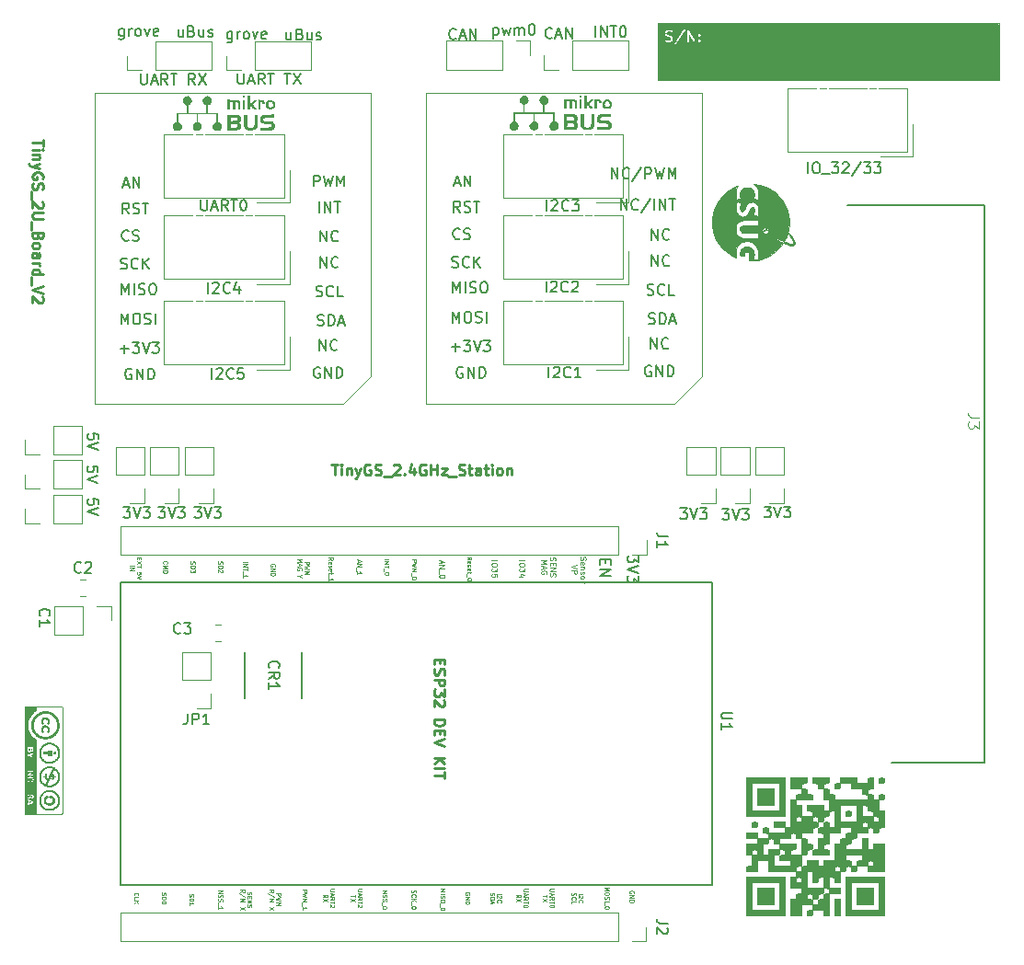
<source format=gbr>
%TF.GenerationSoftware,KiCad,Pcbnew,7.0.5-7.0.5~ubuntu22.04.1*%
%TF.CreationDate,2023-07-21T12:32:22+02:00*%
%TF.ProjectId,Board_ESP_MikroBus_V1,426f6172-645f-4455-9350-5f4d696b726f,rev?*%
%TF.SameCoordinates,Original*%
%TF.FileFunction,Legend,Top*%
%TF.FilePolarity,Positive*%
%FSLAX46Y46*%
G04 Gerber Fmt 4.6, Leading zero omitted, Abs format (unit mm)*
G04 Created by KiCad (PCBNEW 7.0.5-7.0.5~ubuntu22.04.1) date 2023-07-21 12:32:22*
%MOMM*%
%LPD*%
G01*
G04 APERTURE LIST*
%ADD10C,0.120000*%
%ADD11C,0.150000*%
%ADD12C,0.090000*%
%ADD13C,0.250000*%
%ADD14C,0.100000*%
%ADD15C,0.200000*%
%ADD16C,0.010000*%
%ADD17C,0.152400*%
%ADD18C,0.127000*%
G04 APERTURE END LIST*
D10*
X75788600Y-18643600D02*
X107183000Y-18643600D01*
X107183000Y-23876000D01*
X75788600Y-23876000D01*
X75788600Y-18643600D01*
D11*
X27338851Y-50460328D02*
X27243613Y-50412709D01*
X27243613Y-50412709D02*
X27100756Y-50412709D01*
X27100756Y-50412709D02*
X26957899Y-50460328D01*
X26957899Y-50460328D02*
X26862661Y-50555566D01*
X26862661Y-50555566D02*
X26815042Y-50650804D01*
X26815042Y-50650804D02*
X26767423Y-50841280D01*
X26767423Y-50841280D02*
X26767423Y-50984137D01*
X26767423Y-50984137D02*
X26815042Y-51174613D01*
X26815042Y-51174613D02*
X26862661Y-51269851D01*
X26862661Y-51269851D02*
X26957899Y-51365090D01*
X26957899Y-51365090D02*
X27100756Y-51412709D01*
X27100756Y-51412709D02*
X27195994Y-51412709D01*
X27195994Y-51412709D02*
X27338851Y-51365090D01*
X27338851Y-51365090D02*
X27386470Y-51317470D01*
X27386470Y-51317470D02*
X27386470Y-50984137D01*
X27386470Y-50984137D02*
X27195994Y-50984137D01*
X27815042Y-51412709D02*
X27815042Y-50412709D01*
X27815042Y-50412709D02*
X28386470Y-51412709D01*
X28386470Y-51412709D02*
X28386470Y-50412709D01*
X28862661Y-51412709D02*
X28862661Y-50412709D01*
X28862661Y-50412709D02*
X29100756Y-50412709D01*
X29100756Y-50412709D02*
X29243613Y-50460328D01*
X29243613Y-50460328D02*
X29338851Y-50555566D01*
X29338851Y-50555566D02*
X29386470Y-50650804D01*
X29386470Y-50650804D02*
X29434089Y-50841280D01*
X29434089Y-50841280D02*
X29434089Y-50984137D01*
X29434089Y-50984137D02*
X29386470Y-51174613D01*
X29386470Y-51174613D02*
X29338851Y-51269851D01*
X29338851Y-51269851D02*
X29243613Y-51365090D01*
X29243613Y-51365090D02*
X29100756Y-51412709D01*
X29100756Y-51412709D02*
X28862661Y-51412709D01*
X72345619Y-35811619D02*
X72345619Y-34811619D01*
X72345619Y-34811619D02*
X72917047Y-35811619D01*
X72917047Y-35811619D02*
X72917047Y-34811619D01*
X73964666Y-35716380D02*
X73917047Y-35764000D01*
X73917047Y-35764000D02*
X73774190Y-35811619D01*
X73774190Y-35811619D02*
X73678952Y-35811619D01*
X73678952Y-35811619D02*
X73536095Y-35764000D01*
X73536095Y-35764000D02*
X73440857Y-35668761D01*
X73440857Y-35668761D02*
X73393238Y-35573523D01*
X73393238Y-35573523D02*
X73345619Y-35383047D01*
X73345619Y-35383047D02*
X73345619Y-35240190D01*
X73345619Y-35240190D02*
X73393238Y-35049714D01*
X73393238Y-35049714D02*
X73440857Y-34954476D01*
X73440857Y-34954476D02*
X73536095Y-34859238D01*
X73536095Y-34859238D02*
X73678952Y-34811619D01*
X73678952Y-34811619D02*
X73774190Y-34811619D01*
X73774190Y-34811619D02*
X73917047Y-34859238D01*
X73917047Y-34859238D02*
X73964666Y-34906857D01*
X75107523Y-34764000D02*
X74250381Y-36049714D01*
X75440857Y-35811619D02*
X75440857Y-34811619D01*
X75917047Y-35811619D02*
X75917047Y-34811619D01*
X75917047Y-34811619D02*
X76488475Y-35811619D01*
X76488475Y-35811619D02*
X76488475Y-34811619D01*
X76821809Y-34811619D02*
X77393237Y-34811619D01*
X77107523Y-35811619D02*
X77107523Y-34811619D01*
X33123105Y-63158019D02*
X33742152Y-63158019D01*
X33742152Y-63158019D02*
X33408819Y-63538971D01*
X33408819Y-63538971D02*
X33551676Y-63538971D01*
X33551676Y-63538971D02*
X33646914Y-63586590D01*
X33646914Y-63586590D02*
X33694533Y-63634209D01*
X33694533Y-63634209D02*
X33742152Y-63729447D01*
X33742152Y-63729447D02*
X33742152Y-63967542D01*
X33742152Y-63967542D02*
X33694533Y-64062780D01*
X33694533Y-64062780D02*
X33646914Y-64110400D01*
X33646914Y-64110400D02*
X33551676Y-64158019D01*
X33551676Y-64158019D02*
X33265962Y-64158019D01*
X33265962Y-64158019D02*
X33170724Y-64110400D01*
X33170724Y-64110400D02*
X33123105Y-64062780D01*
X34027867Y-63158019D02*
X34361200Y-64158019D01*
X34361200Y-64158019D02*
X34694533Y-63158019D01*
X34932629Y-63158019D02*
X35551676Y-63158019D01*
X35551676Y-63158019D02*
X35218343Y-63538971D01*
X35218343Y-63538971D02*
X35361200Y-63538971D01*
X35361200Y-63538971D02*
X35456438Y-63586590D01*
X35456438Y-63586590D02*
X35504057Y-63634209D01*
X35504057Y-63634209D02*
X35551676Y-63729447D01*
X35551676Y-63729447D02*
X35551676Y-63967542D01*
X35551676Y-63967542D02*
X35504057Y-64062780D01*
X35504057Y-64062780D02*
X35456438Y-64110400D01*
X35456438Y-64110400D02*
X35361200Y-64158019D01*
X35361200Y-64158019D02*
X35075486Y-64158019D01*
X35075486Y-64158019D02*
X34980248Y-64110400D01*
X34980248Y-64110400D02*
X34932629Y-64062780D01*
D12*
X68663757Y-67755167D02*
X68639947Y-67826595D01*
X68639947Y-67826595D02*
X68639947Y-67945643D01*
X68639947Y-67945643D02*
X68663757Y-67993262D01*
X68663757Y-67993262D02*
X68687566Y-68017071D01*
X68687566Y-68017071D02*
X68735185Y-68040881D01*
X68735185Y-68040881D02*
X68782804Y-68040881D01*
X68782804Y-68040881D02*
X68830423Y-68017071D01*
X68830423Y-68017071D02*
X68854233Y-67993262D01*
X68854233Y-67993262D02*
X68878042Y-67945643D01*
X68878042Y-67945643D02*
X68901852Y-67850405D01*
X68901852Y-67850405D02*
X68925661Y-67802786D01*
X68925661Y-67802786D02*
X68949471Y-67778976D01*
X68949471Y-67778976D02*
X68997090Y-67755167D01*
X68997090Y-67755167D02*
X69044709Y-67755167D01*
X69044709Y-67755167D02*
X69092328Y-67778976D01*
X69092328Y-67778976D02*
X69116137Y-67802786D01*
X69116137Y-67802786D02*
X69139947Y-67850405D01*
X69139947Y-67850405D02*
X69139947Y-67969452D01*
X69139947Y-67969452D02*
X69116137Y-68040881D01*
X68663757Y-68445642D02*
X68639947Y-68398023D01*
X68639947Y-68398023D02*
X68639947Y-68302785D01*
X68639947Y-68302785D02*
X68663757Y-68255166D01*
X68663757Y-68255166D02*
X68711376Y-68231357D01*
X68711376Y-68231357D02*
X68901852Y-68231357D01*
X68901852Y-68231357D02*
X68949471Y-68255166D01*
X68949471Y-68255166D02*
X68973280Y-68302785D01*
X68973280Y-68302785D02*
X68973280Y-68398023D01*
X68973280Y-68398023D02*
X68949471Y-68445642D01*
X68949471Y-68445642D02*
X68901852Y-68469452D01*
X68901852Y-68469452D02*
X68854233Y-68469452D01*
X68854233Y-68469452D02*
X68806614Y-68231357D01*
X68973280Y-68683737D02*
X68639947Y-68683737D01*
X68925661Y-68683737D02*
X68949471Y-68707547D01*
X68949471Y-68707547D02*
X68973280Y-68755166D01*
X68973280Y-68755166D02*
X68973280Y-68826594D01*
X68973280Y-68826594D02*
X68949471Y-68874213D01*
X68949471Y-68874213D02*
X68901852Y-68898023D01*
X68901852Y-68898023D02*
X68639947Y-68898023D01*
X68663757Y-69112309D02*
X68639947Y-69159928D01*
X68639947Y-69159928D02*
X68639947Y-69255166D01*
X68639947Y-69255166D02*
X68663757Y-69302785D01*
X68663757Y-69302785D02*
X68711376Y-69326594D01*
X68711376Y-69326594D02*
X68735185Y-69326594D01*
X68735185Y-69326594D02*
X68782804Y-69302785D01*
X68782804Y-69302785D02*
X68806614Y-69255166D01*
X68806614Y-69255166D02*
X68806614Y-69183737D01*
X68806614Y-69183737D02*
X68830423Y-69136118D01*
X68830423Y-69136118D02*
X68878042Y-69112309D01*
X68878042Y-69112309D02*
X68901852Y-69112309D01*
X68901852Y-69112309D02*
X68949471Y-69136118D01*
X68949471Y-69136118D02*
X68973280Y-69183737D01*
X68973280Y-69183737D02*
X68973280Y-69255166D01*
X68973280Y-69255166D02*
X68949471Y-69302785D01*
X68639947Y-69612309D02*
X68663757Y-69564690D01*
X68663757Y-69564690D02*
X68687566Y-69540880D01*
X68687566Y-69540880D02*
X68735185Y-69517071D01*
X68735185Y-69517071D02*
X68878042Y-69517071D01*
X68878042Y-69517071D02*
X68925661Y-69540880D01*
X68925661Y-69540880D02*
X68949471Y-69564690D01*
X68949471Y-69564690D02*
X68973280Y-69612309D01*
X68973280Y-69612309D02*
X68973280Y-69683737D01*
X68973280Y-69683737D02*
X68949471Y-69731356D01*
X68949471Y-69731356D02*
X68925661Y-69755166D01*
X68925661Y-69755166D02*
X68878042Y-69778975D01*
X68878042Y-69778975D02*
X68735185Y-69778975D01*
X68735185Y-69778975D02*
X68687566Y-69755166D01*
X68687566Y-69755166D02*
X68663757Y-69731356D01*
X68663757Y-69731356D02*
X68639947Y-69683737D01*
X68639947Y-69683737D02*
X68639947Y-69612309D01*
X68639947Y-69993261D02*
X68973280Y-69993261D01*
X68878042Y-69993261D02*
X68925661Y-70017071D01*
X68925661Y-70017071D02*
X68949471Y-70040880D01*
X68949471Y-70040880D02*
X68973280Y-70088499D01*
X68973280Y-70088499D02*
X68973280Y-70136118D01*
X68334947Y-68505167D02*
X67834947Y-68671833D01*
X67834947Y-68671833D02*
X68334947Y-68838500D01*
X67834947Y-69005166D02*
X68334947Y-69005166D01*
X68334947Y-69005166D02*
X68334947Y-69195642D01*
X68334947Y-69195642D02*
X68311137Y-69243261D01*
X68311137Y-69243261D02*
X68287328Y-69267071D01*
X68287328Y-69267071D02*
X68239709Y-69290880D01*
X68239709Y-69290880D02*
X68168280Y-69290880D01*
X68168280Y-69290880D02*
X68120661Y-69267071D01*
X68120661Y-69267071D02*
X68096852Y-69243261D01*
X68096852Y-69243261D02*
X68073042Y-69195642D01*
X68073042Y-69195642D02*
X68073042Y-69005166D01*
D11*
X26576851Y-33499394D02*
X27053041Y-33499394D01*
X26481613Y-33785109D02*
X26814946Y-32785109D01*
X26814946Y-32785109D02*
X27148279Y-33785109D01*
X27481613Y-33785109D02*
X27481613Y-32785109D01*
X27481613Y-32785109D02*
X28053041Y-33785109D01*
X28053041Y-33785109D02*
X28053041Y-32785109D01*
X74943270Y-46254200D02*
X75086127Y-46301819D01*
X75086127Y-46301819D02*
X75324222Y-46301819D01*
X75324222Y-46301819D02*
X75419460Y-46254200D01*
X75419460Y-46254200D02*
X75467079Y-46206580D01*
X75467079Y-46206580D02*
X75514698Y-46111342D01*
X75514698Y-46111342D02*
X75514698Y-46016104D01*
X75514698Y-46016104D02*
X75467079Y-45920866D01*
X75467079Y-45920866D02*
X75419460Y-45873247D01*
X75419460Y-45873247D02*
X75324222Y-45825628D01*
X75324222Y-45825628D02*
X75133746Y-45778009D01*
X75133746Y-45778009D02*
X75038508Y-45730390D01*
X75038508Y-45730390D02*
X74990889Y-45682771D01*
X74990889Y-45682771D02*
X74943270Y-45587533D01*
X74943270Y-45587533D02*
X74943270Y-45492295D01*
X74943270Y-45492295D02*
X74990889Y-45397057D01*
X74990889Y-45397057D02*
X75038508Y-45349438D01*
X75038508Y-45349438D02*
X75133746Y-45301819D01*
X75133746Y-45301819D02*
X75371841Y-45301819D01*
X75371841Y-45301819D02*
X75514698Y-45349438D01*
X75943270Y-46301819D02*
X75943270Y-45301819D01*
X75943270Y-45301819D02*
X76181365Y-45301819D01*
X76181365Y-45301819D02*
X76324222Y-45349438D01*
X76324222Y-45349438D02*
X76419460Y-45444676D01*
X76419460Y-45444676D02*
X76467079Y-45539914D01*
X76467079Y-45539914D02*
X76514698Y-45730390D01*
X76514698Y-45730390D02*
X76514698Y-45873247D01*
X76514698Y-45873247D02*
X76467079Y-46063723D01*
X76467079Y-46063723D02*
X76419460Y-46158961D01*
X76419460Y-46158961D02*
X76324222Y-46254200D01*
X76324222Y-46254200D02*
X76181365Y-46301819D01*
X76181365Y-46301819D02*
X75943270Y-46301819D01*
X76895651Y-46016104D02*
X77371841Y-46016104D01*
X76800413Y-46301819D02*
X77133746Y-45301819D01*
X77133746Y-45301819D02*
X77467079Y-46301819D01*
X71515419Y-32941419D02*
X71515419Y-31941419D01*
X71515419Y-31941419D02*
X72086847Y-32941419D01*
X72086847Y-32941419D02*
X72086847Y-31941419D01*
X73134466Y-32846180D02*
X73086847Y-32893800D01*
X73086847Y-32893800D02*
X72943990Y-32941419D01*
X72943990Y-32941419D02*
X72848752Y-32941419D01*
X72848752Y-32941419D02*
X72705895Y-32893800D01*
X72705895Y-32893800D02*
X72610657Y-32798561D01*
X72610657Y-32798561D02*
X72563038Y-32703323D01*
X72563038Y-32703323D02*
X72515419Y-32512847D01*
X72515419Y-32512847D02*
X72515419Y-32369990D01*
X72515419Y-32369990D02*
X72563038Y-32179514D01*
X72563038Y-32179514D02*
X72610657Y-32084276D01*
X72610657Y-32084276D02*
X72705895Y-31989038D01*
X72705895Y-31989038D02*
X72848752Y-31941419D01*
X72848752Y-31941419D02*
X72943990Y-31941419D01*
X72943990Y-31941419D02*
X73086847Y-31989038D01*
X73086847Y-31989038D02*
X73134466Y-32036657D01*
X74277323Y-31893800D02*
X73420181Y-33179514D01*
X74610657Y-32941419D02*
X74610657Y-31941419D01*
X74610657Y-31941419D02*
X74991609Y-31941419D01*
X74991609Y-31941419D02*
X75086847Y-31989038D01*
X75086847Y-31989038D02*
X75134466Y-32036657D01*
X75134466Y-32036657D02*
X75182085Y-32131895D01*
X75182085Y-32131895D02*
X75182085Y-32274752D01*
X75182085Y-32274752D02*
X75134466Y-32369990D01*
X75134466Y-32369990D02*
X75086847Y-32417609D01*
X75086847Y-32417609D02*
X74991609Y-32465228D01*
X74991609Y-32465228D02*
X74610657Y-32465228D01*
X75515419Y-31941419D02*
X75753514Y-32941419D01*
X75753514Y-32941419D02*
X75943990Y-32227133D01*
X75943990Y-32227133D02*
X76134466Y-32941419D01*
X76134466Y-32941419D02*
X76372562Y-31941419D01*
X76753514Y-32941419D02*
X76753514Y-31941419D01*
X76753514Y-31941419D02*
X77086847Y-32655704D01*
X77086847Y-32655704D02*
X77420180Y-31941419D01*
X77420180Y-31941419D02*
X77420180Y-32941419D01*
X42014550Y-19491552D02*
X42014550Y-20158219D01*
X41585979Y-19491552D02*
X41585979Y-20015361D01*
X41585979Y-20015361D02*
X41633598Y-20110600D01*
X41633598Y-20110600D02*
X41728836Y-20158219D01*
X41728836Y-20158219D02*
X41871693Y-20158219D01*
X41871693Y-20158219D02*
X41966931Y-20110600D01*
X41966931Y-20110600D02*
X42014550Y-20062980D01*
X42824074Y-19634409D02*
X42966931Y-19682028D01*
X42966931Y-19682028D02*
X43014550Y-19729647D01*
X43014550Y-19729647D02*
X43062169Y-19824885D01*
X43062169Y-19824885D02*
X43062169Y-19967742D01*
X43062169Y-19967742D02*
X43014550Y-20062980D01*
X43014550Y-20062980D02*
X42966931Y-20110600D01*
X42966931Y-20110600D02*
X42871693Y-20158219D01*
X42871693Y-20158219D02*
X42490741Y-20158219D01*
X42490741Y-20158219D02*
X42490741Y-19158219D01*
X42490741Y-19158219D02*
X42824074Y-19158219D01*
X42824074Y-19158219D02*
X42919312Y-19205838D01*
X42919312Y-19205838D02*
X42966931Y-19253457D01*
X42966931Y-19253457D02*
X43014550Y-19348695D01*
X43014550Y-19348695D02*
X43014550Y-19443933D01*
X43014550Y-19443933D02*
X42966931Y-19539171D01*
X42966931Y-19539171D02*
X42919312Y-19586790D01*
X42919312Y-19586790D02*
X42824074Y-19634409D01*
X42824074Y-19634409D02*
X42490741Y-19634409D01*
X43919312Y-19491552D02*
X43919312Y-20158219D01*
X43490741Y-19491552D02*
X43490741Y-20015361D01*
X43490741Y-20015361D02*
X43538360Y-20110600D01*
X43538360Y-20110600D02*
X43633598Y-20158219D01*
X43633598Y-20158219D02*
X43776455Y-20158219D01*
X43776455Y-20158219D02*
X43871693Y-20110600D01*
X43871693Y-20110600D02*
X43919312Y-20062980D01*
X44347884Y-20110600D02*
X44443122Y-20158219D01*
X44443122Y-20158219D02*
X44633598Y-20158219D01*
X44633598Y-20158219D02*
X44728836Y-20110600D01*
X44728836Y-20110600D02*
X44776455Y-20015361D01*
X44776455Y-20015361D02*
X44776455Y-19967742D01*
X44776455Y-19967742D02*
X44728836Y-19872504D01*
X44728836Y-19872504D02*
X44633598Y-19824885D01*
X44633598Y-19824885D02*
X44490741Y-19824885D01*
X44490741Y-19824885D02*
X44395503Y-19777266D01*
X44395503Y-19777266D02*
X44347884Y-19682028D01*
X44347884Y-19682028D02*
X44347884Y-19634409D01*
X44347884Y-19634409D02*
X44395503Y-19539171D01*
X44395503Y-19539171D02*
X44490741Y-19491552D01*
X44490741Y-19491552D02*
X44633598Y-19491552D01*
X44633598Y-19491552D02*
X44728836Y-19539171D01*
D12*
X45470709Y-68034852D02*
X45661185Y-67901519D01*
X45470709Y-67806281D02*
X45870709Y-67806281D01*
X45870709Y-67806281D02*
X45870709Y-67958662D01*
X45870709Y-67958662D02*
X45851661Y-67996757D01*
X45851661Y-67996757D02*
X45832614Y-68015804D01*
X45832614Y-68015804D02*
X45794518Y-68034852D01*
X45794518Y-68034852D02*
X45737376Y-68034852D01*
X45737376Y-68034852D02*
X45699280Y-68015804D01*
X45699280Y-68015804D02*
X45680233Y-67996757D01*
X45680233Y-67996757D02*
X45661185Y-67958662D01*
X45661185Y-67958662D02*
X45661185Y-67806281D01*
X45489757Y-68358662D02*
X45470709Y-68320566D01*
X45470709Y-68320566D02*
X45470709Y-68244376D01*
X45470709Y-68244376D02*
X45489757Y-68206281D01*
X45489757Y-68206281D02*
X45527852Y-68187233D01*
X45527852Y-68187233D02*
X45680233Y-68187233D01*
X45680233Y-68187233D02*
X45718328Y-68206281D01*
X45718328Y-68206281D02*
X45737376Y-68244376D01*
X45737376Y-68244376D02*
X45737376Y-68320566D01*
X45737376Y-68320566D02*
X45718328Y-68358662D01*
X45718328Y-68358662D02*
X45680233Y-68377709D01*
X45680233Y-68377709D02*
X45642137Y-68377709D01*
X45642137Y-68377709D02*
X45604042Y-68187233D01*
X45489757Y-68530090D02*
X45470709Y-68568185D01*
X45470709Y-68568185D02*
X45470709Y-68644376D01*
X45470709Y-68644376D02*
X45489757Y-68682471D01*
X45489757Y-68682471D02*
X45527852Y-68701519D01*
X45527852Y-68701519D02*
X45546899Y-68701519D01*
X45546899Y-68701519D02*
X45584995Y-68682471D01*
X45584995Y-68682471D02*
X45604042Y-68644376D01*
X45604042Y-68644376D02*
X45604042Y-68587233D01*
X45604042Y-68587233D02*
X45623090Y-68549138D01*
X45623090Y-68549138D02*
X45661185Y-68530090D01*
X45661185Y-68530090D02*
X45680233Y-68530090D01*
X45680233Y-68530090D02*
X45718328Y-68549138D01*
X45718328Y-68549138D02*
X45737376Y-68587233D01*
X45737376Y-68587233D02*
X45737376Y-68644376D01*
X45737376Y-68644376D02*
X45718328Y-68682471D01*
X45489757Y-69025329D02*
X45470709Y-68987233D01*
X45470709Y-68987233D02*
X45470709Y-68911043D01*
X45470709Y-68911043D02*
X45489757Y-68872948D01*
X45489757Y-68872948D02*
X45527852Y-68853900D01*
X45527852Y-68853900D02*
X45680233Y-68853900D01*
X45680233Y-68853900D02*
X45718328Y-68872948D01*
X45718328Y-68872948D02*
X45737376Y-68911043D01*
X45737376Y-68911043D02*
X45737376Y-68987233D01*
X45737376Y-68987233D02*
X45718328Y-69025329D01*
X45718328Y-69025329D02*
X45680233Y-69044376D01*
X45680233Y-69044376D02*
X45642137Y-69044376D01*
X45642137Y-69044376D02*
X45604042Y-68853900D01*
X45737376Y-69158662D02*
X45737376Y-69311043D01*
X45870709Y-69215805D02*
X45527852Y-69215805D01*
X45527852Y-69215805D02*
X45489757Y-69234852D01*
X45489757Y-69234852D02*
X45470709Y-69272947D01*
X45470709Y-69272947D02*
X45470709Y-69311043D01*
X45432614Y-69349138D02*
X45432614Y-69653899D01*
X45470709Y-69958661D02*
X45470709Y-69730090D01*
X45470709Y-69844376D02*
X45870709Y-69844376D01*
X45870709Y-69844376D02*
X45813566Y-69806280D01*
X45813566Y-69806280D02*
X45775471Y-69768185D01*
X45775471Y-69768185D02*
X45756423Y-69730090D01*
D11*
X60648396Y-19028608D02*
X60648396Y-20028608D01*
X60648396Y-19076227D02*
X60743634Y-19028608D01*
X60743634Y-19028608D02*
X60934110Y-19028608D01*
X60934110Y-19028608D02*
X61029348Y-19076227D01*
X61029348Y-19076227D02*
X61076967Y-19123846D01*
X61076967Y-19123846D02*
X61124586Y-19219084D01*
X61124586Y-19219084D02*
X61124586Y-19504798D01*
X61124586Y-19504798D02*
X61076967Y-19600036D01*
X61076967Y-19600036D02*
X61029348Y-19647656D01*
X61029348Y-19647656D02*
X60934110Y-19695275D01*
X60934110Y-19695275D02*
X60743634Y-19695275D01*
X60743634Y-19695275D02*
X60648396Y-19647656D01*
X61457920Y-19028608D02*
X61648396Y-19695275D01*
X61648396Y-19695275D02*
X61838872Y-19219084D01*
X61838872Y-19219084D02*
X62029348Y-19695275D01*
X62029348Y-19695275D02*
X62219824Y-19028608D01*
X62600777Y-19695275D02*
X62600777Y-19028608D01*
X62600777Y-19123846D02*
X62648396Y-19076227D01*
X62648396Y-19076227D02*
X62743634Y-19028608D01*
X62743634Y-19028608D02*
X62886491Y-19028608D01*
X62886491Y-19028608D02*
X62981729Y-19076227D01*
X62981729Y-19076227D02*
X63029348Y-19171465D01*
X63029348Y-19171465D02*
X63029348Y-19695275D01*
X63029348Y-19171465D02*
X63076967Y-19076227D01*
X63076967Y-19076227D02*
X63172205Y-19028608D01*
X63172205Y-19028608D02*
X63315062Y-19028608D01*
X63315062Y-19028608D02*
X63410301Y-19076227D01*
X63410301Y-19076227D02*
X63457920Y-19171465D01*
X63457920Y-19171465D02*
X63457920Y-19695275D01*
X64124586Y-18695275D02*
X64219824Y-18695275D01*
X64219824Y-18695275D02*
X64315062Y-18742894D01*
X64315062Y-18742894D02*
X64362681Y-18790513D01*
X64362681Y-18790513D02*
X64410300Y-18885751D01*
X64410300Y-18885751D02*
X64457919Y-19076227D01*
X64457919Y-19076227D02*
X64457919Y-19314322D01*
X64457919Y-19314322D02*
X64410300Y-19504798D01*
X64410300Y-19504798D02*
X64362681Y-19600036D01*
X64362681Y-19600036D02*
X64315062Y-19647656D01*
X64315062Y-19647656D02*
X64219824Y-19695275D01*
X64219824Y-19695275D02*
X64124586Y-19695275D01*
X64124586Y-19695275D02*
X64029348Y-19647656D01*
X64029348Y-19647656D02*
X63981729Y-19600036D01*
X63981729Y-19600036D02*
X63934110Y-19504798D01*
X63934110Y-19504798D02*
X63886491Y-19314322D01*
X63886491Y-19314322D02*
X63886491Y-19076227D01*
X63886491Y-19076227D02*
X63934110Y-18885751D01*
X63934110Y-18885751D02*
X63981729Y-18790513D01*
X63981729Y-18790513D02*
X64029348Y-18742894D01*
X64029348Y-18742894D02*
X64124586Y-18695275D01*
D13*
X45739857Y-59215819D02*
X46311285Y-59215819D01*
X46025571Y-60215819D02*
X46025571Y-59215819D01*
X46644619Y-60215819D02*
X46644619Y-59549152D01*
X46644619Y-59215819D02*
X46597000Y-59263438D01*
X46597000Y-59263438D02*
X46644619Y-59311057D01*
X46644619Y-59311057D02*
X46692238Y-59263438D01*
X46692238Y-59263438D02*
X46644619Y-59215819D01*
X46644619Y-59215819D02*
X46644619Y-59311057D01*
X47120809Y-59549152D02*
X47120809Y-60215819D01*
X47120809Y-59644390D02*
X47168428Y-59596771D01*
X47168428Y-59596771D02*
X47263666Y-59549152D01*
X47263666Y-59549152D02*
X47406523Y-59549152D01*
X47406523Y-59549152D02*
X47501761Y-59596771D01*
X47501761Y-59596771D02*
X47549380Y-59692009D01*
X47549380Y-59692009D02*
X47549380Y-60215819D01*
X47930333Y-59549152D02*
X48168428Y-60215819D01*
X48406523Y-59549152D02*
X48168428Y-60215819D01*
X48168428Y-60215819D02*
X48073190Y-60453914D01*
X48073190Y-60453914D02*
X48025571Y-60501533D01*
X48025571Y-60501533D02*
X47930333Y-60549152D01*
X49311285Y-59263438D02*
X49216047Y-59215819D01*
X49216047Y-59215819D02*
X49073190Y-59215819D01*
X49073190Y-59215819D02*
X48930333Y-59263438D01*
X48930333Y-59263438D02*
X48835095Y-59358676D01*
X48835095Y-59358676D02*
X48787476Y-59453914D01*
X48787476Y-59453914D02*
X48739857Y-59644390D01*
X48739857Y-59644390D02*
X48739857Y-59787247D01*
X48739857Y-59787247D02*
X48787476Y-59977723D01*
X48787476Y-59977723D02*
X48835095Y-60072961D01*
X48835095Y-60072961D02*
X48930333Y-60168200D01*
X48930333Y-60168200D02*
X49073190Y-60215819D01*
X49073190Y-60215819D02*
X49168428Y-60215819D01*
X49168428Y-60215819D02*
X49311285Y-60168200D01*
X49311285Y-60168200D02*
X49358904Y-60120580D01*
X49358904Y-60120580D02*
X49358904Y-59787247D01*
X49358904Y-59787247D02*
X49168428Y-59787247D01*
X49739857Y-60168200D02*
X49882714Y-60215819D01*
X49882714Y-60215819D02*
X50120809Y-60215819D01*
X50120809Y-60215819D02*
X50216047Y-60168200D01*
X50216047Y-60168200D02*
X50263666Y-60120580D01*
X50263666Y-60120580D02*
X50311285Y-60025342D01*
X50311285Y-60025342D02*
X50311285Y-59930104D01*
X50311285Y-59930104D02*
X50263666Y-59834866D01*
X50263666Y-59834866D02*
X50216047Y-59787247D01*
X50216047Y-59787247D02*
X50120809Y-59739628D01*
X50120809Y-59739628D02*
X49930333Y-59692009D01*
X49930333Y-59692009D02*
X49835095Y-59644390D01*
X49835095Y-59644390D02*
X49787476Y-59596771D01*
X49787476Y-59596771D02*
X49739857Y-59501533D01*
X49739857Y-59501533D02*
X49739857Y-59406295D01*
X49739857Y-59406295D02*
X49787476Y-59311057D01*
X49787476Y-59311057D02*
X49835095Y-59263438D01*
X49835095Y-59263438D02*
X49930333Y-59215819D01*
X49930333Y-59215819D02*
X50168428Y-59215819D01*
X50168428Y-59215819D02*
X50311285Y-59263438D01*
X50501762Y-60311057D02*
X51263666Y-60311057D01*
X51454143Y-59311057D02*
X51501762Y-59263438D01*
X51501762Y-59263438D02*
X51597000Y-59215819D01*
X51597000Y-59215819D02*
X51835095Y-59215819D01*
X51835095Y-59215819D02*
X51930333Y-59263438D01*
X51930333Y-59263438D02*
X51977952Y-59311057D01*
X51977952Y-59311057D02*
X52025571Y-59406295D01*
X52025571Y-59406295D02*
X52025571Y-59501533D01*
X52025571Y-59501533D02*
X51977952Y-59644390D01*
X51977952Y-59644390D02*
X51406524Y-60215819D01*
X51406524Y-60215819D02*
X52025571Y-60215819D01*
X52454143Y-60120580D02*
X52501762Y-60168200D01*
X52501762Y-60168200D02*
X52454143Y-60215819D01*
X52454143Y-60215819D02*
X52406524Y-60168200D01*
X52406524Y-60168200D02*
X52454143Y-60120580D01*
X52454143Y-60120580D02*
X52454143Y-60215819D01*
X53358904Y-59549152D02*
X53358904Y-60215819D01*
X53120809Y-59168200D02*
X52882714Y-59882485D01*
X52882714Y-59882485D02*
X53501761Y-59882485D01*
X54406523Y-59263438D02*
X54311285Y-59215819D01*
X54311285Y-59215819D02*
X54168428Y-59215819D01*
X54168428Y-59215819D02*
X54025571Y-59263438D01*
X54025571Y-59263438D02*
X53930333Y-59358676D01*
X53930333Y-59358676D02*
X53882714Y-59453914D01*
X53882714Y-59453914D02*
X53835095Y-59644390D01*
X53835095Y-59644390D02*
X53835095Y-59787247D01*
X53835095Y-59787247D02*
X53882714Y-59977723D01*
X53882714Y-59977723D02*
X53930333Y-60072961D01*
X53930333Y-60072961D02*
X54025571Y-60168200D01*
X54025571Y-60168200D02*
X54168428Y-60215819D01*
X54168428Y-60215819D02*
X54263666Y-60215819D01*
X54263666Y-60215819D02*
X54406523Y-60168200D01*
X54406523Y-60168200D02*
X54454142Y-60120580D01*
X54454142Y-60120580D02*
X54454142Y-59787247D01*
X54454142Y-59787247D02*
X54263666Y-59787247D01*
X54882714Y-60215819D02*
X54882714Y-59215819D01*
X54882714Y-59692009D02*
X55454142Y-59692009D01*
X55454142Y-60215819D02*
X55454142Y-59215819D01*
X55835095Y-59549152D02*
X56358904Y-59549152D01*
X56358904Y-59549152D02*
X55835095Y-60215819D01*
X55835095Y-60215819D02*
X56358904Y-60215819D01*
X56501762Y-60311057D02*
X57263666Y-60311057D01*
X57454143Y-60168200D02*
X57597000Y-60215819D01*
X57597000Y-60215819D02*
X57835095Y-60215819D01*
X57835095Y-60215819D02*
X57930333Y-60168200D01*
X57930333Y-60168200D02*
X57977952Y-60120580D01*
X57977952Y-60120580D02*
X58025571Y-60025342D01*
X58025571Y-60025342D02*
X58025571Y-59930104D01*
X58025571Y-59930104D02*
X57977952Y-59834866D01*
X57977952Y-59834866D02*
X57930333Y-59787247D01*
X57930333Y-59787247D02*
X57835095Y-59739628D01*
X57835095Y-59739628D02*
X57644619Y-59692009D01*
X57644619Y-59692009D02*
X57549381Y-59644390D01*
X57549381Y-59644390D02*
X57501762Y-59596771D01*
X57501762Y-59596771D02*
X57454143Y-59501533D01*
X57454143Y-59501533D02*
X57454143Y-59406295D01*
X57454143Y-59406295D02*
X57501762Y-59311057D01*
X57501762Y-59311057D02*
X57549381Y-59263438D01*
X57549381Y-59263438D02*
X57644619Y-59215819D01*
X57644619Y-59215819D02*
X57882714Y-59215819D01*
X57882714Y-59215819D02*
X58025571Y-59263438D01*
X58311286Y-59549152D02*
X58692238Y-59549152D01*
X58454143Y-59215819D02*
X58454143Y-60072961D01*
X58454143Y-60072961D02*
X58501762Y-60168200D01*
X58501762Y-60168200D02*
X58597000Y-60215819D01*
X58597000Y-60215819D02*
X58692238Y-60215819D01*
X59454143Y-60215819D02*
X59454143Y-59692009D01*
X59454143Y-59692009D02*
X59406524Y-59596771D01*
X59406524Y-59596771D02*
X59311286Y-59549152D01*
X59311286Y-59549152D02*
X59120810Y-59549152D01*
X59120810Y-59549152D02*
X59025572Y-59596771D01*
X59454143Y-60168200D02*
X59358905Y-60215819D01*
X59358905Y-60215819D02*
X59120810Y-60215819D01*
X59120810Y-60215819D02*
X59025572Y-60168200D01*
X59025572Y-60168200D02*
X58977953Y-60072961D01*
X58977953Y-60072961D02*
X58977953Y-59977723D01*
X58977953Y-59977723D02*
X59025572Y-59882485D01*
X59025572Y-59882485D02*
X59120810Y-59834866D01*
X59120810Y-59834866D02*
X59358905Y-59834866D01*
X59358905Y-59834866D02*
X59454143Y-59787247D01*
X59787477Y-59549152D02*
X60168429Y-59549152D01*
X59930334Y-59215819D02*
X59930334Y-60072961D01*
X59930334Y-60072961D02*
X59977953Y-60168200D01*
X59977953Y-60168200D02*
X60073191Y-60215819D01*
X60073191Y-60215819D02*
X60168429Y-60215819D01*
X60501763Y-60215819D02*
X60501763Y-59549152D01*
X60501763Y-59215819D02*
X60454144Y-59263438D01*
X60454144Y-59263438D02*
X60501763Y-59311057D01*
X60501763Y-59311057D02*
X60549382Y-59263438D01*
X60549382Y-59263438D02*
X60501763Y-59215819D01*
X60501763Y-59215819D02*
X60501763Y-59311057D01*
X61120810Y-60215819D02*
X61025572Y-60168200D01*
X61025572Y-60168200D02*
X60977953Y-60120580D01*
X60977953Y-60120580D02*
X60930334Y-60025342D01*
X60930334Y-60025342D02*
X60930334Y-59739628D01*
X60930334Y-59739628D02*
X60977953Y-59644390D01*
X60977953Y-59644390D02*
X61025572Y-59596771D01*
X61025572Y-59596771D02*
X61120810Y-59549152D01*
X61120810Y-59549152D02*
X61263667Y-59549152D01*
X61263667Y-59549152D02*
X61358905Y-59596771D01*
X61358905Y-59596771D02*
X61406524Y-59644390D01*
X61406524Y-59644390D02*
X61454143Y-59739628D01*
X61454143Y-59739628D02*
X61454143Y-60025342D01*
X61454143Y-60025342D02*
X61406524Y-60120580D01*
X61406524Y-60120580D02*
X61358905Y-60168200D01*
X61358905Y-60168200D02*
X61263667Y-60215819D01*
X61263667Y-60215819D02*
X61120810Y-60215819D01*
X61882715Y-59549152D02*
X61882715Y-60215819D01*
X61882715Y-59644390D02*
X61930334Y-59596771D01*
X61930334Y-59596771D02*
X62025572Y-59549152D01*
X62025572Y-59549152D02*
X62168429Y-59549152D01*
X62168429Y-59549152D02*
X62263667Y-59596771D01*
X62263667Y-59596771D02*
X62311286Y-59692009D01*
X62311286Y-59692009D02*
X62311286Y-60215819D01*
D11*
X26595305Y-63158019D02*
X27214352Y-63158019D01*
X27214352Y-63158019D02*
X26881019Y-63538971D01*
X26881019Y-63538971D02*
X27023876Y-63538971D01*
X27023876Y-63538971D02*
X27119114Y-63586590D01*
X27119114Y-63586590D02*
X27166733Y-63634209D01*
X27166733Y-63634209D02*
X27214352Y-63729447D01*
X27214352Y-63729447D02*
X27214352Y-63967542D01*
X27214352Y-63967542D02*
X27166733Y-64062780D01*
X27166733Y-64062780D02*
X27119114Y-64110400D01*
X27119114Y-64110400D02*
X27023876Y-64158019D01*
X27023876Y-64158019D02*
X26738162Y-64158019D01*
X26738162Y-64158019D02*
X26642924Y-64110400D01*
X26642924Y-64110400D02*
X26595305Y-64062780D01*
X27500067Y-63158019D02*
X27833400Y-64158019D01*
X27833400Y-64158019D02*
X28166733Y-63158019D01*
X28404829Y-63158019D02*
X29023876Y-63158019D01*
X29023876Y-63158019D02*
X28690543Y-63538971D01*
X28690543Y-63538971D02*
X28833400Y-63538971D01*
X28833400Y-63538971D02*
X28928638Y-63586590D01*
X28928638Y-63586590D02*
X28976257Y-63634209D01*
X28976257Y-63634209D02*
X29023876Y-63729447D01*
X29023876Y-63729447D02*
X29023876Y-63967542D01*
X29023876Y-63967542D02*
X28976257Y-64062780D01*
X28976257Y-64062780D02*
X28928638Y-64110400D01*
X28928638Y-64110400D02*
X28833400Y-64158019D01*
X28833400Y-64158019D02*
X28547686Y-64158019D01*
X28547686Y-64158019D02*
X28452448Y-64110400D01*
X28452448Y-64110400D02*
X28404829Y-64062780D01*
X44608350Y-36045709D02*
X44608350Y-35045709D01*
X45084540Y-36045709D02*
X45084540Y-35045709D01*
X45084540Y-35045709D02*
X45655968Y-36045709D01*
X45655968Y-36045709D02*
X45655968Y-35045709D01*
X45989302Y-35045709D02*
X46560730Y-35045709D01*
X46275016Y-36045709D02*
X46275016Y-35045709D01*
D12*
X28036854Y-67813960D02*
X28036854Y-67947293D01*
X27827330Y-68004436D02*
X27827330Y-67813960D01*
X27827330Y-67813960D02*
X28227330Y-67813960D01*
X28227330Y-67813960D02*
X28227330Y-68004436D01*
X28227330Y-68137769D02*
X27827330Y-68404436D01*
X28227330Y-68404436D02*
X27827330Y-68137769D01*
X28227330Y-68499674D02*
X28227330Y-68728245D01*
X27827330Y-68613959D02*
X28227330Y-68613959D01*
X28227330Y-69356817D02*
X28227330Y-69166341D01*
X28227330Y-69166341D02*
X28036854Y-69147293D01*
X28036854Y-69147293D02*
X28055901Y-69166341D01*
X28055901Y-69166341D02*
X28074949Y-69204436D01*
X28074949Y-69204436D02*
X28074949Y-69299674D01*
X28074949Y-69299674D02*
X28055901Y-69337769D01*
X28055901Y-69337769D02*
X28036854Y-69356817D01*
X28036854Y-69356817D02*
X27998758Y-69375864D01*
X27998758Y-69375864D02*
X27903520Y-69375864D01*
X27903520Y-69375864D02*
X27865425Y-69356817D01*
X27865425Y-69356817D02*
X27846378Y-69337769D01*
X27846378Y-69337769D02*
X27827330Y-69299674D01*
X27827330Y-69299674D02*
X27827330Y-69204436D01*
X27827330Y-69204436D02*
X27846378Y-69166341D01*
X27846378Y-69166341D02*
X27865425Y-69147293D01*
X28227330Y-69490150D02*
X27827330Y-69623483D01*
X27827330Y-69623483D02*
X28227330Y-69756816D01*
X27183330Y-68547293D02*
X27583330Y-68547293D01*
X27183330Y-68737769D02*
X27583330Y-68737769D01*
X27583330Y-68737769D02*
X27183330Y-68966340D01*
X27183330Y-68966340D02*
X27583330Y-68966340D01*
D11*
X75207398Y-40973309D02*
X75207398Y-39973309D01*
X75207398Y-39973309D02*
X75778826Y-40973309D01*
X75778826Y-40973309D02*
X75778826Y-39973309D01*
X76826445Y-40878070D02*
X76778826Y-40925690D01*
X76778826Y-40925690D02*
X76635969Y-40973309D01*
X76635969Y-40973309D02*
X76540731Y-40973309D01*
X76540731Y-40973309D02*
X76397874Y-40925690D01*
X76397874Y-40925690D02*
X76302636Y-40830451D01*
X76302636Y-40830451D02*
X76255017Y-40735213D01*
X76255017Y-40735213D02*
X76207398Y-40544737D01*
X76207398Y-40544737D02*
X76207398Y-40401880D01*
X76207398Y-40401880D02*
X76255017Y-40211404D01*
X76255017Y-40211404D02*
X76302636Y-40116166D01*
X76302636Y-40116166D02*
X76397874Y-40020928D01*
X76397874Y-40020928D02*
X76540731Y-39973309D01*
X76540731Y-39973309D02*
X76635969Y-39973309D01*
X76635969Y-39973309D02*
X76778826Y-40020928D01*
X76778826Y-40020928D02*
X76826445Y-40068547D01*
X56837842Y-41052690D02*
X56980699Y-41100309D01*
X56980699Y-41100309D02*
X57218794Y-41100309D01*
X57218794Y-41100309D02*
X57314032Y-41052690D01*
X57314032Y-41052690D02*
X57361651Y-41005070D01*
X57361651Y-41005070D02*
X57409270Y-40909832D01*
X57409270Y-40909832D02*
X57409270Y-40814594D01*
X57409270Y-40814594D02*
X57361651Y-40719356D01*
X57361651Y-40719356D02*
X57314032Y-40671737D01*
X57314032Y-40671737D02*
X57218794Y-40624118D01*
X57218794Y-40624118D02*
X57028318Y-40576499D01*
X57028318Y-40576499D02*
X56933080Y-40528880D01*
X56933080Y-40528880D02*
X56885461Y-40481261D01*
X56885461Y-40481261D02*
X56837842Y-40386023D01*
X56837842Y-40386023D02*
X56837842Y-40290785D01*
X56837842Y-40290785D02*
X56885461Y-40195547D01*
X56885461Y-40195547D02*
X56933080Y-40147928D01*
X56933080Y-40147928D02*
X57028318Y-40100309D01*
X57028318Y-40100309D02*
X57266413Y-40100309D01*
X57266413Y-40100309D02*
X57409270Y-40147928D01*
X58409270Y-41005070D02*
X58361651Y-41052690D01*
X58361651Y-41052690D02*
X58218794Y-41100309D01*
X58218794Y-41100309D02*
X58123556Y-41100309D01*
X58123556Y-41100309D02*
X57980699Y-41052690D01*
X57980699Y-41052690D02*
X57885461Y-40957451D01*
X57885461Y-40957451D02*
X57837842Y-40862213D01*
X57837842Y-40862213D02*
X57790223Y-40671737D01*
X57790223Y-40671737D02*
X57790223Y-40528880D01*
X57790223Y-40528880D02*
X57837842Y-40338404D01*
X57837842Y-40338404D02*
X57885461Y-40243166D01*
X57885461Y-40243166D02*
X57980699Y-40147928D01*
X57980699Y-40147928D02*
X58123556Y-40100309D01*
X58123556Y-40100309D02*
X58218794Y-40100309D01*
X58218794Y-40100309D02*
X58361651Y-40147928D01*
X58361651Y-40147928D02*
X58409270Y-40195547D01*
X58837842Y-41100309D02*
X58837842Y-40100309D01*
X59409270Y-41100309D02*
X58980699Y-40528880D01*
X59409270Y-40100309D02*
X58837842Y-40671737D01*
X26628742Y-19124136D02*
X26628742Y-19933660D01*
X26628742Y-19933660D02*
X26581123Y-20028898D01*
X26581123Y-20028898D02*
X26533504Y-20076517D01*
X26533504Y-20076517D02*
X26438266Y-20124136D01*
X26438266Y-20124136D02*
X26295409Y-20124136D01*
X26295409Y-20124136D02*
X26200171Y-20076517D01*
X26628742Y-19743184D02*
X26533504Y-19790803D01*
X26533504Y-19790803D02*
X26343028Y-19790803D01*
X26343028Y-19790803D02*
X26247790Y-19743184D01*
X26247790Y-19743184D02*
X26200171Y-19695564D01*
X26200171Y-19695564D02*
X26152552Y-19600326D01*
X26152552Y-19600326D02*
X26152552Y-19314612D01*
X26152552Y-19314612D02*
X26200171Y-19219374D01*
X26200171Y-19219374D02*
X26247790Y-19171755D01*
X26247790Y-19171755D02*
X26343028Y-19124136D01*
X26343028Y-19124136D02*
X26533504Y-19124136D01*
X26533504Y-19124136D02*
X26628742Y-19171755D01*
X27104933Y-19790803D02*
X27104933Y-19124136D01*
X27104933Y-19314612D02*
X27152552Y-19219374D01*
X27152552Y-19219374D02*
X27200171Y-19171755D01*
X27200171Y-19171755D02*
X27295409Y-19124136D01*
X27295409Y-19124136D02*
X27390647Y-19124136D01*
X27866838Y-19790803D02*
X27771600Y-19743184D01*
X27771600Y-19743184D02*
X27723981Y-19695564D01*
X27723981Y-19695564D02*
X27676362Y-19600326D01*
X27676362Y-19600326D02*
X27676362Y-19314612D01*
X27676362Y-19314612D02*
X27723981Y-19219374D01*
X27723981Y-19219374D02*
X27771600Y-19171755D01*
X27771600Y-19171755D02*
X27866838Y-19124136D01*
X27866838Y-19124136D02*
X28009695Y-19124136D01*
X28009695Y-19124136D02*
X28104933Y-19171755D01*
X28104933Y-19171755D02*
X28152552Y-19219374D01*
X28152552Y-19219374D02*
X28200171Y-19314612D01*
X28200171Y-19314612D02*
X28200171Y-19600326D01*
X28200171Y-19600326D02*
X28152552Y-19695564D01*
X28152552Y-19695564D02*
X28104933Y-19743184D01*
X28104933Y-19743184D02*
X28009695Y-19790803D01*
X28009695Y-19790803D02*
X27866838Y-19790803D01*
X28533505Y-19124136D02*
X28771600Y-19790803D01*
X28771600Y-19790803D02*
X29009695Y-19124136D01*
X29771600Y-19743184D02*
X29676362Y-19790803D01*
X29676362Y-19790803D02*
X29485886Y-19790803D01*
X29485886Y-19790803D02*
X29390648Y-19743184D01*
X29390648Y-19743184D02*
X29343029Y-19647945D01*
X29343029Y-19647945D02*
X29343029Y-19266993D01*
X29343029Y-19266993D02*
X29390648Y-19171755D01*
X29390648Y-19171755D02*
X29485886Y-19124136D01*
X29485886Y-19124136D02*
X29676362Y-19124136D01*
X29676362Y-19124136D02*
X29771600Y-19171755D01*
X29771600Y-19171755D02*
X29819219Y-19266993D01*
X29819219Y-19266993D02*
X29819219Y-19362231D01*
X29819219Y-19362231D02*
X29343029Y-19457469D01*
X77841454Y-63262258D02*
X78460501Y-63262258D01*
X78460501Y-63262258D02*
X78127168Y-63643210D01*
X78127168Y-63643210D02*
X78270025Y-63643210D01*
X78270025Y-63643210D02*
X78365263Y-63690829D01*
X78365263Y-63690829D02*
X78412882Y-63738448D01*
X78412882Y-63738448D02*
X78460501Y-63833686D01*
X78460501Y-63833686D02*
X78460501Y-64071781D01*
X78460501Y-64071781D02*
X78412882Y-64167019D01*
X78412882Y-64167019D02*
X78365263Y-64214639D01*
X78365263Y-64214639D02*
X78270025Y-64262258D01*
X78270025Y-64262258D02*
X77984311Y-64262258D01*
X77984311Y-64262258D02*
X77889073Y-64214639D01*
X77889073Y-64214639D02*
X77841454Y-64167019D01*
X78746216Y-63262258D02*
X79079549Y-64262258D01*
X79079549Y-64262258D02*
X79412882Y-63262258D01*
X79650978Y-63262258D02*
X80270025Y-63262258D01*
X80270025Y-63262258D02*
X79936692Y-63643210D01*
X79936692Y-63643210D02*
X80079549Y-63643210D01*
X80079549Y-63643210D02*
X80174787Y-63690829D01*
X80174787Y-63690829D02*
X80222406Y-63738448D01*
X80222406Y-63738448D02*
X80270025Y-63833686D01*
X80270025Y-63833686D02*
X80270025Y-64071781D01*
X80270025Y-64071781D02*
X80222406Y-64167019D01*
X80222406Y-64167019D02*
X80174787Y-64214639D01*
X80174787Y-64214639D02*
X80079549Y-64262258D01*
X80079549Y-64262258D02*
X79793835Y-64262258D01*
X79793835Y-64262258D02*
X79698597Y-64214639D01*
X79698597Y-64214639D02*
X79650978Y-64167019D01*
X57575936Y-36020309D02*
X57242603Y-35544118D01*
X57004508Y-36020309D02*
X57004508Y-35020309D01*
X57004508Y-35020309D02*
X57385460Y-35020309D01*
X57385460Y-35020309D02*
X57480698Y-35067928D01*
X57480698Y-35067928D02*
X57528317Y-35115547D01*
X57528317Y-35115547D02*
X57575936Y-35210785D01*
X57575936Y-35210785D02*
X57575936Y-35353642D01*
X57575936Y-35353642D02*
X57528317Y-35448880D01*
X57528317Y-35448880D02*
X57480698Y-35496499D01*
X57480698Y-35496499D02*
X57385460Y-35544118D01*
X57385460Y-35544118D02*
X57004508Y-35544118D01*
X57956889Y-35972690D02*
X58099746Y-36020309D01*
X58099746Y-36020309D02*
X58337841Y-36020309D01*
X58337841Y-36020309D02*
X58433079Y-35972690D01*
X58433079Y-35972690D02*
X58480698Y-35925070D01*
X58480698Y-35925070D02*
X58528317Y-35829832D01*
X58528317Y-35829832D02*
X58528317Y-35734594D01*
X58528317Y-35734594D02*
X58480698Y-35639356D01*
X58480698Y-35639356D02*
X58433079Y-35591737D01*
X58433079Y-35591737D02*
X58337841Y-35544118D01*
X58337841Y-35544118D02*
X58147365Y-35496499D01*
X58147365Y-35496499D02*
X58052127Y-35448880D01*
X58052127Y-35448880D02*
X58004508Y-35401261D01*
X58004508Y-35401261D02*
X57956889Y-35306023D01*
X57956889Y-35306023D02*
X57956889Y-35210785D01*
X57956889Y-35210785D02*
X58004508Y-35115547D01*
X58004508Y-35115547D02*
X58052127Y-35067928D01*
X58052127Y-35067928D02*
X58147365Y-35020309D01*
X58147365Y-35020309D02*
X58385460Y-35020309D01*
X58385460Y-35020309D02*
X58528317Y-35067928D01*
X58814032Y-35020309D02*
X59385460Y-35020309D01*
X59099746Y-36020309D02*
X59099746Y-35020309D01*
D12*
X48546709Y-98319262D02*
X48222899Y-98319262D01*
X48222899Y-98319262D02*
X48184804Y-98338309D01*
X48184804Y-98338309D02*
X48165757Y-98357357D01*
X48165757Y-98357357D02*
X48146709Y-98395452D01*
X48146709Y-98395452D02*
X48146709Y-98471643D01*
X48146709Y-98471643D02*
X48165757Y-98509738D01*
X48165757Y-98509738D02*
X48184804Y-98528785D01*
X48184804Y-98528785D02*
X48222899Y-98547833D01*
X48222899Y-98547833D02*
X48546709Y-98547833D01*
X48260995Y-98719262D02*
X48260995Y-98909738D01*
X48146709Y-98681167D02*
X48546709Y-98814500D01*
X48546709Y-98814500D02*
X48146709Y-98947833D01*
X48146709Y-99309738D02*
X48337185Y-99176405D01*
X48146709Y-99081167D02*
X48546709Y-99081167D01*
X48546709Y-99081167D02*
X48546709Y-99233548D01*
X48546709Y-99233548D02*
X48527661Y-99271643D01*
X48527661Y-99271643D02*
X48508614Y-99290690D01*
X48508614Y-99290690D02*
X48470518Y-99309738D01*
X48470518Y-99309738D02*
X48413376Y-99309738D01*
X48413376Y-99309738D02*
X48375280Y-99290690D01*
X48375280Y-99290690D02*
X48356233Y-99271643D01*
X48356233Y-99271643D02*
X48337185Y-99233548D01*
X48337185Y-99233548D02*
X48337185Y-99081167D01*
X48546709Y-99424024D02*
X48546709Y-99652595D01*
X48146709Y-99538309D02*
X48546709Y-99538309D01*
X48508614Y-99766881D02*
X48527661Y-99785929D01*
X48527661Y-99785929D02*
X48546709Y-99824024D01*
X48546709Y-99824024D02*
X48546709Y-99919262D01*
X48546709Y-99919262D02*
X48527661Y-99957357D01*
X48527661Y-99957357D02*
X48508614Y-99976405D01*
X48508614Y-99976405D02*
X48470518Y-99995452D01*
X48470518Y-99995452D02*
X48432423Y-99995452D01*
X48432423Y-99995452D02*
X48375280Y-99976405D01*
X48375280Y-99976405D02*
X48146709Y-99747833D01*
X48146709Y-99747833D02*
X48146709Y-99995452D01*
X47902709Y-98843071D02*
X47902709Y-99071642D01*
X47502709Y-98957356D02*
X47902709Y-98957356D01*
X47902709Y-99166880D02*
X47502709Y-99433547D01*
X47902709Y-99433547D02*
X47502709Y-99166880D01*
D11*
X56907728Y-43437109D02*
X56907728Y-42437109D01*
X56907728Y-42437109D02*
X57241061Y-43151394D01*
X57241061Y-43151394D02*
X57574394Y-42437109D01*
X57574394Y-42437109D02*
X57574394Y-43437109D01*
X58050585Y-43437109D02*
X58050585Y-42437109D01*
X58479156Y-43389490D02*
X58622013Y-43437109D01*
X58622013Y-43437109D02*
X58860108Y-43437109D01*
X58860108Y-43437109D02*
X58955346Y-43389490D01*
X58955346Y-43389490D02*
X59002965Y-43341870D01*
X59002965Y-43341870D02*
X59050584Y-43246632D01*
X59050584Y-43246632D02*
X59050584Y-43151394D01*
X59050584Y-43151394D02*
X59002965Y-43056156D01*
X59002965Y-43056156D02*
X58955346Y-43008537D01*
X58955346Y-43008537D02*
X58860108Y-42960918D01*
X58860108Y-42960918D02*
X58669632Y-42913299D01*
X58669632Y-42913299D02*
X58574394Y-42865680D01*
X58574394Y-42865680D02*
X58526775Y-42818061D01*
X58526775Y-42818061D02*
X58479156Y-42722823D01*
X58479156Y-42722823D02*
X58479156Y-42627585D01*
X58479156Y-42627585D02*
X58526775Y-42532347D01*
X58526775Y-42532347D02*
X58574394Y-42484728D01*
X58574394Y-42484728D02*
X58669632Y-42437109D01*
X58669632Y-42437109D02*
X58907727Y-42437109D01*
X58907727Y-42437109D02*
X59050584Y-42484728D01*
X59669632Y-42437109D02*
X59860108Y-42437109D01*
X59860108Y-42437109D02*
X59955346Y-42484728D01*
X59955346Y-42484728D02*
X60050584Y-42579966D01*
X60050584Y-42579966D02*
X60098203Y-42770442D01*
X60098203Y-42770442D02*
X60098203Y-43103775D01*
X60098203Y-43103775D02*
X60050584Y-43294251D01*
X60050584Y-43294251D02*
X59955346Y-43389490D01*
X59955346Y-43389490D02*
X59860108Y-43437109D01*
X59860108Y-43437109D02*
X59669632Y-43437109D01*
X59669632Y-43437109D02*
X59574394Y-43389490D01*
X59574394Y-43389490D02*
X59479156Y-43294251D01*
X59479156Y-43294251D02*
X59431537Y-43103775D01*
X59431537Y-43103775D02*
X59431537Y-42770442D01*
X59431537Y-42770442D02*
X59479156Y-42579966D01*
X59479156Y-42579966D02*
X59574394Y-42484728D01*
X59574394Y-42484728D02*
X59669632Y-42437109D01*
D12*
X73537661Y-98716070D02*
X73556709Y-98677975D01*
X73556709Y-98677975D02*
X73556709Y-98620832D01*
X73556709Y-98620832D02*
X73537661Y-98563689D01*
X73537661Y-98563689D02*
X73499566Y-98525594D01*
X73499566Y-98525594D02*
X73461471Y-98506547D01*
X73461471Y-98506547D02*
X73385280Y-98487499D01*
X73385280Y-98487499D02*
X73328137Y-98487499D01*
X73328137Y-98487499D02*
X73251947Y-98506547D01*
X73251947Y-98506547D02*
X73213852Y-98525594D01*
X73213852Y-98525594D02*
X73175757Y-98563689D01*
X73175757Y-98563689D02*
X73156709Y-98620832D01*
X73156709Y-98620832D02*
X73156709Y-98658928D01*
X73156709Y-98658928D02*
X73175757Y-98716070D01*
X73175757Y-98716070D02*
X73194804Y-98735118D01*
X73194804Y-98735118D02*
X73328137Y-98735118D01*
X73328137Y-98735118D02*
X73328137Y-98658928D01*
X73156709Y-98906547D02*
X73556709Y-98906547D01*
X73556709Y-98906547D02*
X73156709Y-99135118D01*
X73156709Y-99135118D02*
X73556709Y-99135118D01*
X73156709Y-99325595D02*
X73556709Y-99325595D01*
X73556709Y-99325595D02*
X73556709Y-99420833D01*
X73556709Y-99420833D02*
X73537661Y-99477976D01*
X73537661Y-99477976D02*
X73499566Y-99516071D01*
X73499566Y-99516071D02*
X73461471Y-99535118D01*
X73461471Y-99535118D02*
X73385280Y-99554166D01*
X73385280Y-99554166D02*
X73328137Y-99554166D01*
X73328137Y-99554166D02*
X73251947Y-99535118D01*
X73251947Y-99535118D02*
X73213852Y-99516071D01*
X73213852Y-99516071D02*
X73175757Y-99477976D01*
X73175757Y-99477976D02*
X73156709Y-99420833D01*
X73156709Y-99420833D02*
X73156709Y-99325595D01*
X37596709Y-68217071D02*
X37996709Y-68217071D01*
X37596709Y-68407547D02*
X37996709Y-68407547D01*
X37996709Y-68407547D02*
X37596709Y-68636118D01*
X37596709Y-68636118D02*
X37996709Y-68636118D01*
X37996709Y-68769452D02*
X37996709Y-68998023D01*
X37596709Y-68883737D02*
X37996709Y-68883737D01*
X37558614Y-69036119D02*
X37558614Y-69340880D01*
X37596709Y-69645642D02*
X37596709Y-69417071D01*
X37596709Y-69531357D02*
X37996709Y-69531357D01*
X37996709Y-69531357D02*
X37939566Y-69493261D01*
X37939566Y-69493261D02*
X37901471Y-69455166D01*
X37901471Y-69455166D02*
X37882423Y-69417071D01*
D11*
X57818851Y-50307928D02*
X57723613Y-50260309D01*
X57723613Y-50260309D02*
X57580756Y-50260309D01*
X57580756Y-50260309D02*
X57437899Y-50307928D01*
X57437899Y-50307928D02*
X57342661Y-50403166D01*
X57342661Y-50403166D02*
X57295042Y-50498404D01*
X57295042Y-50498404D02*
X57247423Y-50688880D01*
X57247423Y-50688880D02*
X57247423Y-50831737D01*
X57247423Y-50831737D02*
X57295042Y-51022213D01*
X57295042Y-51022213D02*
X57342661Y-51117451D01*
X57342661Y-51117451D02*
X57437899Y-51212690D01*
X57437899Y-51212690D02*
X57580756Y-51260309D01*
X57580756Y-51260309D02*
X57675994Y-51260309D01*
X57675994Y-51260309D02*
X57818851Y-51212690D01*
X57818851Y-51212690D02*
X57866470Y-51165070D01*
X57866470Y-51165070D02*
X57866470Y-50831737D01*
X57866470Y-50831737D02*
X57675994Y-50831737D01*
X58295042Y-51260309D02*
X58295042Y-50260309D01*
X58295042Y-50260309D02*
X58866470Y-51260309D01*
X58866470Y-51260309D02*
X58866470Y-50260309D01*
X59342661Y-51260309D02*
X59342661Y-50260309D01*
X59342661Y-50260309D02*
X59580756Y-50260309D01*
X59580756Y-50260309D02*
X59723613Y-50307928D01*
X59723613Y-50307928D02*
X59818851Y-50403166D01*
X59818851Y-50403166D02*
X59866470Y-50498404D01*
X59866470Y-50498404D02*
X59914089Y-50688880D01*
X59914089Y-50688880D02*
X59914089Y-50831737D01*
X59914089Y-50831737D02*
X59866470Y-51022213D01*
X59866470Y-51022213D02*
X59818851Y-51117451D01*
X59818851Y-51117451D02*
X59723613Y-51212690D01*
X59723613Y-51212690D02*
X59580756Y-51260309D01*
X59580756Y-51260309D02*
X59342661Y-51260309D01*
X66038652Y-19934361D02*
X65991033Y-19981981D01*
X65991033Y-19981981D02*
X65848176Y-20029600D01*
X65848176Y-20029600D02*
X65752938Y-20029600D01*
X65752938Y-20029600D02*
X65610081Y-19981981D01*
X65610081Y-19981981D02*
X65514843Y-19886742D01*
X65514843Y-19886742D02*
X65467224Y-19791504D01*
X65467224Y-19791504D02*
X65419605Y-19601028D01*
X65419605Y-19601028D02*
X65419605Y-19458171D01*
X65419605Y-19458171D02*
X65467224Y-19267695D01*
X65467224Y-19267695D02*
X65514843Y-19172457D01*
X65514843Y-19172457D02*
X65610081Y-19077219D01*
X65610081Y-19077219D02*
X65752938Y-19029600D01*
X65752938Y-19029600D02*
X65848176Y-19029600D01*
X65848176Y-19029600D02*
X65991033Y-19077219D01*
X65991033Y-19077219D02*
X66038652Y-19124838D01*
X66419605Y-19743885D02*
X66895795Y-19743885D01*
X66324367Y-20029600D02*
X66657700Y-19029600D01*
X66657700Y-19029600D02*
X66991033Y-20029600D01*
X67324367Y-20029600D02*
X67324367Y-19029600D01*
X67324367Y-19029600D02*
X67895795Y-20029600D01*
X67895795Y-20029600D02*
X67895795Y-19029600D01*
X44661651Y-50327838D02*
X44566413Y-50280219D01*
X44566413Y-50280219D02*
X44423556Y-50280219D01*
X44423556Y-50280219D02*
X44280699Y-50327838D01*
X44280699Y-50327838D02*
X44185461Y-50423076D01*
X44185461Y-50423076D02*
X44137842Y-50518314D01*
X44137842Y-50518314D02*
X44090223Y-50708790D01*
X44090223Y-50708790D02*
X44090223Y-50851647D01*
X44090223Y-50851647D02*
X44137842Y-51042123D01*
X44137842Y-51042123D02*
X44185461Y-51137361D01*
X44185461Y-51137361D02*
X44280699Y-51232600D01*
X44280699Y-51232600D02*
X44423556Y-51280219D01*
X44423556Y-51280219D02*
X44518794Y-51280219D01*
X44518794Y-51280219D02*
X44661651Y-51232600D01*
X44661651Y-51232600D02*
X44709270Y-51184980D01*
X44709270Y-51184980D02*
X44709270Y-50851647D01*
X44709270Y-50851647D02*
X44518794Y-50851647D01*
X45137842Y-51280219D02*
X45137842Y-50280219D01*
X45137842Y-50280219D02*
X45709270Y-51280219D01*
X45709270Y-51280219D02*
X45709270Y-50280219D01*
X46185461Y-51280219D02*
X46185461Y-50280219D01*
X46185461Y-50280219D02*
X46423556Y-50280219D01*
X46423556Y-50280219D02*
X46566413Y-50327838D01*
X46566413Y-50327838D02*
X46661651Y-50423076D01*
X46661651Y-50423076D02*
X46709270Y-50518314D01*
X46709270Y-50518314D02*
X46756889Y-50708790D01*
X46756889Y-50708790D02*
X46756889Y-50851647D01*
X46756889Y-50851647D02*
X46709270Y-51042123D01*
X46709270Y-51042123D02*
X46661651Y-51137361D01*
X46661651Y-51137361D02*
X46566413Y-51232600D01*
X46566413Y-51232600D02*
X46423556Y-51280219D01*
X46423556Y-51280219D02*
X46185461Y-51280219D01*
X44727398Y-41125709D02*
X44727398Y-40125709D01*
X44727398Y-40125709D02*
X45298826Y-41125709D01*
X45298826Y-41125709D02*
X45298826Y-40125709D01*
X46346445Y-41030470D02*
X46298826Y-41078090D01*
X46298826Y-41078090D02*
X46155969Y-41125709D01*
X46155969Y-41125709D02*
X46060731Y-41125709D01*
X46060731Y-41125709D02*
X45917874Y-41078090D01*
X45917874Y-41078090D02*
X45822636Y-40982851D01*
X45822636Y-40982851D02*
X45775017Y-40887613D01*
X45775017Y-40887613D02*
X45727398Y-40697137D01*
X45727398Y-40697137D02*
X45727398Y-40554280D01*
X45727398Y-40554280D02*
X45775017Y-40363804D01*
X45775017Y-40363804D02*
X45822636Y-40268566D01*
X45822636Y-40268566D02*
X45917874Y-40173328D01*
X45917874Y-40173328D02*
X46060731Y-40125709D01*
X46060731Y-40125709D02*
X46155969Y-40125709D01*
X46155969Y-40125709D02*
X46298826Y-40173328D01*
X46298826Y-40173328D02*
X46346445Y-40220947D01*
D12*
X30268804Y-68363071D02*
X30249757Y-68344023D01*
X30249757Y-68344023D02*
X30230709Y-68286881D01*
X30230709Y-68286881D02*
X30230709Y-68248785D01*
X30230709Y-68248785D02*
X30249757Y-68191642D01*
X30249757Y-68191642D02*
X30287852Y-68153547D01*
X30287852Y-68153547D02*
X30325947Y-68134500D01*
X30325947Y-68134500D02*
X30402137Y-68115452D01*
X30402137Y-68115452D02*
X30459280Y-68115452D01*
X30459280Y-68115452D02*
X30535471Y-68134500D01*
X30535471Y-68134500D02*
X30573566Y-68153547D01*
X30573566Y-68153547D02*
X30611661Y-68191642D01*
X30611661Y-68191642D02*
X30630709Y-68248785D01*
X30630709Y-68248785D02*
X30630709Y-68286881D01*
X30630709Y-68286881D02*
X30611661Y-68344023D01*
X30611661Y-68344023D02*
X30592614Y-68363071D01*
X30230709Y-68534500D02*
X30630709Y-68534500D01*
X30630709Y-68534500D02*
X30344995Y-68667833D01*
X30344995Y-68667833D02*
X30630709Y-68801166D01*
X30630709Y-68801166D02*
X30230709Y-68801166D01*
X30230709Y-68991643D02*
X30630709Y-68991643D01*
X30630709Y-68991643D02*
X30630709Y-69086881D01*
X30630709Y-69086881D02*
X30611661Y-69144024D01*
X30611661Y-69144024D02*
X30573566Y-69182119D01*
X30573566Y-69182119D02*
X30535471Y-69201166D01*
X30535471Y-69201166D02*
X30459280Y-69220214D01*
X30459280Y-69220214D02*
X30402137Y-69220214D01*
X30402137Y-69220214D02*
X30325947Y-69201166D01*
X30325947Y-69201166D02*
X30287852Y-69182119D01*
X30287852Y-69182119D02*
X30249757Y-69144024D01*
X30249757Y-69144024D02*
X30230709Y-69086881D01*
X30230709Y-69086881D02*
X30230709Y-68991643D01*
D11*
X70030979Y-19895780D02*
X70030979Y-18895780D01*
X70507169Y-19895780D02*
X70507169Y-18895780D01*
X70507169Y-18895780D02*
X71078597Y-19895780D01*
X71078597Y-19895780D02*
X71078597Y-18895780D01*
X71411931Y-18895780D02*
X71983359Y-18895780D01*
X71697645Y-19895780D02*
X71697645Y-18895780D01*
X72507169Y-18895780D02*
X72602407Y-18895780D01*
X72602407Y-18895780D02*
X72697645Y-18943399D01*
X72697645Y-18943399D02*
X72745264Y-18991018D01*
X72745264Y-18991018D02*
X72792883Y-19086256D01*
X72792883Y-19086256D02*
X72840502Y-19276732D01*
X72840502Y-19276732D02*
X72840502Y-19514827D01*
X72840502Y-19514827D02*
X72792883Y-19705303D01*
X72792883Y-19705303D02*
X72745264Y-19800541D01*
X72745264Y-19800541D02*
X72697645Y-19848161D01*
X72697645Y-19848161D02*
X72602407Y-19895780D01*
X72602407Y-19895780D02*
X72507169Y-19895780D01*
X72507169Y-19895780D02*
X72411931Y-19848161D01*
X72411931Y-19848161D02*
X72364312Y-19800541D01*
X72364312Y-19800541D02*
X72316693Y-19705303D01*
X72316693Y-19705303D02*
X72269074Y-19514827D01*
X72269074Y-19514827D02*
X72269074Y-19276732D01*
X72269074Y-19276732D02*
X72316693Y-19086256D01*
X72316693Y-19086256D02*
X72364312Y-18991018D01*
X72364312Y-18991018D02*
X72411931Y-18943399D01*
X72411931Y-18943399D02*
X72507169Y-18895780D01*
D12*
X43247069Y-68212332D02*
X43647069Y-68212332D01*
X43647069Y-68212332D02*
X43647069Y-68364713D01*
X43647069Y-68364713D02*
X43628021Y-68402808D01*
X43628021Y-68402808D02*
X43608974Y-68421855D01*
X43608974Y-68421855D02*
X43570878Y-68440903D01*
X43570878Y-68440903D02*
X43513736Y-68440903D01*
X43513736Y-68440903D02*
X43475640Y-68421855D01*
X43475640Y-68421855D02*
X43456593Y-68402808D01*
X43456593Y-68402808D02*
X43437545Y-68364713D01*
X43437545Y-68364713D02*
X43437545Y-68212332D01*
X43647069Y-68574236D02*
X43247069Y-68669474D01*
X43247069Y-68669474D02*
X43532783Y-68745665D01*
X43532783Y-68745665D02*
X43247069Y-68821855D01*
X43247069Y-68821855D02*
X43647069Y-68917094D01*
X43247069Y-69069475D02*
X43647069Y-69069475D01*
X43647069Y-69069475D02*
X43361355Y-69202808D01*
X43361355Y-69202808D02*
X43647069Y-69336141D01*
X43647069Y-69336141D02*
X43247069Y-69336141D01*
X42603069Y-67945666D02*
X43003069Y-67945666D01*
X43003069Y-67945666D02*
X42717355Y-68078999D01*
X42717355Y-68078999D02*
X43003069Y-68212332D01*
X43003069Y-68212332D02*
X42603069Y-68212332D01*
X42717355Y-68383761D02*
X42717355Y-68574237D01*
X42603069Y-68345666D02*
X43003069Y-68478999D01*
X43003069Y-68478999D02*
X42603069Y-68612332D01*
X42984021Y-68955189D02*
X43003069Y-68917094D01*
X43003069Y-68917094D02*
X43003069Y-68859951D01*
X43003069Y-68859951D02*
X42984021Y-68802808D01*
X42984021Y-68802808D02*
X42945926Y-68764713D01*
X42945926Y-68764713D02*
X42907831Y-68745666D01*
X42907831Y-68745666D02*
X42831640Y-68726618D01*
X42831640Y-68726618D02*
X42774497Y-68726618D01*
X42774497Y-68726618D02*
X42698307Y-68745666D01*
X42698307Y-68745666D02*
X42660212Y-68764713D01*
X42660212Y-68764713D02*
X42622117Y-68802808D01*
X42622117Y-68802808D02*
X42603069Y-68859951D01*
X42603069Y-68859951D02*
X42603069Y-68898047D01*
X42603069Y-68898047D02*
X42622117Y-68955189D01*
X42622117Y-68955189D02*
X42641164Y-68974237D01*
X42641164Y-68974237D02*
X42774497Y-68974237D01*
X42774497Y-68974237D02*
X42774497Y-68898047D01*
X42793545Y-69526618D02*
X42603069Y-69526618D01*
X43003069Y-69393285D02*
X42793545Y-69526618D01*
X42793545Y-69526618D02*
X43003069Y-69659951D01*
X43057709Y-98370071D02*
X43457709Y-98370071D01*
X43457709Y-98370071D02*
X43457709Y-98522452D01*
X43457709Y-98522452D02*
X43438661Y-98560547D01*
X43438661Y-98560547D02*
X43419614Y-98579594D01*
X43419614Y-98579594D02*
X43381518Y-98598642D01*
X43381518Y-98598642D02*
X43324376Y-98598642D01*
X43324376Y-98598642D02*
X43286280Y-98579594D01*
X43286280Y-98579594D02*
X43267233Y-98560547D01*
X43267233Y-98560547D02*
X43248185Y-98522452D01*
X43248185Y-98522452D02*
X43248185Y-98370071D01*
X43457709Y-98731975D02*
X43057709Y-98827213D01*
X43057709Y-98827213D02*
X43343423Y-98903404D01*
X43343423Y-98903404D02*
X43057709Y-98979594D01*
X43057709Y-98979594D02*
X43457709Y-99074833D01*
X43057709Y-99227214D02*
X43457709Y-99227214D01*
X43457709Y-99227214D02*
X43171995Y-99360547D01*
X43171995Y-99360547D02*
X43457709Y-99493880D01*
X43457709Y-99493880D02*
X43057709Y-99493880D01*
X43019614Y-99589119D02*
X43019614Y-99893880D01*
X43057709Y-100198642D02*
X43057709Y-99970071D01*
X43057709Y-100084357D02*
X43457709Y-100084357D01*
X43457709Y-100084357D02*
X43400566Y-100046261D01*
X43400566Y-100046261D02*
X43362471Y-100008166D01*
X43362471Y-100008166D02*
X43343423Y-99970071D01*
D11*
X24289180Y-62928523D02*
X24289180Y-62452333D01*
X24289180Y-62452333D02*
X23812990Y-62404714D01*
X23812990Y-62404714D02*
X23860609Y-62452333D01*
X23860609Y-62452333D02*
X23908228Y-62547571D01*
X23908228Y-62547571D02*
X23908228Y-62785666D01*
X23908228Y-62785666D02*
X23860609Y-62880904D01*
X23860609Y-62880904D02*
X23812990Y-62928523D01*
X23812990Y-62928523D02*
X23717752Y-62976142D01*
X23717752Y-62976142D02*
X23479657Y-62976142D01*
X23479657Y-62976142D02*
X23384419Y-62928523D01*
X23384419Y-62928523D02*
X23336800Y-62880904D01*
X23336800Y-62880904D02*
X23289180Y-62785666D01*
X23289180Y-62785666D02*
X23289180Y-62547571D01*
X23289180Y-62547571D02*
X23336800Y-62452333D01*
X23336800Y-62452333D02*
X23384419Y-62404714D01*
X24289180Y-63261857D02*
X23289180Y-63595190D01*
X23289180Y-63595190D02*
X24289180Y-63928523D01*
G36*
X80277195Y-20814525D02*
G01*
X75842672Y-20814525D01*
X75842672Y-20553269D01*
X77278677Y-20553269D01*
X77290374Y-20595731D01*
X77323171Y-20625128D01*
X77366655Y-20632129D01*
X77407020Y-20614508D01*
X78260307Y-19334577D01*
X78471264Y-19334577D01*
X78472308Y-19336404D01*
X78472308Y-20327269D01*
X78481551Y-20358747D01*
X78514837Y-20387589D01*
X78558432Y-20393857D01*
X78598496Y-20375561D01*
X78622308Y-20338509D01*
X78622308Y-19598904D01*
X79049254Y-20346061D01*
X79052979Y-20358747D01*
X79068142Y-20371886D01*
X79082610Y-20385804D01*
X79084675Y-20386211D01*
X79086265Y-20387589D01*
X79106125Y-20390444D01*
X79125820Y-20394331D01*
X79127777Y-20393557D01*
X79129860Y-20393857D01*
X79148115Y-20385520D01*
X79166781Y-20378144D01*
X79168009Y-20376435D01*
X79169924Y-20375561D01*
X79180774Y-20358676D01*
X79192489Y-20342381D01*
X79192598Y-20340278D01*
X79193736Y-20338509D01*
X79193736Y-20318440D01*
X79194780Y-20298397D01*
X79193736Y-20296569D01*
X79193736Y-20263292D01*
X79469341Y-20263292D01*
X79472882Y-20279571D01*
X79474071Y-20296185D01*
X79477489Y-20300751D01*
X79478703Y-20306329D01*
X79490486Y-20318112D01*
X79500466Y-20331443D01*
X79505810Y-20333436D01*
X79528358Y-20355984D01*
X79529170Y-20358747D01*
X79539719Y-20367887D01*
X79548084Y-20379062D01*
X79556039Y-20382029D01*
X79562456Y-20387589D01*
X79570860Y-20388797D01*
X79578312Y-20392866D01*
X79584002Y-20392459D01*
X79589351Y-20394454D01*
X79597648Y-20392648D01*
X79606051Y-20393857D01*
X79613775Y-20390329D01*
X79622243Y-20389724D01*
X79626809Y-20386305D01*
X79632388Y-20385092D01*
X79638392Y-20379087D01*
X79646115Y-20375561D01*
X79650706Y-20368416D01*
X79657501Y-20363330D01*
X79659494Y-20357985D01*
X79691789Y-20325690D01*
X79705120Y-20315712D01*
X79710942Y-20300102D01*
X79718925Y-20285483D01*
X79718518Y-20279793D01*
X79720513Y-20274445D01*
X79716971Y-20258162D01*
X79715783Y-20241552D01*
X79712364Y-20236985D01*
X79711151Y-20231408D01*
X79699368Y-20219625D01*
X79689389Y-20206294D01*
X79684044Y-20204300D01*
X79661494Y-20181749D01*
X79660684Y-20178988D01*
X79650133Y-20169845D01*
X79641769Y-20158673D01*
X79633815Y-20155706D01*
X79627398Y-20150146D01*
X79618994Y-20148937D01*
X79611543Y-20144869D01*
X79605850Y-20145276D01*
X79600502Y-20143281D01*
X79592205Y-20145086D01*
X79583803Y-20143878D01*
X79576078Y-20147405D01*
X79567612Y-20148011D01*
X79563044Y-20151430D01*
X79557465Y-20152644D01*
X79551461Y-20158647D01*
X79543739Y-20162174D01*
X79539148Y-20169317D01*
X79532353Y-20174404D01*
X79530358Y-20179750D01*
X79498064Y-20212045D01*
X79484733Y-20222025D01*
X79478911Y-20237632D01*
X79470928Y-20252254D01*
X79471335Y-20257945D01*
X79469341Y-20263292D01*
X79193736Y-20263292D01*
X79193736Y-19739482D01*
X79469341Y-19739482D01*
X79472882Y-19755762D01*
X79474071Y-19772374D01*
X79477489Y-19776940D01*
X79478703Y-19782519D01*
X79490485Y-19794301D01*
X79500465Y-19807633D01*
X79505810Y-19809626D01*
X79528358Y-19832174D01*
X79529170Y-19834937D01*
X79539719Y-19844077D01*
X79548084Y-19855252D01*
X79556039Y-19858219D01*
X79562456Y-19863779D01*
X79570860Y-19864987D01*
X79578312Y-19869056D01*
X79584002Y-19868649D01*
X79589351Y-19870644D01*
X79597648Y-19868838D01*
X79606051Y-19870047D01*
X79613775Y-19866519D01*
X79622243Y-19865914D01*
X79626809Y-19862495D01*
X79632388Y-19861282D01*
X79638392Y-19855277D01*
X79646115Y-19851751D01*
X79650706Y-19844606D01*
X79657501Y-19839520D01*
X79659494Y-19834175D01*
X79691790Y-19801879D01*
X79705120Y-19791901D01*
X79710941Y-19776294D01*
X79718925Y-19761673D01*
X79718517Y-19755982D01*
X79720513Y-19750634D01*
X79716970Y-19734350D01*
X79715783Y-19717742D01*
X79712364Y-19713175D01*
X79711151Y-19707597D01*
X79699367Y-19695813D01*
X79689389Y-19682484D01*
X79684044Y-19680490D01*
X79661495Y-19657941D01*
X79660684Y-19655179D01*
X79650133Y-19646036D01*
X79641770Y-19634865D01*
X79633815Y-19631898D01*
X79627398Y-19626337D01*
X79618995Y-19625128D01*
X79611542Y-19621059D01*
X79605849Y-19621466D01*
X79600503Y-19619472D01*
X79592205Y-19621277D01*
X79583803Y-19620069D01*
X79576079Y-19623596D01*
X79567611Y-19624202D01*
X79563044Y-19627620D01*
X79557466Y-19628834D01*
X79551461Y-19634838D01*
X79543739Y-19638365D01*
X79539148Y-19645508D01*
X79532352Y-19650596D01*
X79530358Y-19655941D01*
X79498064Y-19688235D01*
X79484733Y-19698215D01*
X79478911Y-19713822D01*
X79470928Y-19728443D01*
X79471335Y-19734135D01*
X79469341Y-19739482D01*
X79193736Y-19739482D01*
X79193736Y-19305705D01*
X79184493Y-19274227D01*
X79151207Y-19245385D01*
X79107612Y-19239117D01*
X79067548Y-19257413D01*
X79043736Y-19294465D01*
X79043736Y-20034069D01*
X78616789Y-19286912D01*
X78613065Y-19274227D01*
X78597901Y-19261087D01*
X78583434Y-19247170D01*
X78581368Y-19246762D01*
X78579779Y-19245385D01*
X78559918Y-19242529D01*
X78540224Y-19238643D01*
X78538266Y-19239416D01*
X78536184Y-19239117D01*
X78517928Y-19247453D01*
X78499263Y-19254830D01*
X78498034Y-19256538D01*
X78496120Y-19257413D01*
X78485269Y-19274297D01*
X78473555Y-19290593D01*
X78473445Y-19292695D01*
X78472308Y-19294465D01*
X78472308Y-19314533D01*
X78471264Y-19334577D01*
X78260307Y-19334577D01*
X78282359Y-19301499D01*
X78292129Y-19270181D01*
X78280432Y-19227719D01*
X78247636Y-19198321D01*
X78204152Y-19191321D01*
X78163786Y-19208942D01*
X77288447Y-20521951D01*
X77278677Y-20553269D01*
X75842672Y-20553269D01*
X75842672Y-19515354D01*
X76421975Y-19515354D01*
X76424689Y-19521897D01*
X76424689Y-19598160D01*
X76422758Y-19616045D01*
X76429614Y-19629758D01*
X76433932Y-19644461D01*
X76439285Y-19649099D01*
X76476020Y-19722568D01*
X76478703Y-19734900D01*
X76493330Y-19749527D01*
X76507392Y-19764645D01*
X76508810Y-19765007D01*
X76535245Y-19791442D01*
X76541689Y-19802292D01*
X76560198Y-19811546D01*
X76578312Y-19821437D01*
X76579770Y-19821332D01*
X76644675Y-19853785D01*
X76650610Y-19860097D01*
X76663987Y-19863441D01*
X76666267Y-19864581D01*
X76674399Y-19866044D01*
X76854463Y-19911060D01*
X76931453Y-19949555D01*
X76961858Y-19979960D01*
X76996117Y-20048476D01*
X76996117Y-20108304D01*
X76961858Y-20176821D01*
X76931450Y-20207229D01*
X76862936Y-20241487D01*
X76654716Y-20241487D01*
X76513177Y-20194307D01*
X76480392Y-20193122D01*
X76442504Y-20215579D01*
X76422772Y-20254955D01*
X76427459Y-20298748D01*
X76455080Y-20333055D01*
X76609909Y-20384665D01*
X76620524Y-20391487D01*
X76641203Y-20391487D01*
X76661843Y-20392233D01*
X76663102Y-20391487D01*
X76876601Y-20391487D01*
X76894485Y-20393418D01*
X76908198Y-20386561D01*
X76922901Y-20382244D01*
X76927539Y-20376890D01*
X77001007Y-20340155D01*
X77013341Y-20337473D01*
X77027972Y-20322840D01*
X77043085Y-20308784D01*
X77043447Y-20307364D01*
X77069881Y-20280930D01*
X77080732Y-20274486D01*
X77089988Y-20255972D01*
X77099878Y-20237862D01*
X77099773Y-20236402D01*
X77136395Y-20163158D01*
X77146117Y-20148032D01*
X77146117Y-20132702D01*
X77148831Y-20117619D01*
X77146117Y-20111075D01*
X77146117Y-20034802D01*
X77148047Y-20016928D01*
X77141192Y-20003218D01*
X77136874Y-19988512D01*
X77131519Y-19983872D01*
X77094785Y-19910403D01*
X77092103Y-19898073D01*
X77077483Y-19883453D01*
X77063414Y-19868328D01*
X77061995Y-19867965D01*
X77035560Y-19841530D01*
X77029117Y-19830681D01*
X77010616Y-19821430D01*
X76992494Y-19811535D01*
X76991033Y-19811639D01*
X76926129Y-19779187D01*
X76920195Y-19772876D01*
X76906817Y-19769531D01*
X76904538Y-19768392D01*
X76896405Y-19766928D01*
X76716342Y-19721912D01*
X76639353Y-19683418D01*
X76608946Y-19653011D01*
X76574689Y-19584496D01*
X76574689Y-19524669D01*
X76608947Y-19456151D01*
X76639353Y-19425745D01*
X76707869Y-19391487D01*
X76916090Y-19391487D01*
X77057628Y-19438667D01*
X77090414Y-19439852D01*
X77128302Y-19417395D01*
X77148034Y-19378019D01*
X77143346Y-19334225D01*
X77115726Y-19299919D01*
X76960897Y-19248309D01*
X76950282Y-19241487D01*
X76929602Y-19241487D01*
X76908963Y-19240741D01*
X76907704Y-19241487D01*
X76694196Y-19241487D01*
X76676321Y-19239557D01*
X76662611Y-19246411D01*
X76647905Y-19250730D01*
X76643265Y-19256084D01*
X76569796Y-19292818D01*
X76557466Y-19295501D01*
X76542846Y-19310120D01*
X76527721Y-19324190D01*
X76527358Y-19325608D01*
X76500923Y-19352043D01*
X76490074Y-19358487D01*
X76480823Y-19376987D01*
X76470928Y-19395110D01*
X76471032Y-19396570D01*
X76434412Y-19469811D01*
X76424689Y-19484941D01*
X76424689Y-19500271D01*
X76421975Y-19515354D01*
X75842672Y-19515354D01*
X75842672Y-18703811D01*
X80277195Y-18703811D01*
X80277195Y-20814525D01*
G37*
D12*
X32662757Y-98770071D02*
X32643709Y-98827214D01*
X32643709Y-98827214D02*
X32643709Y-98922452D01*
X32643709Y-98922452D02*
X32662757Y-98960547D01*
X32662757Y-98960547D02*
X32681804Y-98979595D01*
X32681804Y-98979595D02*
X32719899Y-98998642D01*
X32719899Y-98998642D02*
X32757995Y-98998642D01*
X32757995Y-98998642D02*
X32796090Y-98979595D01*
X32796090Y-98979595D02*
X32815137Y-98960547D01*
X32815137Y-98960547D02*
X32834185Y-98922452D01*
X32834185Y-98922452D02*
X32853233Y-98846261D01*
X32853233Y-98846261D02*
X32872280Y-98808166D01*
X32872280Y-98808166D02*
X32891328Y-98789119D01*
X32891328Y-98789119D02*
X32929423Y-98770071D01*
X32929423Y-98770071D02*
X32967518Y-98770071D01*
X32967518Y-98770071D02*
X33005614Y-98789119D01*
X33005614Y-98789119D02*
X33024661Y-98808166D01*
X33024661Y-98808166D02*
X33043709Y-98846261D01*
X33043709Y-98846261D02*
X33043709Y-98941500D01*
X33043709Y-98941500D02*
X33024661Y-98998642D01*
X32643709Y-99170071D02*
X33043709Y-99170071D01*
X33043709Y-99170071D02*
X33043709Y-99265309D01*
X33043709Y-99265309D02*
X33024661Y-99322452D01*
X33024661Y-99322452D02*
X32986566Y-99360547D01*
X32986566Y-99360547D02*
X32948471Y-99379594D01*
X32948471Y-99379594D02*
X32872280Y-99398642D01*
X32872280Y-99398642D02*
X32815137Y-99398642D01*
X32815137Y-99398642D02*
X32738947Y-99379594D01*
X32738947Y-99379594D02*
X32700852Y-99360547D01*
X32700852Y-99360547D02*
X32662757Y-99322452D01*
X32662757Y-99322452D02*
X32643709Y-99265309D01*
X32643709Y-99265309D02*
X32643709Y-99170071D01*
X32643709Y-99779594D02*
X32643709Y-99551023D01*
X32643709Y-99665309D02*
X33043709Y-99665309D01*
X33043709Y-99665309D02*
X32986566Y-99627213D01*
X32986566Y-99627213D02*
X32948471Y-99589118D01*
X32948471Y-99589118D02*
X32929423Y-99551023D01*
D11*
X74802636Y-43592690D02*
X74945493Y-43640309D01*
X74945493Y-43640309D02*
X75183588Y-43640309D01*
X75183588Y-43640309D02*
X75278826Y-43592690D01*
X75278826Y-43592690D02*
X75326445Y-43545070D01*
X75326445Y-43545070D02*
X75374064Y-43449832D01*
X75374064Y-43449832D02*
X75374064Y-43354594D01*
X75374064Y-43354594D02*
X75326445Y-43259356D01*
X75326445Y-43259356D02*
X75278826Y-43211737D01*
X75278826Y-43211737D02*
X75183588Y-43164118D01*
X75183588Y-43164118D02*
X74993112Y-43116499D01*
X74993112Y-43116499D02*
X74897874Y-43068880D01*
X74897874Y-43068880D02*
X74850255Y-43021261D01*
X74850255Y-43021261D02*
X74802636Y-42926023D01*
X74802636Y-42926023D02*
X74802636Y-42830785D01*
X74802636Y-42830785D02*
X74850255Y-42735547D01*
X74850255Y-42735547D02*
X74897874Y-42687928D01*
X74897874Y-42687928D02*
X74993112Y-42640309D01*
X74993112Y-42640309D02*
X75231207Y-42640309D01*
X75231207Y-42640309D02*
X75374064Y-42687928D01*
X76374064Y-43545070D02*
X76326445Y-43592690D01*
X76326445Y-43592690D02*
X76183588Y-43640309D01*
X76183588Y-43640309D02*
X76088350Y-43640309D01*
X76088350Y-43640309D02*
X75945493Y-43592690D01*
X75945493Y-43592690D02*
X75850255Y-43497451D01*
X75850255Y-43497451D02*
X75802636Y-43402213D01*
X75802636Y-43402213D02*
X75755017Y-43211737D01*
X75755017Y-43211737D02*
X75755017Y-43068880D01*
X75755017Y-43068880D02*
X75802636Y-42878404D01*
X75802636Y-42878404D02*
X75850255Y-42783166D01*
X75850255Y-42783166D02*
X75945493Y-42687928D01*
X75945493Y-42687928D02*
X76088350Y-42640309D01*
X76088350Y-42640309D02*
X76183588Y-42640309D01*
X76183588Y-42640309D02*
X76326445Y-42687928D01*
X76326445Y-42687928D02*
X76374064Y-42735547D01*
X77278826Y-43640309D02*
X76802636Y-43640309D01*
X76802636Y-43640309D02*
X76802636Y-42640309D01*
X56768051Y-48440956D02*
X57529956Y-48440956D01*
X57149003Y-48821909D02*
X57149003Y-48060004D01*
X57910908Y-47821909D02*
X58529955Y-47821909D01*
X58529955Y-47821909D02*
X58196622Y-48202861D01*
X58196622Y-48202861D02*
X58339479Y-48202861D01*
X58339479Y-48202861D02*
X58434717Y-48250480D01*
X58434717Y-48250480D02*
X58482336Y-48298099D01*
X58482336Y-48298099D02*
X58529955Y-48393337D01*
X58529955Y-48393337D02*
X58529955Y-48631432D01*
X58529955Y-48631432D02*
X58482336Y-48726670D01*
X58482336Y-48726670D02*
X58434717Y-48774290D01*
X58434717Y-48774290D02*
X58339479Y-48821909D01*
X58339479Y-48821909D02*
X58053765Y-48821909D01*
X58053765Y-48821909D02*
X57958527Y-48774290D01*
X57958527Y-48774290D02*
X57910908Y-48726670D01*
X58815670Y-47821909D02*
X59149003Y-48821909D01*
X59149003Y-48821909D02*
X59482336Y-47821909D01*
X59720432Y-47821909D02*
X60339479Y-47821909D01*
X60339479Y-47821909D02*
X60006146Y-48202861D01*
X60006146Y-48202861D02*
X60149003Y-48202861D01*
X60149003Y-48202861D02*
X60244241Y-48250480D01*
X60244241Y-48250480D02*
X60291860Y-48298099D01*
X60291860Y-48298099D02*
X60339479Y-48393337D01*
X60339479Y-48393337D02*
X60339479Y-48631432D01*
X60339479Y-48631432D02*
X60291860Y-48726670D01*
X60291860Y-48726670D02*
X60244241Y-48774290D01*
X60244241Y-48774290D02*
X60149003Y-48821909D01*
X60149003Y-48821909D02*
X59863289Y-48821909D01*
X59863289Y-48821909D02*
X59768051Y-48774290D01*
X59768051Y-48774290D02*
X59720432Y-48726670D01*
D12*
X53130600Y-67978168D02*
X53530600Y-67978168D01*
X53530600Y-67978168D02*
X53530600Y-68130549D01*
X53530600Y-68130549D02*
X53511552Y-68168644D01*
X53511552Y-68168644D02*
X53492505Y-68187691D01*
X53492505Y-68187691D02*
X53454409Y-68206739D01*
X53454409Y-68206739D02*
X53397267Y-68206739D01*
X53397267Y-68206739D02*
X53359171Y-68187691D01*
X53359171Y-68187691D02*
X53340124Y-68168644D01*
X53340124Y-68168644D02*
X53321076Y-68130549D01*
X53321076Y-68130549D02*
X53321076Y-67978168D01*
X53530600Y-68340072D02*
X53130600Y-68435310D01*
X53130600Y-68435310D02*
X53416314Y-68511501D01*
X53416314Y-68511501D02*
X53130600Y-68587691D01*
X53130600Y-68587691D02*
X53530600Y-68682930D01*
X53130600Y-68835311D02*
X53530600Y-68835311D01*
X53530600Y-68835311D02*
X53244886Y-68968644D01*
X53244886Y-68968644D02*
X53530600Y-69101977D01*
X53530600Y-69101977D02*
X53130600Y-69101977D01*
X53092505Y-69197216D02*
X53092505Y-69501977D01*
X53530600Y-69673406D02*
X53530600Y-69711501D01*
X53530600Y-69711501D02*
X53511552Y-69749597D01*
X53511552Y-69749597D02*
X53492505Y-69768644D01*
X53492505Y-69768644D02*
X53454409Y-69787692D01*
X53454409Y-69787692D02*
X53378219Y-69806739D01*
X53378219Y-69806739D02*
X53282981Y-69806739D01*
X53282981Y-69806739D02*
X53206790Y-69787692D01*
X53206790Y-69787692D02*
X53168695Y-69768644D01*
X53168695Y-69768644D02*
X53149648Y-69749597D01*
X53149648Y-69749597D02*
X53130600Y-69711501D01*
X53130600Y-69711501D02*
X53130600Y-69673406D01*
X53130600Y-69673406D02*
X53149648Y-69635311D01*
X53149648Y-69635311D02*
X53168695Y-69616263D01*
X53168695Y-69616263D02*
X53206790Y-69597216D01*
X53206790Y-69597216D02*
X53282981Y-69578168D01*
X53282981Y-69578168D02*
X53378219Y-69578168D01*
X53378219Y-69578168D02*
X53454409Y-69597216D01*
X53454409Y-69597216D02*
X53492505Y-69616263D01*
X53492505Y-69616263D02*
X53511552Y-69635311D01*
X53511552Y-69635311D02*
X53530600Y-69673406D01*
X35310709Y-98436738D02*
X35710709Y-98436738D01*
X35710709Y-98436738D02*
X35310709Y-98665309D01*
X35310709Y-98665309D02*
X35710709Y-98665309D01*
X35329757Y-98836738D02*
X35310709Y-98893881D01*
X35310709Y-98893881D02*
X35310709Y-98989119D01*
X35310709Y-98989119D02*
X35329757Y-99027214D01*
X35329757Y-99027214D02*
X35348804Y-99046262D01*
X35348804Y-99046262D02*
X35386899Y-99065309D01*
X35386899Y-99065309D02*
X35424995Y-99065309D01*
X35424995Y-99065309D02*
X35463090Y-99046262D01*
X35463090Y-99046262D02*
X35482137Y-99027214D01*
X35482137Y-99027214D02*
X35501185Y-98989119D01*
X35501185Y-98989119D02*
X35520233Y-98912928D01*
X35520233Y-98912928D02*
X35539280Y-98874833D01*
X35539280Y-98874833D02*
X35558328Y-98855786D01*
X35558328Y-98855786D02*
X35596423Y-98836738D01*
X35596423Y-98836738D02*
X35634518Y-98836738D01*
X35634518Y-98836738D02*
X35672614Y-98855786D01*
X35672614Y-98855786D02*
X35691661Y-98874833D01*
X35691661Y-98874833D02*
X35710709Y-98912928D01*
X35710709Y-98912928D02*
X35710709Y-99008167D01*
X35710709Y-99008167D02*
X35691661Y-99065309D01*
X35329757Y-99217690D02*
X35310709Y-99274833D01*
X35310709Y-99274833D02*
X35310709Y-99370071D01*
X35310709Y-99370071D02*
X35329757Y-99408166D01*
X35329757Y-99408166D02*
X35348804Y-99427214D01*
X35348804Y-99427214D02*
X35386899Y-99446261D01*
X35386899Y-99446261D02*
X35424995Y-99446261D01*
X35424995Y-99446261D02*
X35463090Y-99427214D01*
X35463090Y-99427214D02*
X35482137Y-99408166D01*
X35482137Y-99408166D02*
X35501185Y-99370071D01*
X35501185Y-99370071D02*
X35520233Y-99293880D01*
X35520233Y-99293880D02*
X35539280Y-99255785D01*
X35539280Y-99255785D02*
X35558328Y-99236738D01*
X35558328Y-99236738D02*
X35596423Y-99217690D01*
X35596423Y-99217690D02*
X35634518Y-99217690D01*
X35634518Y-99217690D02*
X35672614Y-99236738D01*
X35672614Y-99236738D02*
X35691661Y-99255785D01*
X35691661Y-99255785D02*
X35710709Y-99293880D01*
X35710709Y-99293880D02*
X35710709Y-99389119D01*
X35710709Y-99389119D02*
X35691661Y-99446261D01*
X35272614Y-99522452D02*
X35272614Y-99827213D01*
X35310709Y-100131975D02*
X35310709Y-99903404D01*
X35310709Y-100017690D02*
X35710709Y-100017690D01*
X35710709Y-100017690D02*
X35653566Y-99979594D01*
X35653566Y-99979594D02*
X35615471Y-99941499D01*
X35615471Y-99941499D02*
X35596423Y-99903404D01*
D11*
X28188416Y-23268452D02*
X28188416Y-24077975D01*
X28188416Y-24077975D02*
X28236035Y-24173213D01*
X28236035Y-24173213D02*
X28283654Y-24220833D01*
X28283654Y-24220833D02*
X28378892Y-24268452D01*
X28378892Y-24268452D02*
X28569368Y-24268452D01*
X28569368Y-24268452D02*
X28664606Y-24220833D01*
X28664606Y-24220833D02*
X28712225Y-24173213D01*
X28712225Y-24173213D02*
X28759844Y-24077975D01*
X28759844Y-24077975D02*
X28759844Y-23268452D01*
X29188416Y-23982737D02*
X29664606Y-23982737D01*
X29093178Y-24268452D02*
X29426511Y-23268452D01*
X29426511Y-23268452D02*
X29759844Y-24268452D01*
X30664606Y-24268452D02*
X30331273Y-23792261D01*
X30093178Y-24268452D02*
X30093178Y-23268452D01*
X30093178Y-23268452D02*
X30474130Y-23268452D01*
X30474130Y-23268452D02*
X30569368Y-23316071D01*
X30569368Y-23316071D02*
X30616987Y-23363690D01*
X30616987Y-23363690D02*
X30664606Y-23458928D01*
X30664606Y-23458928D02*
X30664606Y-23601785D01*
X30664606Y-23601785D02*
X30616987Y-23697023D01*
X30616987Y-23697023D02*
X30569368Y-23744642D01*
X30569368Y-23744642D02*
X30474130Y-23792261D01*
X30474130Y-23792261D02*
X30093178Y-23792261D01*
X30950321Y-23268452D02*
X31521749Y-23268452D01*
X31236035Y-24268452D02*
X31236035Y-23268452D01*
X33188416Y-24268452D02*
X32855083Y-23792261D01*
X32616988Y-24268452D02*
X32616988Y-23268452D01*
X32616988Y-23268452D02*
X32997940Y-23268452D01*
X32997940Y-23268452D02*
X33093178Y-23316071D01*
X33093178Y-23316071D02*
X33140797Y-23363690D01*
X33140797Y-23363690D02*
X33188416Y-23458928D01*
X33188416Y-23458928D02*
X33188416Y-23601785D01*
X33188416Y-23601785D02*
X33140797Y-23697023D01*
X33140797Y-23697023D02*
X33093178Y-23744642D01*
X33093178Y-23744642D02*
X32997940Y-23792261D01*
X32997940Y-23792261D02*
X32616988Y-23792261D01*
X33521750Y-23268452D02*
X34188416Y-24268452D01*
X34188416Y-23268452D02*
X33521750Y-24268452D01*
D12*
X63008947Y-68084090D02*
X63508947Y-68084090D01*
X63508947Y-68417423D02*
X63508947Y-68512661D01*
X63508947Y-68512661D02*
X63485137Y-68560280D01*
X63485137Y-68560280D02*
X63437518Y-68607899D01*
X63437518Y-68607899D02*
X63342280Y-68631709D01*
X63342280Y-68631709D02*
X63175614Y-68631709D01*
X63175614Y-68631709D02*
X63080376Y-68607899D01*
X63080376Y-68607899D02*
X63032757Y-68560280D01*
X63032757Y-68560280D02*
X63008947Y-68512661D01*
X63008947Y-68512661D02*
X63008947Y-68417423D01*
X63008947Y-68417423D02*
X63032757Y-68369804D01*
X63032757Y-68369804D02*
X63080376Y-68322185D01*
X63080376Y-68322185D02*
X63175614Y-68298376D01*
X63175614Y-68298376D02*
X63342280Y-68298376D01*
X63342280Y-68298376D02*
X63437518Y-68322185D01*
X63437518Y-68322185D02*
X63485137Y-68369804D01*
X63485137Y-68369804D02*
X63508947Y-68417423D01*
X63508947Y-68798376D02*
X63508947Y-69107900D01*
X63508947Y-69107900D02*
X63318471Y-68941233D01*
X63318471Y-68941233D02*
X63318471Y-69012662D01*
X63318471Y-69012662D02*
X63294661Y-69060281D01*
X63294661Y-69060281D02*
X63270852Y-69084090D01*
X63270852Y-69084090D02*
X63223233Y-69107900D01*
X63223233Y-69107900D02*
X63104185Y-69107900D01*
X63104185Y-69107900D02*
X63056566Y-69084090D01*
X63056566Y-69084090D02*
X63032757Y-69060281D01*
X63032757Y-69060281D02*
X63008947Y-69012662D01*
X63008947Y-69012662D02*
X63008947Y-68869805D01*
X63008947Y-68869805D02*
X63032757Y-68822186D01*
X63032757Y-68822186D02*
X63056566Y-68798376D01*
X63342280Y-69536471D02*
X63008947Y-69536471D01*
X63532757Y-69417423D02*
X63175614Y-69298376D01*
X63175614Y-69298376D02*
X63175614Y-69607899D01*
D13*
X55693790Y-77170638D02*
X55693790Y-77503971D01*
X55169980Y-77646828D02*
X55169980Y-77170638D01*
X55169980Y-77170638D02*
X56169980Y-77170638D01*
X56169980Y-77170638D02*
X56169980Y-77646828D01*
X55217600Y-78027781D02*
X55169980Y-78170638D01*
X55169980Y-78170638D02*
X55169980Y-78408733D01*
X55169980Y-78408733D02*
X55217600Y-78503971D01*
X55217600Y-78503971D02*
X55265219Y-78551590D01*
X55265219Y-78551590D02*
X55360457Y-78599209D01*
X55360457Y-78599209D02*
X55455695Y-78599209D01*
X55455695Y-78599209D02*
X55550933Y-78551590D01*
X55550933Y-78551590D02*
X55598552Y-78503971D01*
X55598552Y-78503971D02*
X55646171Y-78408733D01*
X55646171Y-78408733D02*
X55693790Y-78218257D01*
X55693790Y-78218257D02*
X55741409Y-78123019D01*
X55741409Y-78123019D02*
X55789028Y-78075400D01*
X55789028Y-78075400D02*
X55884266Y-78027781D01*
X55884266Y-78027781D02*
X55979504Y-78027781D01*
X55979504Y-78027781D02*
X56074742Y-78075400D01*
X56074742Y-78075400D02*
X56122361Y-78123019D01*
X56122361Y-78123019D02*
X56169980Y-78218257D01*
X56169980Y-78218257D02*
X56169980Y-78456352D01*
X56169980Y-78456352D02*
X56122361Y-78599209D01*
X55169980Y-79027781D02*
X56169980Y-79027781D01*
X56169980Y-79027781D02*
X56169980Y-79408733D01*
X56169980Y-79408733D02*
X56122361Y-79503971D01*
X56122361Y-79503971D02*
X56074742Y-79551590D01*
X56074742Y-79551590D02*
X55979504Y-79599209D01*
X55979504Y-79599209D02*
X55836647Y-79599209D01*
X55836647Y-79599209D02*
X55741409Y-79551590D01*
X55741409Y-79551590D02*
X55693790Y-79503971D01*
X55693790Y-79503971D02*
X55646171Y-79408733D01*
X55646171Y-79408733D02*
X55646171Y-79027781D01*
X56169980Y-79932543D02*
X56169980Y-80551590D01*
X56169980Y-80551590D02*
X55789028Y-80218257D01*
X55789028Y-80218257D02*
X55789028Y-80361114D01*
X55789028Y-80361114D02*
X55741409Y-80456352D01*
X55741409Y-80456352D02*
X55693790Y-80503971D01*
X55693790Y-80503971D02*
X55598552Y-80551590D01*
X55598552Y-80551590D02*
X55360457Y-80551590D01*
X55360457Y-80551590D02*
X55265219Y-80503971D01*
X55265219Y-80503971D02*
X55217600Y-80456352D01*
X55217600Y-80456352D02*
X55169980Y-80361114D01*
X55169980Y-80361114D02*
X55169980Y-80075400D01*
X55169980Y-80075400D02*
X55217600Y-79980162D01*
X55217600Y-79980162D02*
X55265219Y-79932543D01*
X56074742Y-80932543D02*
X56122361Y-80980162D01*
X56122361Y-80980162D02*
X56169980Y-81075400D01*
X56169980Y-81075400D02*
X56169980Y-81313495D01*
X56169980Y-81313495D02*
X56122361Y-81408733D01*
X56122361Y-81408733D02*
X56074742Y-81456352D01*
X56074742Y-81456352D02*
X55979504Y-81503971D01*
X55979504Y-81503971D02*
X55884266Y-81503971D01*
X55884266Y-81503971D02*
X55741409Y-81456352D01*
X55741409Y-81456352D02*
X55169980Y-80884924D01*
X55169980Y-80884924D02*
X55169980Y-81503971D01*
X55169980Y-82694448D02*
X56169980Y-82694448D01*
X56169980Y-82694448D02*
X56169980Y-82932543D01*
X56169980Y-82932543D02*
X56122361Y-83075400D01*
X56122361Y-83075400D02*
X56027123Y-83170638D01*
X56027123Y-83170638D02*
X55931885Y-83218257D01*
X55931885Y-83218257D02*
X55741409Y-83265876D01*
X55741409Y-83265876D02*
X55598552Y-83265876D01*
X55598552Y-83265876D02*
X55408076Y-83218257D01*
X55408076Y-83218257D02*
X55312838Y-83170638D01*
X55312838Y-83170638D02*
X55217600Y-83075400D01*
X55217600Y-83075400D02*
X55169980Y-82932543D01*
X55169980Y-82932543D02*
X55169980Y-82694448D01*
X55693790Y-83694448D02*
X55693790Y-84027781D01*
X55169980Y-84170638D02*
X55169980Y-83694448D01*
X55169980Y-83694448D02*
X56169980Y-83694448D01*
X56169980Y-83694448D02*
X56169980Y-84170638D01*
X56169980Y-84456353D02*
X55169980Y-84789686D01*
X55169980Y-84789686D02*
X56169980Y-85123019D01*
X55169980Y-86218258D02*
X56169980Y-86218258D01*
X55169980Y-86789686D02*
X55741409Y-86361115D01*
X56169980Y-86789686D02*
X55598552Y-86218258D01*
X55169980Y-87218258D02*
X56169980Y-87218258D01*
X56169980Y-87551591D02*
X56169980Y-88123019D01*
X55169980Y-87837305D02*
X56169980Y-87837305D01*
D11*
X57550489Y-38414270D02*
X57502870Y-38461890D01*
X57502870Y-38461890D02*
X57360013Y-38509509D01*
X57360013Y-38509509D02*
X57264775Y-38509509D01*
X57264775Y-38509509D02*
X57121918Y-38461890D01*
X57121918Y-38461890D02*
X57026680Y-38366651D01*
X57026680Y-38366651D02*
X56979061Y-38271413D01*
X56979061Y-38271413D02*
X56931442Y-38080937D01*
X56931442Y-38080937D02*
X56931442Y-37938080D01*
X56931442Y-37938080D02*
X56979061Y-37747604D01*
X56979061Y-37747604D02*
X57026680Y-37652366D01*
X57026680Y-37652366D02*
X57121918Y-37557128D01*
X57121918Y-37557128D02*
X57264775Y-37509509D01*
X57264775Y-37509509D02*
X57360013Y-37509509D01*
X57360013Y-37509509D02*
X57502870Y-37557128D01*
X57502870Y-37557128D02*
X57550489Y-37604747D01*
X57931442Y-38461890D02*
X58074299Y-38509509D01*
X58074299Y-38509509D02*
X58312394Y-38509509D01*
X58312394Y-38509509D02*
X58407632Y-38461890D01*
X58407632Y-38461890D02*
X58455251Y-38414270D01*
X58455251Y-38414270D02*
X58502870Y-38319032D01*
X58502870Y-38319032D02*
X58502870Y-38223794D01*
X58502870Y-38223794D02*
X58455251Y-38128556D01*
X58455251Y-38128556D02*
X58407632Y-38080937D01*
X58407632Y-38080937D02*
X58312394Y-38033318D01*
X58312394Y-38033318D02*
X58121918Y-37985699D01*
X58121918Y-37985699D02*
X58026680Y-37938080D01*
X58026680Y-37938080D02*
X57979061Y-37890461D01*
X57979061Y-37890461D02*
X57931442Y-37795223D01*
X57931442Y-37795223D02*
X57931442Y-37699985D01*
X57931442Y-37699985D02*
X57979061Y-37604747D01*
X57979061Y-37604747D02*
X58026680Y-37557128D01*
X58026680Y-37557128D02*
X58121918Y-37509509D01*
X58121918Y-37509509D02*
X58360013Y-37509509D01*
X58360013Y-37509509D02*
X58502870Y-37557128D01*
X57192407Y-20014980D02*
X57144788Y-20062600D01*
X57144788Y-20062600D02*
X57001931Y-20110219D01*
X57001931Y-20110219D02*
X56906693Y-20110219D01*
X56906693Y-20110219D02*
X56763836Y-20062600D01*
X56763836Y-20062600D02*
X56668598Y-19967361D01*
X56668598Y-19967361D02*
X56620979Y-19872123D01*
X56620979Y-19872123D02*
X56573360Y-19681647D01*
X56573360Y-19681647D02*
X56573360Y-19538790D01*
X56573360Y-19538790D02*
X56620979Y-19348314D01*
X56620979Y-19348314D02*
X56668598Y-19253076D01*
X56668598Y-19253076D02*
X56763836Y-19157838D01*
X56763836Y-19157838D02*
X56906693Y-19110219D01*
X56906693Y-19110219D02*
X57001931Y-19110219D01*
X57001931Y-19110219D02*
X57144788Y-19157838D01*
X57144788Y-19157838D02*
X57192407Y-19205457D01*
X57573360Y-19824504D02*
X58049550Y-19824504D01*
X57478122Y-20110219D02*
X57811455Y-19110219D01*
X57811455Y-19110219D02*
X58144788Y-20110219D01*
X58478122Y-20110219D02*
X58478122Y-19110219D01*
X58478122Y-19110219D02*
X59049550Y-20110219D01*
X59049550Y-20110219D02*
X59049550Y-19110219D01*
X26427728Y-43589509D02*
X26427728Y-42589509D01*
X26427728Y-42589509D02*
X26761061Y-43303794D01*
X26761061Y-43303794D02*
X27094394Y-42589509D01*
X27094394Y-42589509D02*
X27094394Y-43589509D01*
X27570585Y-43589509D02*
X27570585Y-42589509D01*
X27999156Y-43541890D02*
X28142013Y-43589509D01*
X28142013Y-43589509D02*
X28380108Y-43589509D01*
X28380108Y-43589509D02*
X28475346Y-43541890D01*
X28475346Y-43541890D02*
X28522965Y-43494270D01*
X28522965Y-43494270D02*
X28570584Y-43399032D01*
X28570584Y-43399032D02*
X28570584Y-43303794D01*
X28570584Y-43303794D02*
X28522965Y-43208556D01*
X28522965Y-43208556D02*
X28475346Y-43160937D01*
X28475346Y-43160937D02*
X28380108Y-43113318D01*
X28380108Y-43113318D02*
X28189632Y-43065699D01*
X28189632Y-43065699D02*
X28094394Y-43018080D01*
X28094394Y-43018080D02*
X28046775Y-42970461D01*
X28046775Y-42970461D02*
X27999156Y-42875223D01*
X27999156Y-42875223D02*
X27999156Y-42779985D01*
X27999156Y-42779985D02*
X28046775Y-42684747D01*
X28046775Y-42684747D02*
X28094394Y-42637128D01*
X28094394Y-42637128D02*
X28189632Y-42589509D01*
X28189632Y-42589509D02*
X28427727Y-42589509D01*
X28427727Y-42589509D02*
X28570584Y-42637128D01*
X29189632Y-42589509D02*
X29380108Y-42589509D01*
X29380108Y-42589509D02*
X29475346Y-42637128D01*
X29475346Y-42637128D02*
X29570584Y-42732366D01*
X29570584Y-42732366D02*
X29618203Y-42922842D01*
X29618203Y-42922842D02*
X29618203Y-43256175D01*
X29618203Y-43256175D02*
X29570584Y-43446651D01*
X29570584Y-43446651D02*
X29475346Y-43541890D01*
X29475346Y-43541890D02*
X29380108Y-43589509D01*
X29380108Y-43589509D02*
X29189632Y-43589509D01*
X29189632Y-43589509D02*
X29094394Y-43541890D01*
X29094394Y-43541890D02*
X28999156Y-43446651D01*
X28999156Y-43446651D02*
X28951537Y-43256175D01*
X28951537Y-43256175D02*
X28951537Y-42922842D01*
X28951537Y-42922842D02*
X28999156Y-42732366D01*
X28999156Y-42732366D02*
X29094394Y-42637128D01*
X29094394Y-42637128D02*
X29189632Y-42589509D01*
X27095936Y-36172709D02*
X26762603Y-35696518D01*
X26524508Y-36172709D02*
X26524508Y-35172709D01*
X26524508Y-35172709D02*
X26905460Y-35172709D01*
X26905460Y-35172709D02*
X27000698Y-35220328D01*
X27000698Y-35220328D02*
X27048317Y-35267947D01*
X27048317Y-35267947D02*
X27095936Y-35363185D01*
X27095936Y-35363185D02*
X27095936Y-35506042D01*
X27095936Y-35506042D02*
X27048317Y-35601280D01*
X27048317Y-35601280D02*
X27000698Y-35648899D01*
X27000698Y-35648899D02*
X26905460Y-35696518D01*
X26905460Y-35696518D02*
X26524508Y-35696518D01*
X27476889Y-36125090D02*
X27619746Y-36172709D01*
X27619746Y-36172709D02*
X27857841Y-36172709D01*
X27857841Y-36172709D02*
X27953079Y-36125090D01*
X27953079Y-36125090D02*
X28000698Y-36077470D01*
X28000698Y-36077470D02*
X28048317Y-35982232D01*
X28048317Y-35982232D02*
X28048317Y-35886994D01*
X28048317Y-35886994D02*
X28000698Y-35791756D01*
X28000698Y-35791756D02*
X27953079Y-35744137D01*
X27953079Y-35744137D02*
X27857841Y-35696518D01*
X27857841Y-35696518D02*
X27667365Y-35648899D01*
X27667365Y-35648899D02*
X27572127Y-35601280D01*
X27572127Y-35601280D02*
X27524508Y-35553661D01*
X27524508Y-35553661D02*
X27476889Y-35458423D01*
X27476889Y-35458423D02*
X27476889Y-35363185D01*
X27476889Y-35363185D02*
X27524508Y-35267947D01*
X27524508Y-35267947D02*
X27572127Y-35220328D01*
X27572127Y-35220328D02*
X27667365Y-35172709D01*
X27667365Y-35172709D02*
X27905460Y-35172709D01*
X27905460Y-35172709D02*
X28048317Y-35220328D01*
X28334032Y-35172709D02*
X28905460Y-35172709D01*
X28619746Y-36172709D02*
X28619746Y-35172709D01*
D12*
X30122757Y-98643071D02*
X30103709Y-98700214D01*
X30103709Y-98700214D02*
X30103709Y-98795452D01*
X30103709Y-98795452D02*
X30122757Y-98833547D01*
X30122757Y-98833547D02*
X30141804Y-98852595D01*
X30141804Y-98852595D02*
X30179899Y-98871642D01*
X30179899Y-98871642D02*
X30217995Y-98871642D01*
X30217995Y-98871642D02*
X30256090Y-98852595D01*
X30256090Y-98852595D02*
X30275137Y-98833547D01*
X30275137Y-98833547D02*
X30294185Y-98795452D01*
X30294185Y-98795452D02*
X30313233Y-98719261D01*
X30313233Y-98719261D02*
X30332280Y-98681166D01*
X30332280Y-98681166D02*
X30351328Y-98662119D01*
X30351328Y-98662119D02*
X30389423Y-98643071D01*
X30389423Y-98643071D02*
X30427518Y-98643071D01*
X30427518Y-98643071D02*
X30465614Y-98662119D01*
X30465614Y-98662119D02*
X30484661Y-98681166D01*
X30484661Y-98681166D02*
X30503709Y-98719261D01*
X30503709Y-98719261D02*
X30503709Y-98814500D01*
X30503709Y-98814500D02*
X30484661Y-98871642D01*
X30103709Y-99043071D02*
X30503709Y-99043071D01*
X30503709Y-99043071D02*
X30503709Y-99138309D01*
X30503709Y-99138309D02*
X30484661Y-99195452D01*
X30484661Y-99195452D02*
X30446566Y-99233547D01*
X30446566Y-99233547D02*
X30408471Y-99252594D01*
X30408471Y-99252594D02*
X30332280Y-99271642D01*
X30332280Y-99271642D02*
X30275137Y-99271642D01*
X30275137Y-99271642D02*
X30198947Y-99252594D01*
X30198947Y-99252594D02*
X30160852Y-99233547D01*
X30160852Y-99233547D02*
X30122757Y-99195452D01*
X30122757Y-99195452D02*
X30103709Y-99138309D01*
X30103709Y-99138309D02*
X30103709Y-99043071D01*
X30503709Y-99519261D02*
X30503709Y-99557356D01*
X30503709Y-99557356D02*
X30484661Y-99595452D01*
X30484661Y-99595452D02*
X30465614Y-99614499D01*
X30465614Y-99614499D02*
X30427518Y-99633547D01*
X30427518Y-99633547D02*
X30351328Y-99652594D01*
X30351328Y-99652594D02*
X30256090Y-99652594D01*
X30256090Y-99652594D02*
X30179899Y-99633547D01*
X30179899Y-99633547D02*
X30141804Y-99614499D01*
X30141804Y-99614499D02*
X30122757Y-99595452D01*
X30122757Y-99595452D02*
X30103709Y-99557356D01*
X30103709Y-99557356D02*
X30103709Y-99519261D01*
X30103709Y-99519261D02*
X30122757Y-99481166D01*
X30122757Y-99481166D02*
X30141804Y-99462118D01*
X30141804Y-99462118D02*
X30179899Y-99443071D01*
X30179899Y-99443071D02*
X30256090Y-99424023D01*
X30256090Y-99424023D02*
X30351328Y-99424023D01*
X30351328Y-99424023D02*
X30427518Y-99443071D01*
X30427518Y-99443071D02*
X30465614Y-99462118D01*
X30465614Y-99462118D02*
X30484661Y-99481166D01*
X30484661Y-99481166D02*
X30503709Y-99519261D01*
X50423709Y-98436738D02*
X50823709Y-98436738D01*
X50823709Y-98436738D02*
X50423709Y-98665309D01*
X50423709Y-98665309D02*
X50823709Y-98665309D01*
X50442757Y-98836738D02*
X50423709Y-98893881D01*
X50423709Y-98893881D02*
X50423709Y-98989119D01*
X50423709Y-98989119D02*
X50442757Y-99027214D01*
X50442757Y-99027214D02*
X50461804Y-99046262D01*
X50461804Y-99046262D02*
X50499899Y-99065309D01*
X50499899Y-99065309D02*
X50537995Y-99065309D01*
X50537995Y-99065309D02*
X50576090Y-99046262D01*
X50576090Y-99046262D02*
X50595137Y-99027214D01*
X50595137Y-99027214D02*
X50614185Y-98989119D01*
X50614185Y-98989119D02*
X50633233Y-98912928D01*
X50633233Y-98912928D02*
X50652280Y-98874833D01*
X50652280Y-98874833D02*
X50671328Y-98855786D01*
X50671328Y-98855786D02*
X50709423Y-98836738D01*
X50709423Y-98836738D02*
X50747518Y-98836738D01*
X50747518Y-98836738D02*
X50785614Y-98855786D01*
X50785614Y-98855786D02*
X50804661Y-98874833D01*
X50804661Y-98874833D02*
X50823709Y-98912928D01*
X50823709Y-98912928D02*
X50823709Y-99008167D01*
X50823709Y-99008167D02*
X50804661Y-99065309D01*
X50442757Y-99217690D02*
X50423709Y-99274833D01*
X50423709Y-99274833D02*
X50423709Y-99370071D01*
X50423709Y-99370071D02*
X50442757Y-99408166D01*
X50442757Y-99408166D02*
X50461804Y-99427214D01*
X50461804Y-99427214D02*
X50499899Y-99446261D01*
X50499899Y-99446261D02*
X50537995Y-99446261D01*
X50537995Y-99446261D02*
X50576090Y-99427214D01*
X50576090Y-99427214D02*
X50595137Y-99408166D01*
X50595137Y-99408166D02*
X50614185Y-99370071D01*
X50614185Y-99370071D02*
X50633233Y-99293880D01*
X50633233Y-99293880D02*
X50652280Y-99255785D01*
X50652280Y-99255785D02*
X50671328Y-99236738D01*
X50671328Y-99236738D02*
X50709423Y-99217690D01*
X50709423Y-99217690D02*
X50747518Y-99217690D01*
X50747518Y-99217690D02*
X50785614Y-99236738D01*
X50785614Y-99236738D02*
X50804661Y-99255785D01*
X50804661Y-99255785D02*
X50823709Y-99293880D01*
X50823709Y-99293880D02*
X50823709Y-99389119D01*
X50823709Y-99389119D02*
X50804661Y-99446261D01*
X50385614Y-99522452D02*
X50385614Y-99827213D01*
X50823709Y-99998642D02*
X50823709Y-100036737D01*
X50823709Y-100036737D02*
X50804661Y-100074833D01*
X50804661Y-100074833D02*
X50785614Y-100093880D01*
X50785614Y-100093880D02*
X50747518Y-100112928D01*
X50747518Y-100112928D02*
X50671328Y-100131975D01*
X50671328Y-100131975D02*
X50576090Y-100131975D01*
X50576090Y-100131975D02*
X50499899Y-100112928D01*
X50499899Y-100112928D02*
X50461804Y-100093880D01*
X50461804Y-100093880D02*
X50442757Y-100074833D01*
X50442757Y-100074833D02*
X50423709Y-100036737D01*
X50423709Y-100036737D02*
X50423709Y-99998642D01*
X50423709Y-99998642D02*
X50442757Y-99960547D01*
X50442757Y-99960547D02*
X50461804Y-99941499D01*
X50461804Y-99941499D02*
X50499899Y-99922452D01*
X50499899Y-99922452D02*
X50576090Y-99903404D01*
X50576090Y-99903404D02*
X50671328Y-99903404D01*
X50671328Y-99903404D02*
X50747518Y-99922452D01*
X50747518Y-99922452D02*
X50785614Y-99941499D01*
X50785614Y-99941499D02*
X50804661Y-99960547D01*
X50804661Y-99960547D02*
X50823709Y-99998642D01*
D11*
X81702254Y-63313058D02*
X82321301Y-63313058D01*
X82321301Y-63313058D02*
X81987968Y-63694010D01*
X81987968Y-63694010D02*
X82130825Y-63694010D01*
X82130825Y-63694010D02*
X82226063Y-63741629D01*
X82226063Y-63741629D02*
X82273682Y-63789248D01*
X82273682Y-63789248D02*
X82321301Y-63884486D01*
X82321301Y-63884486D02*
X82321301Y-64122581D01*
X82321301Y-64122581D02*
X82273682Y-64217819D01*
X82273682Y-64217819D02*
X82226063Y-64265439D01*
X82226063Y-64265439D02*
X82130825Y-64313058D01*
X82130825Y-64313058D02*
X81845111Y-64313058D01*
X81845111Y-64313058D02*
X81749873Y-64265439D01*
X81749873Y-64265439D02*
X81702254Y-64217819D01*
X82607016Y-63313058D02*
X82940349Y-64313058D01*
X82940349Y-64313058D02*
X83273682Y-63313058D01*
X83511778Y-63313058D02*
X84130825Y-63313058D01*
X84130825Y-63313058D02*
X83797492Y-63694010D01*
X83797492Y-63694010D02*
X83940349Y-63694010D01*
X83940349Y-63694010D02*
X84035587Y-63741629D01*
X84035587Y-63741629D02*
X84083206Y-63789248D01*
X84083206Y-63789248D02*
X84130825Y-63884486D01*
X84130825Y-63884486D02*
X84130825Y-64122581D01*
X84130825Y-64122581D02*
X84083206Y-64217819D01*
X84083206Y-64217819D02*
X84035587Y-64265439D01*
X84035587Y-64265439D02*
X83940349Y-64313058D01*
X83940349Y-64313058D02*
X83654635Y-64313058D01*
X83654635Y-64313058D02*
X83559397Y-64265439D01*
X83559397Y-64265439D02*
X83511778Y-64217819D01*
X56856928Y-46180309D02*
X56856928Y-45180309D01*
X56856928Y-45180309D02*
X57190261Y-45894594D01*
X57190261Y-45894594D02*
X57523594Y-45180309D01*
X57523594Y-45180309D02*
X57523594Y-46180309D01*
X58190261Y-45180309D02*
X58380737Y-45180309D01*
X58380737Y-45180309D02*
X58475975Y-45227928D01*
X58475975Y-45227928D02*
X58571213Y-45323166D01*
X58571213Y-45323166D02*
X58618832Y-45513642D01*
X58618832Y-45513642D02*
X58618832Y-45846975D01*
X58618832Y-45846975D02*
X58571213Y-46037451D01*
X58571213Y-46037451D02*
X58475975Y-46132690D01*
X58475975Y-46132690D02*
X58380737Y-46180309D01*
X58380737Y-46180309D02*
X58190261Y-46180309D01*
X58190261Y-46180309D02*
X58095023Y-46132690D01*
X58095023Y-46132690D02*
X57999785Y-46037451D01*
X57999785Y-46037451D02*
X57952166Y-45846975D01*
X57952166Y-45846975D02*
X57952166Y-45513642D01*
X57952166Y-45513642D02*
X57999785Y-45323166D01*
X57999785Y-45323166D02*
X58095023Y-45227928D01*
X58095023Y-45227928D02*
X58190261Y-45180309D01*
X58999785Y-46132690D02*
X59142642Y-46180309D01*
X59142642Y-46180309D02*
X59380737Y-46180309D01*
X59380737Y-46180309D02*
X59475975Y-46132690D01*
X59475975Y-46132690D02*
X59523594Y-46085070D01*
X59523594Y-46085070D02*
X59571213Y-45989832D01*
X59571213Y-45989832D02*
X59571213Y-45894594D01*
X59571213Y-45894594D02*
X59523594Y-45799356D01*
X59523594Y-45799356D02*
X59475975Y-45751737D01*
X59475975Y-45751737D02*
X59380737Y-45704118D01*
X59380737Y-45704118D02*
X59190261Y-45656499D01*
X59190261Y-45656499D02*
X59095023Y-45608880D01*
X59095023Y-45608880D02*
X59047404Y-45561261D01*
X59047404Y-45561261D02*
X58999785Y-45466023D01*
X58999785Y-45466023D02*
X58999785Y-45370785D01*
X58999785Y-45370785D02*
X59047404Y-45275547D01*
X59047404Y-45275547D02*
X59095023Y-45227928D01*
X59095023Y-45227928D02*
X59190261Y-45180309D01*
X59190261Y-45180309D02*
X59428356Y-45180309D01*
X59428356Y-45180309D02*
X59571213Y-45227928D01*
X59999785Y-46180309D02*
X59999785Y-45180309D01*
X44108350Y-33632709D02*
X44108350Y-32632709D01*
X44108350Y-32632709D02*
X44489302Y-32632709D01*
X44489302Y-32632709D02*
X44584540Y-32680328D01*
X44584540Y-32680328D02*
X44632159Y-32727947D01*
X44632159Y-32727947D02*
X44679778Y-32823185D01*
X44679778Y-32823185D02*
X44679778Y-32966042D01*
X44679778Y-32966042D02*
X44632159Y-33061280D01*
X44632159Y-33061280D02*
X44584540Y-33108899D01*
X44584540Y-33108899D02*
X44489302Y-33156518D01*
X44489302Y-33156518D02*
X44108350Y-33156518D01*
X45013112Y-32632709D02*
X45251207Y-33632709D01*
X45251207Y-33632709D02*
X45441683Y-32918423D01*
X45441683Y-32918423D02*
X45632159Y-33632709D01*
X45632159Y-33632709D02*
X45870255Y-32632709D01*
X46251207Y-33632709D02*
X46251207Y-32632709D01*
X46251207Y-32632709D02*
X46584540Y-33346994D01*
X46584540Y-33346994D02*
X46917873Y-32632709D01*
X46917873Y-32632709D02*
X46917873Y-33632709D01*
X75207398Y-38560309D02*
X75207398Y-37560309D01*
X75207398Y-37560309D02*
X75778826Y-38560309D01*
X75778826Y-38560309D02*
X75778826Y-37560309D01*
X76826445Y-38465070D02*
X76778826Y-38512690D01*
X76778826Y-38512690D02*
X76635969Y-38560309D01*
X76635969Y-38560309D02*
X76540731Y-38560309D01*
X76540731Y-38560309D02*
X76397874Y-38512690D01*
X76397874Y-38512690D02*
X76302636Y-38417451D01*
X76302636Y-38417451D02*
X76255017Y-38322213D01*
X76255017Y-38322213D02*
X76207398Y-38131737D01*
X76207398Y-38131737D02*
X76207398Y-37988880D01*
X76207398Y-37988880D02*
X76255017Y-37798404D01*
X76255017Y-37798404D02*
X76302636Y-37703166D01*
X76302636Y-37703166D02*
X76397874Y-37607928D01*
X76397874Y-37607928D02*
X76540731Y-37560309D01*
X76540731Y-37560309D02*
X76635969Y-37560309D01*
X76635969Y-37560309D02*
X76778826Y-37607928D01*
X76778826Y-37607928D02*
X76826445Y-37655547D01*
X29795705Y-63158019D02*
X30414752Y-63158019D01*
X30414752Y-63158019D02*
X30081419Y-63538971D01*
X30081419Y-63538971D02*
X30224276Y-63538971D01*
X30224276Y-63538971D02*
X30319514Y-63586590D01*
X30319514Y-63586590D02*
X30367133Y-63634209D01*
X30367133Y-63634209D02*
X30414752Y-63729447D01*
X30414752Y-63729447D02*
X30414752Y-63967542D01*
X30414752Y-63967542D02*
X30367133Y-64062780D01*
X30367133Y-64062780D02*
X30319514Y-64110400D01*
X30319514Y-64110400D02*
X30224276Y-64158019D01*
X30224276Y-64158019D02*
X29938562Y-64158019D01*
X29938562Y-64158019D02*
X29843324Y-64110400D01*
X29843324Y-64110400D02*
X29795705Y-64062780D01*
X30700467Y-63158019D02*
X31033800Y-64158019D01*
X31033800Y-64158019D02*
X31367133Y-63158019D01*
X31605229Y-63158019D02*
X32224276Y-63158019D01*
X32224276Y-63158019D02*
X31890943Y-63538971D01*
X31890943Y-63538971D02*
X32033800Y-63538971D01*
X32033800Y-63538971D02*
X32129038Y-63586590D01*
X32129038Y-63586590D02*
X32176657Y-63634209D01*
X32176657Y-63634209D02*
X32224276Y-63729447D01*
X32224276Y-63729447D02*
X32224276Y-63967542D01*
X32224276Y-63967542D02*
X32176657Y-64062780D01*
X32176657Y-64062780D02*
X32129038Y-64110400D01*
X32129038Y-64110400D02*
X32033800Y-64158019D01*
X32033800Y-64158019D02*
X31748086Y-64158019D01*
X31748086Y-64158019D02*
X31652848Y-64110400D01*
X31652848Y-64110400D02*
X31605229Y-64062780D01*
X44463270Y-46406600D02*
X44606127Y-46454219D01*
X44606127Y-46454219D02*
X44844222Y-46454219D01*
X44844222Y-46454219D02*
X44939460Y-46406600D01*
X44939460Y-46406600D02*
X44987079Y-46358980D01*
X44987079Y-46358980D02*
X45034698Y-46263742D01*
X45034698Y-46263742D02*
X45034698Y-46168504D01*
X45034698Y-46168504D02*
X44987079Y-46073266D01*
X44987079Y-46073266D02*
X44939460Y-46025647D01*
X44939460Y-46025647D02*
X44844222Y-45978028D01*
X44844222Y-45978028D02*
X44653746Y-45930409D01*
X44653746Y-45930409D02*
X44558508Y-45882790D01*
X44558508Y-45882790D02*
X44510889Y-45835171D01*
X44510889Y-45835171D02*
X44463270Y-45739933D01*
X44463270Y-45739933D02*
X44463270Y-45644695D01*
X44463270Y-45644695D02*
X44510889Y-45549457D01*
X44510889Y-45549457D02*
X44558508Y-45501838D01*
X44558508Y-45501838D02*
X44653746Y-45454219D01*
X44653746Y-45454219D02*
X44891841Y-45454219D01*
X44891841Y-45454219D02*
X45034698Y-45501838D01*
X45463270Y-46454219D02*
X45463270Y-45454219D01*
X45463270Y-45454219D02*
X45701365Y-45454219D01*
X45701365Y-45454219D02*
X45844222Y-45501838D01*
X45844222Y-45501838D02*
X45939460Y-45597076D01*
X45939460Y-45597076D02*
X45987079Y-45692314D01*
X45987079Y-45692314D02*
X46034698Y-45882790D01*
X46034698Y-45882790D02*
X46034698Y-46025647D01*
X46034698Y-46025647D02*
X45987079Y-46216123D01*
X45987079Y-46216123D02*
X45939460Y-46311361D01*
X45939460Y-46311361D02*
X45844222Y-46406600D01*
X45844222Y-46406600D02*
X45701365Y-46454219D01*
X45701365Y-46454219D02*
X45463270Y-46454219D01*
X46415651Y-46168504D02*
X46891841Y-46168504D01*
X46320413Y-46454219D02*
X46653746Y-45454219D01*
X46653746Y-45454219D02*
X46987079Y-46454219D01*
X37120490Y-23233697D02*
X37120490Y-24043220D01*
X37120490Y-24043220D02*
X37168109Y-24138458D01*
X37168109Y-24138458D02*
X37215728Y-24186078D01*
X37215728Y-24186078D02*
X37310966Y-24233697D01*
X37310966Y-24233697D02*
X37501442Y-24233697D01*
X37501442Y-24233697D02*
X37596680Y-24186078D01*
X37596680Y-24186078D02*
X37644299Y-24138458D01*
X37644299Y-24138458D02*
X37691918Y-24043220D01*
X37691918Y-24043220D02*
X37691918Y-23233697D01*
X38120490Y-23947982D02*
X38596680Y-23947982D01*
X38025252Y-24233697D02*
X38358585Y-23233697D01*
X38358585Y-23233697D02*
X38691918Y-24233697D01*
X39596680Y-24233697D02*
X39263347Y-23757506D01*
X39025252Y-24233697D02*
X39025252Y-23233697D01*
X39025252Y-23233697D02*
X39406204Y-23233697D01*
X39406204Y-23233697D02*
X39501442Y-23281316D01*
X39501442Y-23281316D02*
X39549061Y-23328935D01*
X39549061Y-23328935D02*
X39596680Y-23424173D01*
X39596680Y-23424173D02*
X39596680Y-23567030D01*
X39596680Y-23567030D02*
X39549061Y-23662268D01*
X39549061Y-23662268D02*
X39501442Y-23709887D01*
X39501442Y-23709887D02*
X39406204Y-23757506D01*
X39406204Y-23757506D02*
X39025252Y-23757506D01*
X39882395Y-23233697D02*
X40453823Y-23233697D01*
X40168109Y-24233697D02*
X40168109Y-23233697D01*
X41406205Y-23233697D02*
X41977633Y-23233697D01*
X41691919Y-24233697D02*
X41691919Y-23233697D01*
X42215729Y-23233697D02*
X42882395Y-24233697D01*
X42882395Y-23233697D02*
X42215729Y-24233697D01*
X36585956Y-19406711D02*
X36585956Y-20216235D01*
X36585956Y-20216235D02*
X36538337Y-20311473D01*
X36538337Y-20311473D02*
X36490718Y-20359092D01*
X36490718Y-20359092D02*
X36395480Y-20406711D01*
X36395480Y-20406711D02*
X36252623Y-20406711D01*
X36252623Y-20406711D02*
X36157385Y-20359092D01*
X36585956Y-20025759D02*
X36490718Y-20073378D01*
X36490718Y-20073378D02*
X36300242Y-20073378D01*
X36300242Y-20073378D02*
X36205004Y-20025759D01*
X36205004Y-20025759D02*
X36157385Y-19978139D01*
X36157385Y-19978139D02*
X36109766Y-19882901D01*
X36109766Y-19882901D02*
X36109766Y-19597187D01*
X36109766Y-19597187D02*
X36157385Y-19501949D01*
X36157385Y-19501949D02*
X36205004Y-19454330D01*
X36205004Y-19454330D02*
X36300242Y-19406711D01*
X36300242Y-19406711D02*
X36490718Y-19406711D01*
X36490718Y-19406711D02*
X36585956Y-19454330D01*
X37062147Y-20073378D02*
X37062147Y-19406711D01*
X37062147Y-19597187D02*
X37109766Y-19501949D01*
X37109766Y-19501949D02*
X37157385Y-19454330D01*
X37157385Y-19454330D02*
X37252623Y-19406711D01*
X37252623Y-19406711D02*
X37347861Y-19406711D01*
X37824052Y-20073378D02*
X37728814Y-20025759D01*
X37728814Y-20025759D02*
X37681195Y-19978139D01*
X37681195Y-19978139D02*
X37633576Y-19882901D01*
X37633576Y-19882901D02*
X37633576Y-19597187D01*
X37633576Y-19597187D02*
X37681195Y-19501949D01*
X37681195Y-19501949D02*
X37728814Y-19454330D01*
X37728814Y-19454330D02*
X37824052Y-19406711D01*
X37824052Y-19406711D02*
X37966909Y-19406711D01*
X37966909Y-19406711D02*
X38062147Y-19454330D01*
X38062147Y-19454330D02*
X38109766Y-19501949D01*
X38109766Y-19501949D02*
X38157385Y-19597187D01*
X38157385Y-19597187D02*
X38157385Y-19882901D01*
X38157385Y-19882901D02*
X38109766Y-19978139D01*
X38109766Y-19978139D02*
X38062147Y-20025759D01*
X38062147Y-20025759D02*
X37966909Y-20073378D01*
X37966909Y-20073378D02*
X37824052Y-20073378D01*
X38490719Y-19406711D02*
X38728814Y-20073378D01*
X38728814Y-20073378D02*
X38966909Y-19406711D01*
X39728814Y-20025759D02*
X39633576Y-20073378D01*
X39633576Y-20073378D02*
X39443100Y-20073378D01*
X39443100Y-20073378D02*
X39347862Y-20025759D01*
X39347862Y-20025759D02*
X39300243Y-19930520D01*
X39300243Y-19930520D02*
X39300243Y-19549568D01*
X39300243Y-19549568D02*
X39347862Y-19454330D01*
X39347862Y-19454330D02*
X39443100Y-19406711D01*
X39443100Y-19406711D02*
X39633576Y-19406711D01*
X39633576Y-19406711D02*
X39728814Y-19454330D01*
X39728814Y-19454330D02*
X39776433Y-19549568D01*
X39776433Y-19549568D02*
X39776433Y-19644806D01*
X39776433Y-19644806D02*
X39300243Y-19740044D01*
D13*
X19214380Y-29358580D02*
X19214380Y-29930008D01*
X18214380Y-29644294D02*
X19214380Y-29644294D01*
X18214380Y-30263342D02*
X18881047Y-30263342D01*
X19214380Y-30263342D02*
X19166761Y-30215723D01*
X19166761Y-30215723D02*
X19119142Y-30263342D01*
X19119142Y-30263342D02*
X19166761Y-30310961D01*
X19166761Y-30310961D02*
X19214380Y-30263342D01*
X19214380Y-30263342D02*
X19119142Y-30263342D01*
X18881047Y-30739532D02*
X18214380Y-30739532D01*
X18785809Y-30739532D02*
X18833428Y-30787151D01*
X18833428Y-30787151D02*
X18881047Y-30882389D01*
X18881047Y-30882389D02*
X18881047Y-31025246D01*
X18881047Y-31025246D02*
X18833428Y-31120484D01*
X18833428Y-31120484D02*
X18738190Y-31168103D01*
X18738190Y-31168103D02*
X18214380Y-31168103D01*
X18881047Y-31549056D02*
X18214380Y-31787151D01*
X18881047Y-32025246D02*
X18214380Y-31787151D01*
X18214380Y-31787151D02*
X17976285Y-31691913D01*
X17976285Y-31691913D02*
X17928666Y-31644294D01*
X17928666Y-31644294D02*
X17881047Y-31549056D01*
X19166761Y-32930008D02*
X19214380Y-32834770D01*
X19214380Y-32834770D02*
X19214380Y-32691913D01*
X19214380Y-32691913D02*
X19166761Y-32549056D01*
X19166761Y-32549056D02*
X19071523Y-32453818D01*
X19071523Y-32453818D02*
X18976285Y-32406199D01*
X18976285Y-32406199D02*
X18785809Y-32358580D01*
X18785809Y-32358580D02*
X18642952Y-32358580D01*
X18642952Y-32358580D02*
X18452476Y-32406199D01*
X18452476Y-32406199D02*
X18357238Y-32453818D01*
X18357238Y-32453818D02*
X18262000Y-32549056D01*
X18262000Y-32549056D02*
X18214380Y-32691913D01*
X18214380Y-32691913D02*
X18214380Y-32787151D01*
X18214380Y-32787151D02*
X18262000Y-32930008D01*
X18262000Y-32930008D02*
X18309619Y-32977627D01*
X18309619Y-32977627D02*
X18642952Y-32977627D01*
X18642952Y-32977627D02*
X18642952Y-32787151D01*
X18262000Y-33358580D02*
X18214380Y-33501437D01*
X18214380Y-33501437D02*
X18214380Y-33739532D01*
X18214380Y-33739532D02*
X18262000Y-33834770D01*
X18262000Y-33834770D02*
X18309619Y-33882389D01*
X18309619Y-33882389D02*
X18404857Y-33930008D01*
X18404857Y-33930008D02*
X18500095Y-33930008D01*
X18500095Y-33930008D02*
X18595333Y-33882389D01*
X18595333Y-33882389D02*
X18642952Y-33834770D01*
X18642952Y-33834770D02*
X18690571Y-33739532D01*
X18690571Y-33739532D02*
X18738190Y-33549056D01*
X18738190Y-33549056D02*
X18785809Y-33453818D01*
X18785809Y-33453818D02*
X18833428Y-33406199D01*
X18833428Y-33406199D02*
X18928666Y-33358580D01*
X18928666Y-33358580D02*
X19023904Y-33358580D01*
X19023904Y-33358580D02*
X19119142Y-33406199D01*
X19119142Y-33406199D02*
X19166761Y-33453818D01*
X19166761Y-33453818D02*
X19214380Y-33549056D01*
X19214380Y-33549056D02*
X19214380Y-33787151D01*
X19214380Y-33787151D02*
X19166761Y-33930008D01*
X18119142Y-34120485D02*
X18119142Y-34882389D01*
X19119142Y-35072866D02*
X19166761Y-35120485D01*
X19166761Y-35120485D02*
X19214380Y-35215723D01*
X19214380Y-35215723D02*
X19214380Y-35453818D01*
X19214380Y-35453818D02*
X19166761Y-35549056D01*
X19166761Y-35549056D02*
X19119142Y-35596675D01*
X19119142Y-35596675D02*
X19023904Y-35644294D01*
X19023904Y-35644294D02*
X18928666Y-35644294D01*
X18928666Y-35644294D02*
X18785809Y-35596675D01*
X18785809Y-35596675D02*
X18214380Y-35025247D01*
X18214380Y-35025247D02*
X18214380Y-35644294D01*
X19214380Y-36072866D02*
X18404857Y-36072866D01*
X18404857Y-36072866D02*
X18309619Y-36120485D01*
X18309619Y-36120485D02*
X18262000Y-36168104D01*
X18262000Y-36168104D02*
X18214380Y-36263342D01*
X18214380Y-36263342D02*
X18214380Y-36453818D01*
X18214380Y-36453818D02*
X18262000Y-36549056D01*
X18262000Y-36549056D02*
X18309619Y-36596675D01*
X18309619Y-36596675D02*
X18404857Y-36644294D01*
X18404857Y-36644294D02*
X19214380Y-36644294D01*
X18119142Y-36882390D02*
X18119142Y-37644294D01*
X18738190Y-38215723D02*
X18690571Y-38358580D01*
X18690571Y-38358580D02*
X18642952Y-38406199D01*
X18642952Y-38406199D02*
X18547714Y-38453818D01*
X18547714Y-38453818D02*
X18404857Y-38453818D01*
X18404857Y-38453818D02*
X18309619Y-38406199D01*
X18309619Y-38406199D02*
X18262000Y-38358580D01*
X18262000Y-38358580D02*
X18214380Y-38263342D01*
X18214380Y-38263342D02*
X18214380Y-37882390D01*
X18214380Y-37882390D02*
X19214380Y-37882390D01*
X19214380Y-37882390D02*
X19214380Y-38215723D01*
X19214380Y-38215723D02*
X19166761Y-38310961D01*
X19166761Y-38310961D02*
X19119142Y-38358580D01*
X19119142Y-38358580D02*
X19023904Y-38406199D01*
X19023904Y-38406199D02*
X18928666Y-38406199D01*
X18928666Y-38406199D02*
X18833428Y-38358580D01*
X18833428Y-38358580D02*
X18785809Y-38310961D01*
X18785809Y-38310961D02*
X18738190Y-38215723D01*
X18738190Y-38215723D02*
X18738190Y-37882390D01*
X18214380Y-39025247D02*
X18262000Y-38930009D01*
X18262000Y-38930009D02*
X18309619Y-38882390D01*
X18309619Y-38882390D02*
X18404857Y-38834771D01*
X18404857Y-38834771D02*
X18690571Y-38834771D01*
X18690571Y-38834771D02*
X18785809Y-38882390D01*
X18785809Y-38882390D02*
X18833428Y-38930009D01*
X18833428Y-38930009D02*
X18881047Y-39025247D01*
X18881047Y-39025247D02*
X18881047Y-39168104D01*
X18881047Y-39168104D02*
X18833428Y-39263342D01*
X18833428Y-39263342D02*
X18785809Y-39310961D01*
X18785809Y-39310961D02*
X18690571Y-39358580D01*
X18690571Y-39358580D02*
X18404857Y-39358580D01*
X18404857Y-39358580D02*
X18309619Y-39310961D01*
X18309619Y-39310961D02*
X18262000Y-39263342D01*
X18262000Y-39263342D02*
X18214380Y-39168104D01*
X18214380Y-39168104D02*
X18214380Y-39025247D01*
X18214380Y-40215723D02*
X18738190Y-40215723D01*
X18738190Y-40215723D02*
X18833428Y-40168104D01*
X18833428Y-40168104D02*
X18881047Y-40072866D01*
X18881047Y-40072866D02*
X18881047Y-39882390D01*
X18881047Y-39882390D02*
X18833428Y-39787152D01*
X18262000Y-40215723D02*
X18214380Y-40120485D01*
X18214380Y-40120485D02*
X18214380Y-39882390D01*
X18214380Y-39882390D02*
X18262000Y-39787152D01*
X18262000Y-39787152D02*
X18357238Y-39739533D01*
X18357238Y-39739533D02*
X18452476Y-39739533D01*
X18452476Y-39739533D02*
X18547714Y-39787152D01*
X18547714Y-39787152D02*
X18595333Y-39882390D01*
X18595333Y-39882390D02*
X18595333Y-40120485D01*
X18595333Y-40120485D02*
X18642952Y-40215723D01*
X18214380Y-40691914D02*
X18881047Y-40691914D01*
X18690571Y-40691914D02*
X18785809Y-40739533D01*
X18785809Y-40739533D02*
X18833428Y-40787152D01*
X18833428Y-40787152D02*
X18881047Y-40882390D01*
X18881047Y-40882390D02*
X18881047Y-40977628D01*
X18214380Y-41739533D02*
X19214380Y-41739533D01*
X18262000Y-41739533D02*
X18214380Y-41644295D01*
X18214380Y-41644295D02*
X18214380Y-41453819D01*
X18214380Y-41453819D02*
X18262000Y-41358581D01*
X18262000Y-41358581D02*
X18309619Y-41310962D01*
X18309619Y-41310962D02*
X18404857Y-41263343D01*
X18404857Y-41263343D02*
X18690571Y-41263343D01*
X18690571Y-41263343D02*
X18785809Y-41310962D01*
X18785809Y-41310962D02*
X18833428Y-41358581D01*
X18833428Y-41358581D02*
X18881047Y-41453819D01*
X18881047Y-41453819D02*
X18881047Y-41644295D01*
X18881047Y-41644295D02*
X18833428Y-41739533D01*
X18119142Y-41977629D02*
X18119142Y-42739533D01*
X19214380Y-42834772D02*
X18214380Y-43168105D01*
X18214380Y-43168105D02*
X19214380Y-43501438D01*
X19119142Y-43787153D02*
X19166761Y-43834772D01*
X19166761Y-43834772D02*
X19214380Y-43930010D01*
X19214380Y-43930010D02*
X19214380Y-44168105D01*
X19214380Y-44168105D02*
X19166761Y-44263343D01*
X19166761Y-44263343D02*
X19119142Y-44310962D01*
X19119142Y-44310962D02*
X19023904Y-44358581D01*
X19023904Y-44358581D02*
X18928666Y-44358581D01*
X18928666Y-44358581D02*
X18785809Y-44310962D01*
X18785809Y-44310962D02*
X18214380Y-43739534D01*
X18214380Y-43739534D02*
X18214380Y-44358581D01*
D11*
X27070489Y-38566670D02*
X27022870Y-38614290D01*
X27022870Y-38614290D02*
X26880013Y-38661909D01*
X26880013Y-38661909D02*
X26784775Y-38661909D01*
X26784775Y-38661909D02*
X26641918Y-38614290D01*
X26641918Y-38614290D02*
X26546680Y-38519051D01*
X26546680Y-38519051D02*
X26499061Y-38423813D01*
X26499061Y-38423813D02*
X26451442Y-38233337D01*
X26451442Y-38233337D02*
X26451442Y-38090480D01*
X26451442Y-38090480D02*
X26499061Y-37900004D01*
X26499061Y-37900004D02*
X26546680Y-37804766D01*
X26546680Y-37804766D02*
X26641918Y-37709528D01*
X26641918Y-37709528D02*
X26784775Y-37661909D01*
X26784775Y-37661909D02*
X26880013Y-37661909D01*
X26880013Y-37661909D02*
X27022870Y-37709528D01*
X27022870Y-37709528D02*
X27070489Y-37757147D01*
X27451442Y-38614290D02*
X27594299Y-38661909D01*
X27594299Y-38661909D02*
X27832394Y-38661909D01*
X27832394Y-38661909D02*
X27927632Y-38614290D01*
X27927632Y-38614290D02*
X27975251Y-38566670D01*
X27975251Y-38566670D02*
X28022870Y-38471432D01*
X28022870Y-38471432D02*
X28022870Y-38376194D01*
X28022870Y-38376194D02*
X27975251Y-38280956D01*
X27975251Y-38280956D02*
X27927632Y-38233337D01*
X27927632Y-38233337D02*
X27832394Y-38185718D01*
X27832394Y-38185718D02*
X27641918Y-38138099D01*
X27641918Y-38138099D02*
X27546680Y-38090480D01*
X27546680Y-38090480D02*
X27499061Y-38042861D01*
X27499061Y-38042861D02*
X27451442Y-37947623D01*
X27451442Y-37947623D02*
X27451442Y-37852385D01*
X27451442Y-37852385D02*
X27499061Y-37757147D01*
X27499061Y-37757147D02*
X27546680Y-37709528D01*
X27546680Y-37709528D02*
X27641918Y-37661909D01*
X27641918Y-37661909D02*
X27880013Y-37661909D01*
X27880013Y-37661909D02*
X28022870Y-37709528D01*
D12*
X55757709Y-98303405D02*
X56157709Y-98303405D01*
X56157709Y-98303405D02*
X55871995Y-98436738D01*
X55871995Y-98436738D02*
X56157709Y-98570071D01*
X56157709Y-98570071D02*
X55757709Y-98570071D01*
X55757709Y-98760548D02*
X56157709Y-98760548D01*
X55776757Y-98931976D02*
X55757709Y-98989119D01*
X55757709Y-98989119D02*
X55757709Y-99084357D01*
X55757709Y-99084357D02*
X55776757Y-99122452D01*
X55776757Y-99122452D02*
X55795804Y-99141500D01*
X55795804Y-99141500D02*
X55833899Y-99160547D01*
X55833899Y-99160547D02*
X55871995Y-99160547D01*
X55871995Y-99160547D02*
X55910090Y-99141500D01*
X55910090Y-99141500D02*
X55929137Y-99122452D01*
X55929137Y-99122452D02*
X55948185Y-99084357D01*
X55948185Y-99084357D02*
X55967233Y-99008166D01*
X55967233Y-99008166D02*
X55986280Y-98970071D01*
X55986280Y-98970071D02*
X56005328Y-98951024D01*
X56005328Y-98951024D02*
X56043423Y-98931976D01*
X56043423Y-98931976D02*
X56081518Y-98931976D01*
X56081518Y-98931976D02*
X56119614Y-98951024D01*
X56119614Y-98951024D02*
X56138661Y-98970071D01*
X56138661Y-98970071D02*
X56157709Y-99008166D01*
X56157709Y-99008166D02*
X56157709Y-99103405D01*
X56157709Y-99103405D02*
X56138661Y-99160547D01*
X56157709Y-99408166D02*
X56157709Y-99484357D01*
X56157709Y-99484357D02*
X56138661Y-99522452D01*
X56138661Y-99522452D02*
X56100566Y-99560547D01*
X56100566Y-99560547D02*
X56024376Y-99579595D01*
X56024376Y-99579595D02*
X55891042Y-99579595D01*
X55891042Y-99579595D02*
X55814852Y-99560547D01*
X55814852Y-99560547D02*
X55776757Y-99522452D01*
X55776757Y-99522452D02*
X55757709Y-99484357D01*
X55757709Y-99484357D02*
X55757709Y-99408166D01*
X55757709Y-99408166D02*
X55776757Y-99370071D01*
X55776757Y-99370071D02*
X55814852Y-99331976D01*
X55814852Y-99331976D02*
X55891042Y-99312928D01*
X55891042Y-99312928D02*
X56024376Y-99312928D01*
X56024376Y-99312928D02*
X56100566Y-99331976D01*
X56100566Y-99331976D02*
X56138661Y-99370071D01*
X56138661Y-99370071D02*
X56157709Y-99408166D01*
X55719614Y-99655786D02*
X55719614Y-99960547D01*
X56157709Y-100131976D02*
X56157709Y-100170071D01*
X56157709Y-100170071D02*
X56138661Y-100208167D01*
X56138661Y-100208167D02*
X56119614Y-100227214D01*
X56119614Y-100227214D02*
X56081518Y-100246262D01*
X56081518Y-100246262D02*
X56005328Y-100265309D01*
X56005328Y-100265309D02*
X55910090Y-100265309D01*
X55910090Y-100265309D02*
X55833899Y-100246262D01*
X55833899Y-100246262D02*
X55795804Y-100227214D01*
X55795804Y-100227214D02*
X55776757Y-100208167D01*
X55776757Y-100208167D02*
X55757709Y-100170071D01*
X55757709Y-100170071D02*
X55757709Y-100131976D01*
X55757709Y-100131976D02*
X55776757Y-100093881D01*
X55776757Y-100093881D02*
X55795804Y-100074833D01*
X55795804Y-100074833D02*
X55833899Y-100055786D01*
X55833899Y-100055786D02*
X55910090Y-100036738D01*
X55910090Y-100036738D02*
X56005328Y-100036738D01*
X56005328Y-100036738D02*
X56081518Y-100055786D01*
X56081518Y-100055786D02*
X56119614Y-100074833D01*
X56119614Y-100074833D02*
X56138661Y-100093881D01*
X56138661Y-100093881D02*
X56157709Y-100131976D01*
X58424661Y-98843070D02*
X58443709Y-98804975D01*
X58443709Y-98804975D02*
X58443709Y-98747832D01*
X58443709Y-98747832D02*
X58424661Y-98690689D01*
X58424661Y-98690689D02*
X58386566Y-98652594D01*
X58386566Y-98652594D02*
X58348471Y-98633547D01*
X58348471Y-98633547D02*
X58272280Y-98614499D01*
X58272280Y-98614499D02*
X58215137Y-98614499D01*
X58215137Y-98614499D02*
X58138947Y-98633547D01*
X58138947Y-98633547D02*
X58100852Y-98652594D01*
X58100852Y-98652594D02*
X58062757Y-98690689D01*
X58062757Y-98690689D02*
X58043709Y-98747832D01*
X58043709Y-98747832D02*
X58043709Y-98785928D01*
X58043709Y-98785928D02*
X58062757Y-98843070D01*
X58062757Y-98843070D02*
X58081804Y-98862118D01*
X58081804Y-98862118D02*
X58215137Y-98862118D01*
X58215137Y-98862118D02*
X58215137Y-98785928D01*
X58043709Y-99033547D02*
X58443709Y-99033547D01*
X58443709Y-99033547D02*
X58043709Y-99262118D01*
X58043709Y-99262118D02*
X58443709Y-99262118D01*
X58043709Y-99452595D02*
X58443709Y-99452595D01*
X58443709Y-99452595D02*
X58443709Y-99547833D01*
X58443709Y-99547833D02*
X58424661Y-99604976D01*
X58424661Y-99604976D02*
X58386566Y-99643071D01*
X58386566Y-99643071D02*
X58348471Y-99662118D01*
X58348471Y-99662118D02*
X58272280Y-99681166D01*
X58272280Y-99681166D02*
X58215137Y-99681166D01*
X58215137Y-99681166D02*
X58138947Y-99662118D01*
X58138947Y-99662118D02*
X58100852Y-99643071D01*
X58100852Y-99643071D02*
X58062757Y-99604976D01*
X58062757Y-99604976D02*
X58043709Y-99547833D01*
X58043709Y-99547833D02*
X58043709Y-99452595D01*
X50607591Y-67965332D02*
X51007591Y-67965332D01*
X50607591Y-68155808D02*
X51007591Y-68155808D01*
X51007591Y-68155808D02*
X50607591Y-68384379D01*
X50607591Y-68384379D02*
X51007591Y-68384379D01*
X51007591Y-68517713D02*
X51007591Y-68746284D01*
X50607591Y-68631998D02*
X51007591Y-68631998D01*
X50569496Y-68784380D02*
X50569496Y-69089141D01*
X51007591Y-69260570D02*
X51007591Y-69298665D01*
X51007591Y-69298665D02*
X50988543Y-69336761D01*
X50988543Y-69336761D02*
X50969496Y-69355808D01*
X50969496Y-69355808D02*
X50931400Y-69374856D01*
X50931400Y-69374856D02*
X50855210Y-69393903D01*
X50855210Y-69393903D02*
X50759972Y-69393903D01*
X50759972Y-69393903D02*
X50683781Y-69374856D01*
X50683781Y-69374856D02*
X50645686Y-69355808D01*
X50645686Y-69355808D02*
X50626639Y-69336761D01*
X50626639Y-69336761D02*
X50607591Y-69298665D01*
X50607591Y-69298665D02*
X50607591Y-69260570D01*
X50607591Y-69260570D02*
X50626639Y-69222475D01*
X50626639Y-69222475D02*
X50645686Y-69203427D01*
X50645686Y-69203427D02*
X50683781Y-69184380D01*
X50683781Y-69184380D02*
X50759972Y-69165332D01*
X50759972Y-69165332D02*
X50855210Y-69165332D01*
X50855210Y-69165332D02*
X50931400Y-69184380D01*
X50931400Y-69184380D02*
X50969496Y-69203427D01*
X50969496Y-69203427D02*
X50988543Y-69222475D01*
X50988543Y-69222475D02*
X51007591Y-69260570D01*
D11*
X44322636Y-43745090D02*
X44465493Y-43792709D01*
X44465493Y-43792709D02*
X44703588Y-43792709D01*
X44703588Y-43792709D02*
X44798826Y-43745090D01*
X44798826Y-43745090D02*
X44846445Y-43697470D01*
X44846445Y-43697470D02*
X44894064Y-43602232D01*
X44894064Y-43602232D02*
X44894064Y-43506994D01*
X44894064Y-43506994D02*
X44846445Y-43411756D01*
X44846445Y-43411756D02*
X44798826Y-43364137D01*
X44798826Y-43364137D02*
X44703588Y-43316518D01*
X44703588Y-43316518D02*
X44513112Y-43268899D01*
X44513112Y-43268899D02*
X44417874Y-43221280D01*
X44417874Y-43221280D02*
X44370255Y-43173661D01*
X44370255Y-43173661D02*
X44322636Y-43078423D01*
X44322636Y-43078423D02*
X44322636Y-42983185D01*
X44322636Y-42983185D02*
X44370255Y-42887947D01*
X44370255Y-42887947D02*
X44417874Y-42840328D01*
X44417874Y-42840328D02*
X44513112Y-42792709D01*
X44513112Y-42792709D02*
X44751207Y-42792709D01*
X44751207Y-42792709D02*
X44894064Y-42840328D01*
X45894064Y-43697470D02*
X45846445Y-43745090D01*
X45846445Y-43745090D02*
X45703588Y-43792709D01*
X45703588Y-43792709D02*
X45608350Y-43792709D01*
X45608350Y-43792709D02*
X45465493Y-43745090D01*
X45465493Y-43745090D02*
X45370255Y-43649851D01*
X45370255Y-43649851D02*
X45322636Y-43554613D01*
X45322636Y-43554613D02*
X45275017Y-43364137D01*
X45275017Y-43364137D02*
X45275017Y-43221280D01*
X45275017Y-43221280D02*
X45322636Y-43030804D01*
X45322636Y-43030804D02*
X45370255Y-42935566D01*
X45370255Y-42935566D02*
X45465493Y-42840328D01*
X45465493Y-42840328D02*
X45608350Y-42792709D01*
X45608350Y-42792709D02*
X45703588Y-42792709D01*
X45703588Y-42792709D02*
X45846445Y-42840328D01*
X45846445Y-42840328D02*
X45894064Y-42887947D01*
X46798826Y-43792709D02*
X46322636Y-43792709D01*
X46322636Y-43792709D02*
X46322636Y-42792709D01*
D12*
X66208709Y-98319262D02*
X65884899Y-98319262D01*
X65884899Y-98319262D02*
X65846804Y-98338309D01*
X65846804Y-98338309D02*
X65827757Y-98357357D01*
X65827757Y-98357357D02*
X65808709Y-98395452D01*
X65808709Y-98395452D02*
X65808709Y-98471643D01*
X65808709Y-98471643D02*
X65827757Y-98509738D01*
X65827757Y-98509738D02*
X65846804Y-98528785D01*
X65846804Y-98528785D02*
X65884899Y-98547833D01*
X65884899Y-98547833D02*
X66208709Y-98547833D01*
X65922995Y-98719262D02*
X65922995Y-98909738D01*
X65808709Y-98681167D02*
X66208709Y-98814500D01*
X66208709Y-98814500D02*
X65808709Y-98947833D01*
X65808709Y-99309738D02*
X65999185Y-99176405D01*
X65808709Y-99081167D02*
X66208709Y-99081167D01*
X66208709Y-99081167D02*
X66208709Y-99233548D01*
X66208709Y-99233548D02*
X66189661Y-99271643D01*
X66189661Y-99271643D02*
X66170614Y-99290690D01*
X66170614Y-99290690D02*
X66132518Y-99309738D01*
X66132518Y-99309738D02*
X66075376Y-99309738D01*
X66075376Y-99309738D02*
X66037280Y-99290690D01*
X66037280Y-99290690D02*
X66018233Y-99271643D01*
X66018233Y-99271643D02*
X65999185Y-99233548D01*
X65999185Y-99233548D02*
X65999185Y-99081167D01*
X66208709Y-99424024D02*
X66208709Y-99652595D01*
X65808709Y-99538309D02*
X66208709Y-99538309D01*
X66208709Y-99862119D02*
X66208709Y-99900214D01*
X66208709Y-99900214D02*
X66189661Y-99938310D01*
X66189661Y-99938310D02*
X66170614Y-99957357D01*
X66170614Y-99957357D02*
X66132518Y-99976405D01*
X66132518Y-99976405D02*
X66056328Y-99995452D01*
X66056328Y-99995452D02*
X65961090Y-99995452D01*
X65961090Y-99995452D02*
X65884899Y-99976405D01*
X65884899Y-99976405D02*
X65846804Y-99957357D01*
X65846804Y-99957357D02*
X65827757Y-99938310D01*
X65827757Y-99938310D02*
X65808709Y-99900214D01*
X65808709Y-99900214D02*
X65808709Y-99862119D01*
X65808709Y-99862119D02*
X65827757Y-99824024D01*
X65827757Y-99824024D02*
X65846804Y-99804976D01*
X65846804Y-99804976D02*
X65884899Y-99785929D01*
X65884899Y-99785929D02*
X65961090Y-99766881D01*
X65961090Y-99766881D02*
X66056328Y-99766881D01*
X66056328Y-99766881D02*
X66132518Y-99785929D01*
X66132518Y-99785929D02*
X66170614Y-99804976D01*
X66170614Y-99804976D02*
X66189661Y-99824024D01*
X66189661Y-99824024D02*
X66208709Y-99862119D01*
X65564709Y-98843071D02*
X65564709Y-99071642D01*
X65164709Y-98957356D02*
X65564709Y-98957356D01*
X65564709Y-99166880D02*
X65164709Y-99433547D01*
X65564709Y-99433547D02*
X65164709Y-99166880D01*
X63795709Y-98319262D02*
X63471899Y-98319262D01*
X63471899Y-98319262D02*
X63433804Y-98338309D01*
X63433804Y-98338309D02*
X63414757Y-98357357D01*
X63414757Y-98357357D02*
X63395709Y-98395452D01*
X63395709Y-98395452D02*
X63395709Y-98471643D01*
X63395709Y-98471643D02*
X63414757Y-98509738D01*
X63414757Y-98509738D02*
X63433804Y-98528785D01*
X63433804Y-98528785D02*
X63471899Y-98547833D01*
X63471899Y-98547833D02*
X63795709Y-98547833D01*
X63509995Y-98719262D02*
X63509995Y-98909738D01*
X63395709Y-98681167D02*
X63795709Y-98814500D01*
X63795709Y-98814500D02*
X63395709Y-98947833D01*
X63395709Y-99309738D02*
X63586185Y-99176405D01*
X63395709Y-99081167D02*
X63795709Y-99081167D01*
X63795709Y-99081167D02*
X63795709Y-99233548D01*
X63795709Y-99233548D02*
X63776661Y-99271643D01*
X63776661Y-99271643D02*
X63757614Y-99290690D01*
X63757614Y-99290690D02*
X63719518Y-99309738D01*
X63719518Y-99309738D02*
X63662376Y-99309738D01*
X63662376Y-99309738D02*
X63624280Y-99290690D01*
X63624280Y-99290690D02*
X63605233Y-99271643D01*
X63605233Y-99271643D02*
X63586185Y-99233548D01*
X63586185Y-99233548D02*
X63586185Y-99081167D01*
X63795709Y-99424024D02*
X63795709Y-99652595D01*
X63395709Y-99538309D02*
X63795709Y-99538309D01*
X63795709Y-99862119D02*
X63795709Y-99900214D01*
X63795709Y-99900214D02*
X63776661Y-99938310D01*
X63776661Y-99938310D02*
X63757614Y-99957357D01*
X63757614Y-99957357D02*
X63719518Y-99976405D01*
X63719518Y-99976405D02*
X63643328Y-99995452D01*
X63643328Y-99995452D02*
X63548090Y-99995452D01*
X63548090Y-99995452D02*
X63471899Y-99976405D01*
X63471899Y-99976405D02*
X63433804Y-99957357D01*
X63433804Y-99957357D02*
X63414757Y-99938310D01*
X63414757Y-99938310D02*
X63395709Y-99900214D01*
X63395709Y-99900214D02*
X63395709Y-99862119D01*
X63395709Y-99862119D02*
X63414757Y-99824024D01*
X63414757Y-99824024D02*
X63433804Y-99804976D01*
X63433804Y-99804976D02*
X63471899Y-99785929D01*
X63471899Y-99785929D02*
X63548090Y-99766881D01*
X63548090Y-99766881D02*
X63643328Y-99766881D01*
X63643328Y-99766881D02*
X63719518Y-99785929D01*
X63719518Y-99785929D02*
X63757614Y-99804976D01*
X63757614Y-99804976D02*
X63776661Y-99824024D01*
X63776661Y-99824024D02*
X63795709Y-99862119D01*
X62751709Y-99081166D02*
X62942185Y-98947833D01*
X62751709Y-98852595D02*
X63151709Y-98852595D01*
X63151709Y-98852595D02*
X63151709Y-99004976D01*
X63151709Y-99004976D02*
X63132661Y-99043071D01*
X63132661Y-99043071D02*
X63113614Y-99062118D01*
X63113614Y-99062118D02*
X63075518Y-99081166D01*
X63075518Y-99081166D02*
X63018376Y-99081166D01*
X63018376Y-99081166D02*
X62980280Y-99062118D01*
X62980280Y-99062118D02*
X62961233Y-99043071D01*
X62961233Y-99043071D02*
X62942185Y-99004976D01*
X62942185Y-99004976D02*
X62942185Y-98852595D01*
X63151709Y-99214499D02*
X62751709Y-99481166D01*
X63151709Y-99481166D02*
X62751709Y-99214499D01*
X48187872Y-68035851D02*
X48187872Y-68226327D01*
X48073586Y-67997756D02*
X48473586Y-68131089D01*
X48473586Y-68131089D02*
X48073586Y-68264422D01*
X48073586Y-68397756D02*
X48473586Y-68397756D01*
X48473586Y-68397756D02*
X48073586Y-68626327D01*
X48073586Y-68626327D02*
X48473586Y-68626327D01*
X48035491Y-68721566D02*
X48035491Y-69026327D01*
X48073586Y-69331089D02*
X48073586Y-69102518D01*
X48073586Y-69216804D02*
X48473586Y-69216804D01*
X48473586Y-69216804D02*
X48416443Y-69178708D01*
X48416443Y-69178708D02*
X48378348Y-69140613D01*
X48378348Y-69140613D02*
X48359300Y-69102518D01*
X38005757Y-98579595D02*
X37986709Y-98636738D01*
X37986709Y-98636738D02*
X37986709Y-98731976D01*
X37986709Y-98731976D02*
X38005757Y-98770071D01*
X38005757Y-98770071D02*
X38024804Y-98789119D01*
X38024804Y-98789119D02*
X38062899Y-98808166D01*
X38062899Y-98808166D02*
X38100995Y-98808166D01*
X38100995Y-98808166D02*
X38139090Y-98789119D01*
X38139090Y-98789119D02*
X38158137Y-98770071D01*
X38158137Y-98770071D02*
X38177185Y-98731976D01*
X38177185Y-98731976D02*
X38196233Y-98655785D01*
X38196233Y-98655785D02*
X38215280Y-98617690D01*
X38215280Y-98617690D02*
X38234328Y-98598643D01*
X38234328Y-98598643D02*
X38272423Y-98579595D01*
X38272423Y-98579595D02*
X38310518Y-98579595D01*
X38310518Y-98579595D02*
X38348614Y-98598643D01*
X38348614Y-98598643D02*
X38367661Y-98617690D01*
X38367661Y-98617690D02*
X38386709Y-98655785D01*
X38386709Y-98655785D02*
X38386709Y-98751024D01*
X38386709Y-98751024D02*
X38367661Y-98808166D01*
X38196233Y-98979595D02*
X38196233Y-99112928D01*
X37986709Y-99170071D02*
X37986709Y-98979595D01*
X37986709Y-98979595D02*
X38386709Y-98979595D01*
X38386709Y-98979595D02*
X38386709Y-99170071D01*
X37986709Y-99341500D02*
X38386709Y-99341500D01*
X38386709Y-99341500D02*
X37986709Y-99570071D01*
X37986709Y-99570071D02*
X38386709Y-99570071D01*
X38005757Y-99741500D02*
X37986709Y-99798643D01*
X37986709Y-99798643D02*
X37986709Y-99893881D01*
X37986709Y-99893881D02*
X38005757Y-99931976D01*
X38005757Y-99931976D02*
X38024804Y-99951024D01*
X38024804Y-99951024D02*
X38062899Y-99970071D01*
X38062899Y-99970071D02*
X38100995Y-99970071D01*
X38100995Y-99970071D02*
X38139090Y-99951024D01*
X38139090Y-99951024D02*
X38158137Y-99931976D01*
X38158137Y-99931976D02*
X38177185Y-99893881D01*
X38177185Y-99893881D02*
X38196233Y-99817690D01*
X38196233Y-99817690D02*
X38215280Y-99779595D01*
X38215280Y-99779595D02*
X38234328Y-99760548D01*
X38234328Y-99760548D02*
X38272423Y-99741500D01*
X38272423Y-99741500D02*
X38310518Y-99741500D01*
X38310518Y-99741500D02*
X38348614Y-99760548D01*
X38348614Y-99760548D02*
X38367661Y-99779595D01*
X38367661Y-99779595D02*
X38386709Y-99817690D01*
X38386709Y-99817690D02*
X38386709Y-99912929D01*
X38386709Y-99912929D02*
X38367661Y-99970071D01*
X37342709Y-98617690D02*
X37533185Y-98484357D01*
X37342709Y-98389119D02*
X37742709Y-98389119D01*
X37742709Y-98389119D02*
X37742709Y-98541500D01*
X37742709Y-98541500D02*
X37723661Y-98579595D01*
X37723661Y-98579595D02*
X37704614Y-98598642D01*
X37704614Y-98598642D02*
X37666518Y-98617690D01*
X37666518Y-98617690D02*
X37609376Y-98617690D01*
X37609376Y-98617690D02*
X37571280Y-98598642D01*
X37571280Y-98598642D02*
X37552233Y-98579595D01*
X37552233Y-98579595D02*
X37533185Y-98541500D01*
X37533185Y-98541500D02*
X37533185Y-98389119D01*
X37761757Y-99074833D02*
X37247471Y-98731976D01*
X37342709Y-99208167D02*
X37742709Y-99208167D01*
X37742709Y-99208167D02*
X37456995Y-99341500D01*
X37456995Y-99341500D02*
X37742709Y-99474833D01*
X37742709Y-99474833D02*
X37342709Y-99474833D01*
X37742709Y-99931976D02*
X37342709Y-100198643D01*
X37742709Y-100198643D02*
X37342709Y-99931976D01*
X46006709Y-98319262D02*
X45682899Y-98319262D01*
X45682899Y-98319262D02*
X45644804Y-98338309D01*
X45644804Y-98338309D02*
X45625757Y-98357357D01*
X45625757Y-98357357D02*
X45606709Y-98395452D01*
X45606709Y-98395452D02*
X45606709Y-98471643D01*
X45606709Y-98471643D02*
X45625757Y-98509738D01*
X45625757Y-98509738D02*
X45644804Y-98528785D01*
X45644804Y-98528785D02*
X45682899Y-98547833D01*
X45682899Y-98547833D02*
X46006709Y-98547833D01*
X45720995Y-98719262D02*
X45720995Y-98909738D01*
X45606709Y-98681167D02*
X46006709Y-98814500D01*
X46006709Y-98814500D02*
X45606709Y-98947833D01*
X45606709Y-99309738D02*
X45797185Y-99176405D01*
X45606709Y-99081167D02*
X46006709Y-99081167D01*
X46006709Y-99081167D02*
X46006709Y-99233548D01*
X46006709Y-99233548D02*
X45987661Y-99271643D01*
X45987661Y-99271643D02*
X45968614Y-99290690D01*
X45968614Y-99290690D02*
X45930518Y-99309738D01*
X45930518Y-99309738D02*
X45873376Y-99309738D01*
X45873376Y-99309738D02*
X45835280Y-99290690D01*
X45835280Y-99290690D02*
X45816233Y-99271643D01*
X45816233Y-99271643D02*
X45797185Y-99233548D01*
X45797185Y-99233548D02*
X45797185Y-99081167D01*
X46006709Y-99424024D02*
X46006709Y-99652595D01*
X45606709Y-99538309D02*
X46006709Y-99538309D01*
X45968614Y-99766881D02*
X45987661Y-99785929D01*
X45987661Y-99785929D02*
X46006709Y-99824024D01*
X46006709Y-99824024D02*
X46006709Y-99919262D01*
X46006709Y-99919262D02*
X45987661Y-99957357D01*
X45987661Y-99957357D02*
X45968614Y-99976405D01*
X45968614Y-99976405D02*
X45930518Y-99995452D01*
X45930518Y-99995452D02*
X45892423Y-99995452D01*
X45892423Y-99995452D02*
X45835280Y-99976405D01*
X45835280Y-99976405D02*
X45606709Y-99747833D01*
X45606709Y-99747833D02*
X45606709Y-99995452D01*
X44962709Y-99081166D02*
X45153185Y-98947833D01*
X44962709Y-98852595D02*
X45362709Y-98852595D01*
X45362709Y-98852595D02*
X45362709Y-99004976D01*
X45362709Y-99004976D02*
X45343661Y-99043071D01*
X45343661Y-99043071D02*
X45324614Y-99062118D01*
X45324614Y-99062118D02*
X45286518Y-99081166D01*
X45286518Y-99081166D02*
X45229376Y-99081166D01*
X45229376Y-99081166D02*
X45191280Y-99062118D01*
X45191280Y-99062118D02*
X45172233Y-99043071D01*
X45172233Y-99043071D02*
X45153185Y-99004976D01*
X45153185Y-99004976D02*
X45153185Y-98852595D01*
X45362709Y-99214499D02*
X44962709Y-99481166D01*
X45362709Y-99481166D02*
X44962709Y-99214499D01*
X35329757Y-68163071D02*
X35310709Y-68220214D01*
X35310709Y-68220214D02*
X35310709Y-68315452D01*
X35310709Y-68315452D02*
X35329757Y-68353547D01*
X35329757Y-68353547D02*
X35348804Y-68372595D01*
X35348804Y-68372595D02*
X35386899Y-68391642D01*
X35386899Y-68391642D02*
X35424995Y-68391642D01*
X35424995Y-68391642D02*
X35463090Y-68372595D01*
X35463090Y-68372595D02*
X35482137Y-68353547D01*
X35482137Y-68353547D02*
X35501185Y-68315452D01*
X35501185Y-68315452D02*
X35520233Y-68239261D01*
X35520233Y-68239261D02*
X35539280Y-68201166D01*
X35539280Y-68201166D02*
X35558328Y-68182119D01*
X35558328Y-68182119D02*
X35596423Y-68163071D01*
X35596423Y-68163071D02*
X35634518Y-68163071D01*
X35634518Y-68163071D02*
X35672614Y-68182119D01*
X35672614Y-68182119D02*
X35691661Y-68201166D01*
X35691661Y-68201166D02*
X35710709Y-68239261D01*
X35710709Y-68239261D02*
X35710709Y-68334500D01*
X35710709Y-68334500D02*
X35691661Y-68391642D01*
X35310709Y-68563071D02*
X35710709Y-68563071D01*
X35710709Y-68563071D02*
X35710709Y-68658309D01*
X35710709Y-68658309D02*
X35691661Y-68715452D01*
X35691661Y-68715452D02*
X35653566Y-68753547D01*
X35653566Y-68753547D02*
X35615471Y-68772594D01*
X35615471Y-68772594D02*
X35539280Y-68791642D01*
X35539280Y-68791642D02*
X35482137Y-68791642D01*
X35482137Y-68791642D02*
X35405947Y-68772594D01*
X35405947Y-68772594D02*
X35367852Y-68753547D01*
X35367852Y-68753547D02*
X35329757Y-68715452D01*
X35329757Y-68715452D02*
X35310709Y-68658309D01*
X35310709Y-68658309D02*
X35310709Y-68563071D01*
X35672614Y-68944023D02*
X35691661Y-68963071D01*
X35691661Y-68963071D02*
X35710709Y-69001166D01*
X35710709Y-69001166D02*
X35710709Y-69096404D01*
X35710709Y-69096404D02*
X35691661Y-69134499D01*
X35691661Y-69134499D02*
X35672614Y-69153547D01*
X35672614Y-69153547D02*
X35634518Y-69172594D01*
X35634518Y-69172594D02*
X35596423Y-69172594D01*
X35596423Y-69172594D02*
X35539280Y-69153547D01*
X35539280Y-69153547D02*
X35310709Y-68924975D01*
X35310709Y-68924975D02*
X35310709Y-69172594D01*
D11*
X75141651Y-50175438D02*
X75046413Y-50127819D01*
X75046413Y-50127819D02*
X74903556Y-50127819D01*
X74903556Y-50127819D02*
X74760699Y-50175438D01*
X74760699Y-50175438D02*
X74665461Y-50270676D01*
X74665461Y-50270676D02*
X74617842Y-50365914D01*
X74617842Y-50365914D02*
X74570223Y-50556390D01*
X74570223Y-50556390D02*
X74570223Y-50699247D01*
X74570223Y-50699247D02*
X74617842Y-50889723D01*
X74617842Y-50889723D02*
X74665461Y-50984961D01*
X74665461Y-50984961D02*
X74760699Y-51080200D01*
X74760699Y-51080200D02*
X74903556Y-51127819D01*
X74903556Y-51127819D02*
X74998794Y-51127819D01*
X74998794Y-51127819D02*
X75141651Y-51080200D01*
X75141651Y-51080200D02*
X75189270Y-51032580D01*
X75189270Y-51032580D02*
X75189270Y-50699247D01*
X75189270Y-50699247D02*
X74998794Y-50699247D01*
X75617842Y-51127819D02*
X75617842Y-50127819D01*
X75617842Y-50127819D02*
X76189270Y-51127819D01*
X76189270Y-51127819D02*
X76189270Y-50127819D01*
X76665461Y-51127819D02*
X76665461Y-50127819D01*
X76665461Y-50127819D02*
X76903556Y-50127819D01*
X76903556Y-50127819D02*
X77046413Y-50175438D01*
X77046413Y-50175438D02*
X77141651Y-50270676D01*
X77141651Y-50270676D02*
X77189270Y-50365914D01*
X77189270Y-50365914D02*
X77236889Y-50556390D01*
X77236889Y-50556390D02*
X77236889Y-50699247D01*
X77236889Y-50699247D02*
X77189270Y-50889723D01*
X77189270Y-50889723D02*
X77141651Y-50984961D01*
X77141651Y-50984961D02*
X77046413Y-51080200D01*
X77046413Y-51080200D02*
X76903556Y-51127819D01*
X76903556Y-51127819D02*
X76665461Y-51127819D01*
D12*
X40653709Y-98712928D02*
X41053709Y-98712928D01*
X41053709Y-98712928D02*
X41053709Y-98865309D01*
X41053709Y-98865309D02*
X41034661Y-98903404D01*
X41034661Y-98903404D02*
X41015614Y-98922451D01*
X41015614Y-98922451D02*
X40977518Y-98941499D01*
X40977518Y-98941499D02*
X40920376Y-98941499D01*
X40920376Y-98941499D02*
X40882280Y-98922451D01*
X40882280Y-98922451D02*
X40863233Y-98903404D01*
X40863233Y-98903404D02*
X40844185Y-98865309D01*
X40844185Y-98865309D02*
X40844185Y-98712928D01*
X41053709Y-99074832D02*
X40653709Y-99170070D01*
X40653709Y-99170070D02*
X40939423Y-99246261D01*
X40939423Y-99246261D02*
X40653709Y-99322451D01*
X40653709Y-99322451D02*
X41053709Y-99417690D01*
X40653709Y-99570071D02*
X41053709Y-99570071D01*
X41053709Y-99570071D02*
X40767995Y-99703404D01*
X40767995Y-99703404D02*
X41053709Y-99836737D01*
X41053709Y-99836737D02*
X40653709Y-99836737D01*
X40009709Y-98617690D02*
X40200185Y-98484357D01*
X40009709Y-98389119D02*
X40409709Y-98389119D01*
X40409709Y-98389119D02*
X40409709Y-98541500D01*
X40409709Y-98541500D02*
X40390661Y-98579595D01*
X40390661Y-98579595D02*
X40371614Y-98598642D01*
X40371614Y-98598642D02*
X40333518Y-98617690D01*
X40333518Y-98617690D02*
X40276376Y-98617690D01*
X40276376Y-98617690D02*
X40238280Y-98598642D01*
X40238280Y-98598642D02*
X40219233Y-98579595D01*
X40219233Y-98579595D02*
X40200185Y-98541500D01*
X40200185Y-98541500D02*
X40200185Y-98389119D01*
X40428757Y-99074833D02*
X39914471Y-98731976D01*
X40009709Y-99208167D02*
X40409709Y-99208167D01*
X40409709Y-99208167D02*
X40123995Y-99341500D01*
X40123995Y-99341500D02*
X40409709Y-99474833D01*
X40409709Y-99474833D02*
X40009709Y-99474833D01*
X40409709Y-99931976D02*
X40009709Y-100198643D01*
X40409709Y-100198643D02*
X40009709Y-99931976D01*
D11*
X73979257Y-67639374D02*
X73979257Y-68258421D01*
X73979257Y-68258421D02*
X73598305Y-67925088D01*
X73598305Y-67925088D02*
X73598305Y-68067945D01*
X73598305Y-68067945D02*
X73550686Y-68163183D01*
X73550686Y-68163183D02*
X73503067Y-68210802D01*
X73503067Y-68210802D02*
X73407829Y-68258421D01*
X73407829Y-68258421D02*
X73169734Y-68258421D01*
X73169734Y-68258421D02*
X73074496Y-68210802D01*
X73074496Y-68210802D02*
X73026877Y-68163183D01*
X73026877Y-68163183D02*
X72979257Y-68067945D01*
X72979257Y-68067945D02*
X72979257Y-67782231D01*
X72979257Y-67782231D02*
X73026877Y-67686993D01*
X73026877Y-67686993D02*
X73074496Y-67639374D01*
X73979257Y-68544136D02*
X72979257Y-68877469D01*
X72979257Y-68877469D02*
X73979257Y-69210802D01*
X73979257Y-69448898D02*
X73979257Y-70067945D01*
X73979257Y-70067945D02*
X73598305Y-69734612D01*
X73598305Y-69734612D02*
X73598305Y-69877469D01*
X73598305Y-69877469D02*
X73550686Y-69972707D01*
X73550686Y-69972707D02*
X73503067Y-70020326D01*
X73503067Y-70020326D02*
X73407829Y-70067945D01*
X73407829Y-70067945D02*
X73169734Y-70067945D01*
X73169734Y-70067945D02*
X73074496Y-70020326D01*
X73074496Y-70020326D02*
X73026877Y-69972707D01*
X73026877Y-69972707D02*
X72979257Y-69877469D01*
X72979257Y-69877469D02*
X72979257Y-69591755D01*
X72979257Y-69591755D02*
X73026877Y-69496517D01*
X73026877Y-69496517D02*
X73074496Y-69448898D01*
D12*
X68466709Y-98757357D02*
X68866709Y-98757357D01*
X68828614Y-98928785D02*
X68847661Y-98947833D01*
X68847661Y-98947833D02*
X68866709Y-98985928D01*
X68866709Y-98985928D02*
X68866709Y-99081166D01*
X68866709Y-99081166D02*
X68847661Y-99119261D01*
X68847661Y-99119261D02*
X68828614Y-99138309D01*
X68828614Y-99138309D02*
X68790518Y-99157356D01*
X68790518Y-99157356D02*
X68752423Y-99157356D01*
X68752423Y-99157356D02*
X68695280Y-99138309D01*
X68695280Y-99138309D02*
X68466709Y-98909737D01*
X68466709Y-98909737D02*
X68466709Y-99157356D01*
X68504804Y-99557356D02*
X68485757Y-99538308D01*
X68485757Y-99538308D02*
X68466709Y-99481166D01*
X68466709Y-99481166D02*
X68466709Y-99443070D01*
X68466709Y-99443070D02*
X68485757Y-99385927D01*
X68485757Y-99385927D02*
X68523852Y-99347832D01*
X68523852Y-99347832D02*
X68561947Y-99328785D01*
X68561947Y-99328785D02*
X68638137Y-99309737D01*
X68638137Y-99309737D02*
X68695280Y-99309737D01*
X68695280Y-99309737D02*
X68771471Y-99328785D01*
X68771471Y-99328785D02*
X68809566Y-99347832D01*
X68809566Y-99347832D02*
X68847661Y-99385927D01*
X68847661Y-99385927D02*
X68866709Y-99443070D01*
X68866709Y-99443070D02*
X68866709Y-99481166D01*
X68866709Y-99481166D02*
X68847661Y-99538308D01*
X68847661Y-99538308D02*
X68828614Y-99557356D01*
X67841757Y-98671642D02*
X67822709Y-98728785D01*
X67822709Y-98728785D02*
X67822709Y-98824023D01*
X67822709Y-98824023D02*
X67841757Y-98862118D01*
X67841757Y-98862118D02*
X67860804Y-98881166D01*
X67860804Y-98881166D02*
X67898899Y-98900213D01*
X67898899Y-98900213D02*
X67936995Y-98900213D01*
X67936995Y-98900213D02*
X67975090Y-98881166D01*
X67975090Y-98881166D02*
X67994137Y-98862118D01*
X67994137Y-98862118D02*
X68013185Y-98824023D01*
X68013185Y-98824023D02*
X68032233Y-98747832D01*
X68032233Y-98747832D02*
X68051280Y-98709737D01*
X68051280Y-98709737D02*
X68070328Y-98690690D01*
X68070328Y-98690690D02*
X68108423Y-98671642D01*
X68108423Y-98671642D02*
X68146518Y-98671642D01*
X68146518Y-98671642D02*
X68184614Y-98690690D01*
X68184614Y-98690690D02*
X68203661Y-98709737D01*
X68203661Y-98709737D02*
X68222709Y-98747832D01*
X68222709Y-98747832D02*
X68222709Y-98843071D01*
X68222709Y-98843071D02*
X68203661Y-98900213D01*
X67860804Y-99300213D02*
X67841757Y-99281165D01*
X67841757Y-99281165D02*
X67822709Y-99224023D01*
X67822709Y-99224023D02*
X67822709Y-99185927D01*
X67822709Y-99185927D02*
X67841757Y-99128784D01*
X67841757Y-99128784D02*
X67879852Y-99090689D01*
X67879852Y-99090689D02*
X67917947Y-99071642D01*
X67917947Y-99071642D02*
X67994137Y-99052594D01*
X67994137Y-99052594D02*
X68051280Y-99052594D01*
X68051280Y-99052594D02*
X68127471Y-99071642D01*
X68127471Y-99071642D02*
X68165566Y-99090689D01*
X68165566Y-99090689D02*
X68203661Y-99128784D01*
X68203661Y-99128784D02*
X68222709Y-99185927D01*
X68222709Y-99185927D02*
X68222709Y-99224023D01*
X68222709Y-99224023D02*
X68203661Y-99281165D01*
X68203661Y-99281165D02*
X68184614Y-99300213D01*
X67822709Y-99662118D02*
X67822709Y-99471642D01*
X67822709Y-99471642D02*
X68222709Y-99471642D01*
X60468947Y-68084090D02*
X60968947Y-68084090D01*
X60968947Y-68417423D02*
X60968947Y-68512661D01*
X60968947Y-68512661D02*
X60945137Y-68560280D01*
X60945137Y-68560280D02*
X60897518Y-68607899D01*
X60897518Y-68607899D02*
X60802280Y-68631709D01*
X60802280Y-68631709D02*
X60635614Y-68631709D01*
X60635614Y-68631709D02*
X60540376Y-68607899D01*
X60540376Y-68607899D02*
X60492757Y-68560280D01*
X60492757Y-68560280D02*
X60468947Y-68512661D01*
X60468947Y-68512661D02*
X60468947Y-68417423D01*
X60468947Y-68417423D02*
X60492757Y-68369804D01*
X60492757Y-68369804D02*
X60540376Y-68322185D01*
X60540376Y-68322185D02*
X60635614Y-68298376D01*
X60635614Y-68298376D02*
X60802280Y-68298376D01*
X60802280Y-68298376D02*
X60897518Y-68322185D01*
X60897518Y-68322185D02*
X60945137Y-68369804D01*
X60945137Y-68369804D02*
X60968947Y-68417423D01*
X60968947Y-68798376D02*
X60968947Y-69107900D01*
X60968947Y-69107900D02*
X60778471Y-68941233D01*
X60778471Y-68941233D02*
X60778471Y-69012662D01*
X60778471Y-69012662D02*
X60754661Y-69060281D01*
X60754661Y-69060281D02*
X60730852Y-69084090D01*
X60730852Y-69084090D02*
X60683233Y-69107900D01*
X60683233Y-69107900D02*
X60564185Y-69107900D01*
X60564185Y-69107900D02*
X60516566Y-69084090D01*
X60516566Y-69084090D02*
X60492757Y-69060281D01*
X60492757Y-69060281D02*
X60468947Y-69012662D01*
X60468947Y-69012662D02*
X60468947Y-68869805D01*
X60468947Y-68869805D02*
X60492757Y-68822186D01*
X60492757Y-68822186D02*
X60516566Y-68798376D01*
X60968947Y-69560280D02*
X60968947Y-69322185D01*
X60968947Y-69322185D02*
X60730852Y-69298376D01*
X60730852Y-69298376D02*
X60754661Y-69322185D01*
X60754661Y-69322185D02*
X60778471Y-69369804D01*
X60778471Y-69369804D02*
X60778471Y-69488852D01*
X60778471Y-69488852D02*
X60754661Y-69536471D01*
X60754661Y-69536471D02*
X60730852Y-69560280D01*
X60730852Y-69560280D02*
X60683233Y-69584090D01*
X60683233Y-69584090D02*
X60564185Y-69584090D01*
X60564185Y-69584090D02*
X60516566Y-69560280D01*
X60516566Y-69560280D02*
X60492757Y-69536471D01*
X60492757Y-69536471D02*
X60468947Y-69488852D01*
X60468947Y-69488852D02*
X60468947Y-69369804D01*
X60468947Y-69369804D02*
X60492757Y-69322185D01*
X60492757Y-69322185D02*
X60516566Y-69298376D01*
X53109757Y-98417690D02*
X53090709Y-98474833D01*
X53090709Y-98474833D02*
X53090709Y-98570071D01*
X53090709Y-98570071D02*
X53109757Y-98608166D01*
X53109757Y-98608166D02*
X53128804Y-98627214D01*
X53128804Y-98627214D02*
X53166899Y-98646261D01*
X53166899Y-98646261D02*
X53204995Y-98646261D01*
X53204995Y-98646261D02*
X53243090Y-98627214D01*
X53243090Y-98627214D02*
X53262137Y-98608166D01*
X53262137Y-98608166D02*
X53281185Y-98570071D01*
X53281185Y-98570071D02*
X53300233Y-98493880D01*
X53300233Y-98493880D02*
X53319280Y-98455785D01*
X53319280Y-98455785D02*
X53338328Y-98436738D01*
X53338328Y-98436738D02*
X53376423Y-98417690D01*
X53376423Y-98417690D02*
X53414518Y-98417690D01*
X53414518Y-98417690D02*
X53452614Y-98436738D01*
X53452614Y-98436738D02*
X53471661Y-98455785D01*
X53471661Y-98455785D02*
X53490709Y-98493880D01*
X53490709Y-98493880D02*
X53490709Y-98589119D01*
X53490709Y-98589119D02*
X53471661Y-98646261D01*
X53128804Y-99046261D02*
X53109757Y-99027213D01*
X53109757Y-99027213D02*
X53090709Y-98970071D01*
X53090709Y-98970071D02*
X53090709Y-98931975D01*
X53090709Y-98931975D02*
X53109757Y-98874832D01*
X53109757Y-98874832D02*
X53147852Y-98836737D01*
X53147852Y-98836737D02*
X53185947Y-98817690D01*
X53185947Y-98817690D02*
X53262137Y-98798642D01*
X53262137Y-98798642D02*
X53319280Y-98798642D01*
X53319280Y-98798642D02*
X53395471Y-98817690D01*
X53395471Y-98817690D02*
X53433566Y-98836737D01*
X53433566Y-98836737D02*
X53471661Y-98874832D01*
X53471661Y-98874832D02*
X53490709Y-98931975D01*
X53490709Y-98931975D02*
X53490709Y-98970071D01*
X53490709Y-98970071D02*
X53471661Y-99027213D01*
X53471661Y-99027213D02*
X53452614Y-99046261D01*
X53090709Y-99217690D02*
X53490709Y-99217690D01*
X53090709Y-99446261D02*
X53319280Y-99274832D01*
X53490709Y-99446261D02*
X53262137Y-99217690D01*
X53052614Y-99522452D02*
X53052614Y-99827213D01*
X53490709Y-99998642D02*
X53490709Y-100036737D01*
X53490709Y-100036737D02*
X53471661Y-100074833D01*
X53471661Y-100074833D02*
X53452614Y-100093880D01*
X53452614Y-100093880D02*
X53414518Y-100112928D01*
X53414518Y-100112928D02*
X53338328Y-100131975D01*
X53338328Y-100131975D02*
X53243090Y-100131975D01*
X53243090Y-100131975D02*
X53166899Y-100112928D01*
X53166899Y-100112928D02*
X53128804Y-100093880D01*
X53128804Y-100093880D02*
X53109757Y-100074833D01*
X53109757Y-100074833D02*
X53090709Y-100036737D01*
X53090709Y-100036737D02*
X53090709Y-99998642D01*
X53090709Y-99998642D02*
X53109757Y-99960547D01*
X53109757Y-99960547D02*
X53128804Y-99941499D01*
X53128804Y-99941499D02*
X53166899Y-99922452D01*
X53166899Y-99922452D02*
X53243090Y-99903404D01*
X53243090Y-99903404D02*
X53338328Y-99903404D01*
X53338328Y-99903404D02*
X53414518Y-99922452D01*
X53414518Y-99922452D02*
X53452614Y-99941499D01*
X53452614Y-99941499D02*
X53471661Y-99960547D01*
X53471661Y-99960547D02*
X53490709Y-99998642D01*
X40517661Y-68617070D02*
X40536709Y-68578975D01*
X40536709Y-68578975D02*
X40536709Y-68521832D01*
X40536709Y-68521832D02*
X40517661Y-68464689D01*
X40517661Y-68464689D02*
X40479566Y-68426594D01*
X40479566Y-68426594D02*
X40441471Y-68407547D01*
X40441471Y-68407547D02*
X40365280Y-68388499D01*
X40365280Y-68388499D02*
X40308137Y-68388499D01*
X40308137Y-68388499D02*
X40231947Y-68407547D01*
X40231947Y-68407547D02*
X40193852Y-68426594D01*
X40193852Y-68426594D02*
X40155757Y-68464689D01*
X40155757Y-68464689D02*
X40136709Y-68521832D01*
X40136709Y-68521832D02*
X40136709Y-68559928D01*
X40136709Y-68559928D02*
X40155757Y-68617070D01*
X40155757Y-68617070D02*
X40174804Y-68636118D01*
X40174804Y-68636118D02*
X40308137Y-68636118D01*
X40308137Y-68636118D02*
X40308137Y-68559928D01*
X40136709Y-68807547D02*
X40536709Y-68807547D01*
X40536709Y-68807547D02*
X40136709Y-69036118D01*
X40136709Y-69036118D02*
X40536709Y-69036118D01*
X40136709Y-69226595D02*
X40536709Y-69226595D01*
X40536709Y-69226595D02*
X40536709Y-69321833D01*
X40536709Y-69321833D02*
X40517661Y-69378976D01*
X40517661Y-69378976D02*
X40479566Y-69417071D01*
X40479566Y-69417071D02*
X40441471Y-69436118D01*
X40441471Y-69436118D02*
X40365280Y-69455166D01*
X40365280Y-69455166D02*
X40308137Y-69455166D01*
X40308137Y-69455166D02*
X40231947Y-69436118D01*
X40231947Y-69436118D02*
X40193852Y-69417071D01*
X40193852Y-69417071D02*
X40155757Y-69378976D01*
X40155757Y-69378976D02*
X40136709Y-69321833D01*
X40136709Y-69321833D02*
X40136709Y-69226595D01*
D11*
X26376928Y-46332709D02*
X26376928Y-45332709D01*
X26376928Y-45332709D02*
X26710261Y-46046994D01*
X26710261Y-46046994D02*
X27043594Y-45332709D01*
X27043594Y-45332709D02*
X27043594Y-46332709D01*
X27710261Y-45332709D02*
X27900737Y-45332709D01*
X27900737Y-45332709D02*
X27995975Y-45380328D01*
X27995975Y-45380328D02*
X28091213Y-45475566D01*
X28091213Y-45475566D02*
X28138832Y-45666042D01*
X28138832Y-45666042D02*
X28138832Y-45999375D01*
X28138832Y-45999375D02*
X28091213Y-46189851D01*
X28091213Y-46189851D02*
X27995975Y-46285090D01*
X27995975Y-46285090D02*
X27900737Y-46332709D01*
X27900737Y-46332709D02*
X27710261Y-46332709D01*
X27710261Y-46332709D02*
X27615023Y-46285090D01*
X27615023Y-46285090D02*
X27519785Y-46189851D01*
X27519785Y-46189851D02*
X27472166Y-45999375D01*
X27472166Y-45999375D02*
X27472166Y-45666042D01*
X27472166Y-45666042D02*
X27519785Y-45475566D01*
X27519785Y-45475566D02*
X27615023Y-45380328D01*
X27615023Y-45380328D02*
X27710261Y-45332709D01*
X28519785Y-46285090D02*
X28662642Y-46332709D01*
X28662642Y-46332709D02*
X28900737Y-46332709D01*
X28900737Y-46332709D02*
X28995975Y-46285090D01*
X28995975Y-46285090D02*
X29043594Y-46237470D01*
X29043594Y-46237470D02*
X29091213Y-46142232D01*
X29091213Y-46142232D02*
X29091213Y-46046994D01*
X29091213Y-46046994D02*
X29043594Y-45951756D01*
X29043594Y-45951756D02*
X28995975Y-45904137D01*
X28995975Y-45904137D02*
X28900737Y-45856518D01*
X28900737Y-45856518D02*
X28710261Y-45808899D01*
X28710261Y-45808899D02*
X28615023Y-45761280D01*
X28615023Y-45761280D02*
X28567404Y-45713661D01*
X28567404Y-45713661D02*
X28519785Y-45618423D01*
X28519785Y-45618423D02*
X28519785Y-45523185D01*
X28519785Y-45523185D02*
X28567404Y-45427947D01*
X28567404Y-45427947D02*
X28615023Y-45380328D01*
X28615023Y-45380328D02*
X28710261Y-45332709D01*
X28710261Y-45332709D02*
X28948356Y-45332709D01*
X28948356Y-45332709D02*
X29091213Y-45380328D01*
X29519785Y-46332709D02*
X29519785Y-45332709D01*
X75117842Y-48587819D02*
X75117842Y-47587819D01*
X75117842Y-47587819D02*
X75689270Y-48587819D01*
X75689270Y-48587819D02*
X75689270Y-47587819D01*
X76736889Y-48492580D02*
X76689270Y-48540200D01*
X76689270Y-48540200D02*
X76546413Y-48587819D01*
X76546413Y-48587819D02*
X76451175Y-48587819D01*
X76451175Y-48587819D02*
X76308318Y-48540200D01*
X76308318Y-48540200D02*
X76213080Y-48444961D01*
X76213080Y-48444961D02*
X76165461Y-48349723D01*
X76165461Y-48349723D02*
X76117842Y-48159247D01*
X76117842Y-48159247D02*
X76117842Y-48016390D01*
X76117842Y-48016390D02*
X76165461Y-47825914D01*
X76165461Y-47825914D02*
X76213080Y-47730676D01*
X76213080Y-47730676D02*
X76308318Y-47635438D01*
X76308318Y-47635438D02*
X76451175Y-47587819D01*
X76451175Y-47587819D02*
X76546413Y-47587819D01*
X76546413Y-47587819D02*
X76689270Y-47635438D01*
X76689270Y-47635438D02*
X76736889Y-47683057D01*
X57056851Y-33346994D02*
X57533041Y-33346994D01*
X56961613Y-33632709D02*
X57294946Y-32632709D01*
X57294946Y-32632709D02*
X57628279Y-33632709D01*
X57961613Y-33632709D02*
X57961613Y-32632709D01*
X57961613Y-32632709D02*
X58533041Y-33632709D01*
X58533041Y-33632709D02*
X58533041Y-32632709D01*
D12*
X32789757Y-68163071D02*
X32770709Y-68220214D01*
X32770709Y-68220214D02*
X32770709Y-68315452D01*
X32770709Y-68315452D02*
X32789757Y-68353547D01*
X32789757Y-68353547D02*
X32808804Y-68372595D01*
X32808804Y-68372595D02*
X32846899Y-68391642D01*
X32846899Y-68391642D02*
X32884995Y-68391642D01*
X32884995Y-68391642D02*
X32923090Y-68372595D01*
X32923090Y-68372595D02*
X32942137Y-68353547D01*
X32942137Y-68353547D02*
X32961185Y-68315452D01*
X32961185Y-68315452D02*
X32980233Y-68239261D01*
X32980233Y-68239261D02*
X32999280Y-68201166D01*
X32999280Y-68201166D02*
X33018328Y-68182119D01*
X33018328Y-68182119D02*
X33056423Y-68163071D01*
X33056423Y-68163071D02*
X33094518Y-68163071D01*
X33094518Y-68163071D02*
X33132614Y-68182119D01*
X33132614Y-68182119D02*
X33151661Y-68201166D01*
X33151661Y-68201166D02*
X33170709Y-68239261D01*
X33170709Y-68239261D02*
X33170709Y-68334500D01*
X33170709Y-68334500D02*
X33151661Y-68391642D01*
X32770709Y-68563071D02*
X33170709Y-68563071D01*
X33170709Y-68563071D02*
X33170709Y-68658309D01*
X33170709Y-68658309D02*
X33151661Y-68715452D01*
X33151661Y-68715452D02*
X33113566Y-68753547D01*
X33113566Y-68753547D02*
X33075471Y-68772594D01*
X33075471Y-68772594D02*
X32999280Y-68791642D01*
X32999280Y-68791642D02*
X32942137Y-68791642D01*
X32942137Y-68791642D02*
X32865947Y-68772594D01*
X32865947Y-68772594D02*
X32827852Y-68753547D01*
X32827852Y-68753547D02*
X32789757Y-68715452D01*
X32789757Y-68715452D02*
X32770709Y-68658309D01*
X32770709Y-68658309D02*
X32770709Y-68563071D01*
X33170709Y-68924975D02*
X33170709Y-69172594D01*
X33170709Y-69172594D02*
X33018328Y-69039261D01*
X33018328Y-69039261D02*
X33018328Y-69096404D01*
X33018328Y-69096404D02*
X32999280Y-69134499D01*
X32999280Y-69134499D02*
X32980233Y-69153547D01*
X32980233Y-69153547D02*
X32942137Y-69172594D01*
X32942137Y-69172594D02*
X32846899Y-69172594D01*
X32846899Y-69172594D02*
X32808804Y-69153547D01*
X32808804Y-69153547D02*
X32789757Y-69134499D01*
X32789757Y-69134499D02*
X32770709Y-69096404D01*
X32770709Y-69096404D02*
X32770709Y-68982118D01*
X32770709Y-68982118D02*
X32789757Y-68944023D01*
X32789757Y-68944023D02*
X32808804Y-68924975D01*
X60973709Y-98757357D02*
X61373709Y-98757357D01*
X61335614Y-98928785D02*
X61354661Y-98947833D01*
X61354661Y-98947833D02*
X61373709Y-98985928D01*
X61373709Y-98985928D02*
X61373709Y-99081166D01*
X61373709Y-99081166D02*
X61354661Y-99119261D01*
X61354661Y-99119261D02*
X61335614Y-99138309D01*
X61335614Y-99138309D02*
X61297518Y-99157356D01*
X61297518Y-99157356D02*
X61259423Y-99157356D01*
X61259423Y-99157356D02*
X61202280Y-99138309D01*
X61202280Y-99138309D02*
X60973709Y-98909737D01*
X60973709Y-98909737D02*
X60973709Y-99157356D01*
X61011804Y-99557356D02*
X60992757Y-99538308D01*
X60992757Y-99538308D02*
X60973709Y-99481166D01*
X60973709Y-99481166D02*
X60973709Y-99443070D01*
X60973709Y-99443070D02*
X60992757Y-99385927D01*
X60992757Y-99385927D02*
X61030852Y-99347832D01*
X61030852Y-99347832D02*
X61068947Y-99328785D01*
X61068947Y-99328785D02*
X61145137Y-99309737D01*
X61145137Y-99309737D02*
X61202280Y-99309737D01*
X61202280Y-99309737D02*
X61278471Y-99328785D01*
X61278471Y-99328785D02*
X61316566Y-99347832D01*
X61316566Y-99347832D02*
X61354661Y-99385927D01*
X61354661Y-99385927D02*
X61373709Y-99443070D01*
X61373709Y-99443070D02*
X61373709Y-99481166D01*
X61373709Y-99481166D02*
X61354661Y-99538308D01*
X61354661Y-99538308D02*
X61335614Y-99557356D01*
X60348757Y-98662119D02*
X60329709Y-98719262D01*
X60329709Y-98719262D02*
X60329709Y-98814500D01*
X60329709Y-98814500D02*
X60348757Y-98852595D01*
X60348757Y-98852595D02*
X60367804Y-98871643D01*
X60367804Y-98871643D02*
X60405899Y-98890690D01*
X60405899Y-98890690D02*
X60443995Y-98890690D01*
X60443995Y-98890690D02*
X60482090Y-98871643D01*
X60482090Y-98871643D02*
X60501137Y-98852595D01*
X60501137Y-98852595D02*
X60520185Y-98814500D01*
X60520185Y-98814500D02*
X60539233Y-98738309D01*
X60539233Y-98738309D02*
X60558280Y-98700214D01*
X60558280Y-98700214D02*
X60577328Y-98681167D01*
X60577328Y-98681167D02*
X60615423Y-98662119D01*
X60615423Y-98662119D02*
X60653518Y-98662119D01*
X60653518Y-98662119D02*
X60691614Y-98681167D01*
X60691614Y-98681167D02*
X60710661Y-98700214D01*
X60710661Y-98700214D02*
X60729709Y-98738309D01*
X60729709Y-98738309D02*
X60729709Y-98833548D01*
X60729709Y-98833548D02*
X60710661Y-98890690D01*
X60329709Y-99062119D02*
X60729709Y-99062119D01*
X60729709Y-99062119D02*
X60729709Y-99157357D01*
X60729709Y-99157357D02*
X60710661Y-99214500D01*
X60710661Y-99214500D02*
X60672566Y-99252595D01*
X60672566Y-99252595D02*
X60634471Y-99271642D01*
X60634471Y-99271642D02*
X60558280Y-99290690D01*
X60558280Y-99290690D02*
X60501137Y-99290690D01*
X60501137Y-99290690D02*
X60424947Y-99271642D01*
X60424947Y-99271642D02*
X60386852Y-99252595D01*
X60386852Y-99252595D02*
X60348757Y-99214500D01*
X60348757Y-99214500D02*
X60329709Y-99157357D01*
X60329709Y-99157357D02*
X60329709Y-99062119D01*
X60443995Y-99443071D02*
X60443995Y-99633547D01*
X60329709Y-99404976D02*
X60729709Y-99538309D01*
X60729709Y-99538309D02*
X60329709Y-99671642D01*
D11*
X85563054Y-63109858D02*
X86182101Y-63109858D01*
X86182101Y-63109858D02*
X85848768Y-63490810D01*
X85848768Y-63490810D02*
X85991625Y-63490810D01*
X85991625Y-63490810D02*
X86086863Y-63538429D01*
X86086863Y-63538429D02*
X86134482Y-63586048D01*
X86134482Y-63586048D02*
X86182101Y-63681286D01*
X86182101Y-63681286D02*
X86182101Y-63919381D01*
X86182101Y-63919381D02*
X86134482Y-64014619D01*
X86134482Y-64014619D02*
X86086863Y-64062239D01*
X86086863Y-64062239D02*
X85991625Y-64109858D01*
X85991625Y-64109858D02*
X85705911Y-64109858D01*
X85705911Y-64109858D02*
X85610673Y-64062239D01*
X85610673Y-64062239D02*
X85563054Y-64014619D01*
X86467816Y-63109858D02*
X86801149Y-64109858D01*
X86801149Y-64109858D02*
X87134482Y-63109858D01*
X87372578Y-63109858D02*
X87991625Y-63109858D01*
X87991625Y-63109858D02*
X87658292Y-63490810D01*
X87658292Y-63490810D02*
X87801149Y-63490810D01*
X87801149Y-63490810D02*
X87896387Y-63538429D01*
X87896387Y-63538429D02*
X87944006Y-63586048D01*
X87944006Y-63586048D02*
X87991625Y-63681286D01*
X87991625Y-63681286D02*
X87991625Y-63919381D01*
X87991625Y-63919381D02*
X87944006Y-64014619D01*
X87944006Y-64014619D02*
X87896387Y-64062239D01*
X87896387Y-64062239D02*
X87801149Y-64109858D01*
X87801149Y-64109858D02*
X87515435Y-64109858D01*
X87515435Y-64109858D02*
X87420197Y-64062239D01*
X87420197Y-64062239D02*
X87372578Y-64014619D01*
X70963067Y-67988612D02*
X70963067Y-68321945D01*
X70439257Y-68464802D02*
X70439257Y-67988612D01*
X70439257Y-67988612D02*
X71439257Y-67988612D01*
X71439257Y-67988612D02*
X71439257Y-68464802D01*
X70439257Y-68893374D02*
X71439257Y-68893374D01*
X71439257Y-68893374D02*
X70439257Y-69464802D01*
X70439257Y-69464802D02*
X71439257Y-69464802D01*
D12*
X58220086Y-67993626D02*
X58410562Y-67860293D01*
X58220086Y-67765055D02*
X58620086Y-67765055D01*
X58620086Y-67765055D02*
X58620086Y-67917436D01*
X58620086Y-67917436D02*
X58601038Y-67955531D01*
X58601038Y-67955531D02*
X58581991Y-67974578D01*
X58581991Y-67974578D02*
X58543895Y-67993626D01*
X58543895Y-67993626D02*
X58486753Y-67993626D01*
X58486753Y-67993626D02*
X58448657Y-67974578D01*
X58448657Y-67974578D02*
X58429610Y-67955531D01*
X58429610Y-67955531D02*
X58410562Y-67917436D01*
X58410562Y-67917436D02*
X58410562Y-67765055D01*
X58239134Y-68317436D02*
X58220086Y-68279340D01*
X58220086Y-68279340D02*
X58220086Y-68203150D01*
X58220086Y-68203150D02*
X58239134Y-68165055D01*
X58239134Y-68165055D02*
X58277229Y-68146007D01*
X58277229Y-68146007D02*
X58429610Y-68146007D01*
X58429610Y-68146007D02*
X58467705Y-68165055D01*
X58467705Y-68165055D02*
X58486753Y-68203150D01*
X58486753Y-68203150D02*
X58486753Y-68279340D01*
X58486753Y-68279340D02*
X58467705Y-68317436D01*
X58467705Y-68317436D02*
X58429610Y-68336483D01*
X58429610Y-68336483D02*
X58391514Y-68336483D01*
X58391514Y-68336483D02*
X58353419Y-68146007D01*
X58239134Y-68488864D02*
X58220086Y-68526959D01*
X58220086Y-68526959D02*
X58220086Y-68603150D01*
X58220086Y-68603150D02*
X58239134Y-68641245D01*
X58239134Y-68641245D02*
X58277229Y-68660293D01*
X58277229Y-68660293D02*
X58296276Y-68660293D01*
X58296276Y-68660293D02*
X58334372Y-68641245D01*
X58334372Y-68641245D02*
X58353419Y-68603150D01*
X58353419Y-68603150D02*
X58353419Y-68546007D01*
X58353419Y-68546007D02*
X58372467Y-68507912D01*
X58372467Y-68507912D02*
X58410562Y-68488864D01*
X58410562Y-68488864D02*
X58429610Y-68488864D01*
X58429610Y-68488864D02*
X58467705Y-68507912D01*
X58467705Y-68507912D02*
X58486753Y-68546007D01*
X58486753Y-68546007D02*
X58486753Y-68603150D01*
X58486753Y-68603150D02*
X58467705Y-68641245D01*
X58239134Y-68984103D02*
X58220086Y-68946007D01*
X58220086Y-68946007D02*
X58220086Y-68869817D01*
X58220086Y-68869817D02*
X58239134Y-68831722D01*
X58239134Y-68831722D02*
X58277229Y-68812674D01*
X58277229Y-68812674D02*
X58429610Y-68812674D01*
X58429610Y-68812674D02*
X58467705Y-68831722D01*
X58467705Y-68831722D02*
X58486753Y-68869817D01*
X58486753Y-68869817D02*
X58486753Y-68946007D01*
X58486753Y-68946007D02*
X58467705Y-68984103D01*
X58467705Y-68984103D02*
X58429610Y-69003150D01*
X58429610Y-69003150D02*
X58391514Y-69003150D01*
X58391514Y-69003150D02*
X58353419Y-68812674D01*
X58486753Y-69117436D02*
X58486753Y-69269817D01*
X58620086Y-69174579D02*
X58277229Y-69174579D01*
X58277229Y-69174579D02*
X58239134Y-69193626D01*
X58239134Y-69193626D02*
X58220086Y-69231721D01*
X58220086Y-69231721D02*
X58220086Y-69269817D01*
X58181991Y-69307912D02*
X58181991Y-69612673D01*
X58620086Y-69784102D02*
X58620086Y-69822197D01*
X58620086Y-69822197D02*
X58601038Y-69860293D01*
X58601038Y-69860293D02*
X58581991Y-69879340D01*
X58581991Y-69879340D02*
X58543895Y-69898388D01*
X58543895Y-69898388D02*
X58467705Y-69917435D01*
X58467705Y-69917435D02*
X58372467Y-69917435D01*
X58372467Y-69917435D02*
X58296276Y-69898388D01*
X58296276Y-69898388D02*
X58258181Y-69879340D01*
X58258181Y-69879340D02*
X58239134Y-69860293D01*
X58239134Y-69860293D02*
X58220086Y-69822197D01*
X58220086Y-69822197D02*
X58220086Y-69784102D01*
X58220086Y-69784102D02*
X58239134Y-69746007D01*
X58239134Y-69746007D02*
X58258181Y-69726959D01*
X58258181Y-69726959D02*
X58296276Y-69707912D01*
X58296276Y-69707912D02*
X58372467Y-69688864D01*
X58372467Y-69688864D02*
X58467705Y-69688864D01*
X58467705Y-69688864D02*
X58543895Y-69707912D01*
X58543895Y-69707912D02*
X58581991Y-69726959D01*
X58581991Y-69726959D02*
X58601038Y-69746007D01*
X58601038Y-69746007D02*
X58620086Y-69784102D01*
D11*
X24289180Y-56908723D02*
X24289180Y-56432533D01*
X24289180Y-56432533D02*
X23812990Y-56384914D01*
X23812990Y-56384914D02*
X23860609Y-56432533D01*
X23860609Y-56432533D02*
X23908228Y-56527771D01*
X23908228Y-56527771D02*
X23908228Y-56765866D01*
X23908228Y-56765866D02*
X23860609Y-56861104D01*
X23860609Y-56861104D02*
X23812990Y-56908723D01*
X23812990Y-56908723D02*
X23717752Y-56956342D01*
X23717752Y-56956342D02*
X23479657Y-56956342D01*
X23479657Y-56956342D02*
X23384419Y-56908723D01*
X23384419Y-56908723D02*
X23336800Y-56861104D01*
X23336800Y-56861104D02*
X23289180Y-56765866D01*
X23289180Y-56765866D02*
X23289180Y-56527771D01*
X23289180Y-56527771D02*
X23336800Y-56432533D01*
X23336800Y-56432533D02*
X23384419Y-56384914D01*
X24289180Y-57242057D02*
X23289180Y-57575390D01*
X23289180Y-57575390D02*
X24289180Y-57908723D01*
D12*
X65869757Y-67798786D02*
X65845947Y-67870214D01*
X65845947Y-67870214D02*
X65845947Y-67989262D01*
X65845947Y-67989262D02*
X65869757Y-68036881D01*
X65869757Y-68036881D02*
X65893566Y-68060690D01*
X65893566Y-68060690D02*
X65941185Y-68084500D01*
X65941185Y-68084500D02*
X65988804Y-68084500D01*
X65988804Y-68084500D02*
X66036423Y-68060690D01*
X66036423Y-68060690D02*
X66060233Y-68036881D01*
X66060233Y-68036881D02*
X66084042Y-67989262D01*
X66084042Y-67989262D02*
X66107852Y-67894024D01*
X66107852Y-67894024D02*
X66131661Y-67846405D01*
X66131661Y-67846405D02*
X66155471Y-67822595D01*
X66155471Y-67822595D02*
X66203090Y-67798786D01*
X66203090Y-67798786D02*
X66250709Y-67798786D01*
X66250709Y-67798786D02*
X66298328Y-67822595D01*
X66298328Y-67822595D02*
X66322137Y-67846405D01*
X66322137Y-67846405D02*
X66345947Y-67894024D01*
X66345947Y-67894024D02*
X66345947Y-68013071D01*
X66345947Y-68013071D02*
X66322137Y-68084500D01*
X66107852Y-68298785D02*
X66107852Y-68465452D01*
X65845947Y-68536880D02*
X65845947Y-68298785D01*
X65845947Y-68298785D02*
X66345947Y-68298785D01*
X66345947Y-68298785D02*
X66345947Y-68536880D01*
X65845947Y-68751166D02*
X66345947Y-68751166D01*
X66345947Y-68751166D02*
X65845947Y-69036880D01*
X65845947Y-69036880D02*
X66345947Y-69036880D01*
X65869757Y-69251167D02*
X65845947Y-69322595D01*
X65845947Y-69322595D02*
X65845947Y-69441643D01*
X65845947Y-69441643D02*
X65869757Y-69489262D01*
X65869757Y-69489262D02*
X65893566Y-69513071D01*
X65893566Y-69513071D02*
X65941185Y-69536881D01*
X65941185Y-69536881D02*
X65988804Y-69536881D01*
X65988804Y-69536881D02*
X66036423Y-69513071D01*
X66036423Y-69513071D02*
X66060233Y-69489262D01*
X66060233Y-69489262D02*
X66084042Y-69441643D01*
X66084042Y-69441643D02*
X66107852Y-69346405D01*
X66107852Y-69346405D02*
X66131661Y-69298786D01*
X66131661Y-69298786D02*
X66155471Y-69274976D01*
X66155471Y-69274976D02*
X66203090Y-69251167D01*
X66203090Y-69251167D02*
X66250709Y-69251167D01*
X66250709Y-69251167D02*
X66298328Y-69274976D01*
X66298328Y-69274976D02*
X66322137Y-69298786D01*
X66322137Y-69298786D02*
X66345947Y-69346405D01*
X66345947Y-69346405D02*
X66345947Y-69465452D01*
X66345947Y-69465452D02*
X66322137Y-69536881D01*
X65040947Y-68036880D02*
X65540947Y-68036880D01*
X65540947Y-68036880D02*
X65183804Y-68203547D01*
X65183804Y-68203547D02*
X65540947Y-68370213D01*
X65540947Y-68370213D02*
X65040947Y-68370213D01*
X65183804Y-68584500D02*
X65183804Y-68822595D01*
X65040947Y-68536881D02*
X65540947Y-68703547D01*
X65540947Y-68703547D02*
X65040947Y-68870214D01*
X65517137Y-69298785D02*
X65540947Y-69251166D01*
X65540947Y-69251166D02*
X65540947Y-69179737D01*
X65540947Y-69179737D02*
X65517137Y-69108309D01*
X65517137Y-69108309D02*
X65469518Y-69060690D01*
X65469518Y-69060690D02*
X65421899Y-69036880D01*
X65421899Y-69036880D02*
X65326661Y-69013071D01*
X65326661Y-69013071D02*
X65255233Y-69013071D01*
X65255233Y-69013071D02*
X65159995Y-69036880D01*
X65159995Y-69036880D02*
X65112376Y-69060690D01*
X65112376Y-69060690D02*
X65064757Y-69108309D01*
X65064757Y-69108309D02*
X65040947Y-69179737D01*
X65040947Y-69179737D02*
X65040947Y-69227356D01*
X65040947Y-69227356D02*
X65064757Y-69298785D01*
X65064757Y-69298785D02*
X65088566Y-69322594D01*
X65088566Y-69322594D02*
X65255233Y-69322594D01*
X65255233Y-69322594D02*
X65255233Y-69227356D01*
D11*
X26288051Y-48593356D02*
X27049956Y-48593356D01*
X26669003Y-48974309D02*
X26669003Y-48212404D01*
X27430908Y-47974309D02*
X28049955Y-47974309D01*
X28049955Y-47974309D02*
X27716622Y-48355261D01*
X27716622Y-48355261D02*
X27859479Y-48355261D01*
X27859479Y-48355261D02*
X27954717Y-48402880D01*
X27954717Y-48402880D02*
X28002336Y-48450499D01*
X28002336Y-48450499D02*
X28049955Y-48545737D01*
X28049955Y-48545737D02*
X28049955Y-48783832D01*
X28049955Y-48783832D02*
X28002336Y-48879070D01*
X28002336Y-48879070D02*
X27954717Y-48926690D01*
X27954717Y-48926690D02*
X27859479Y-48974309D01*
X27859479Y-48974309D02*
X27573765Y-48974309D01*
X27573765Y-48974309D02*
X27478527Y-48926690D01*
X27478527Y-48926690D02*
X27430908Y-48879070D01*
X28335670Y-47974309D02*
X28669003Y-48974309D01*
X28669003Y-48974309D02*
X29002336Y-47974309D01*
X29240432Y-47974309D02*
X29859479Y-47974309D01*
X29859479Y-47974309D02*
X29526146Y-48355261D01*
X29526146Y-48355261D02*
X29669003Y-48355261D01*
X29669003Y-48355261D02*
X29764241Y-48402880D01*
X29764241Y-48402880D02*
X29811860Y-48450499D01*
X29811860Y-48450499D02*
X29859479Y-48545737D01*
X29859479Y-48545737D02*
X29859479Y-48783832D01*
X29859479Y-48783832D02*
X29811860Y-48879070D01*
X29811860Y-48879070D02*
X29764241Y-48926690D01*
X29764241Y-48926690D02*
X29669003Y-48974309D01*
X29669003Y-48974309D02*
X29383289Y-48974309D01*
X29383289Y-48974309D02*
X29288051Y-48926690D01*
X29288051Y-48926690D02*
X29240432Y-48879070D01*
X24238380Y-59905923D02*
X24238380Y-59429733D01*
X24238380Y-59429733D02*
X23762190Y-59382114D01*
X23762190Y-59382114D02*
X23809809Y-59429733D01*
X23809809Y-59429733D02*
X23857428Y-59524971D01*
X23857428Y-59524971D02*
X23857428Y-59763066D01*
X23857428Y-59763066D02*
X23809809Y-59858304D01*
X23809809Y-59858304D02*
X23762190Y-59905923D01*
X23762190Y-59905923D02*
X23666952Y-59953542D01*
X23666952Y-59953542D02*
X23428857Y-59953542D01*
X23428857Y-59953542D02*
X23333619Y-59905923D01*
X23333619Y-59905923D02*
X23286000Y-59858304D01*
X23286000Y-59858304D02*
X23238380Y-59763066D01*
X23238380Y-59763066D02*
X23238380Y-59524971D01*
X23238380Y-59524971D02*
X23286000Y-59429733D01*
X23286000Y-59429733D02*
X23333619Y-59382114D01*
X24238380Y-60239257D02*
X23238380Y-60572590D01*
X23238380Y-60572590D02*
X24238380Y-60905923D01*
X44637842Y-48740219D02*
X44637842Y-47740219D01*
X44637842Y-47740219D02*
X45209270Y-48740219D01*
X45209270Y-48740219D02*
X45209270Y-47740219D01*
X46256889Y-48644980D02*
X46209270Y-48692600D01*
X46209270Y-48692600D02*
X46066413Y-48740219D01*
X46066413Y-48740219D02*
X45971175Y-48740219D01*
X45971175Y-48740219D02*
X45828318Y-48692600D01*
X45828318Y-48692600D02*
X45733080Y-48597361D01*
X45733080Y-48597361D02*
X45685461Y-48502123D01*
X45685461Y-48502123D02*
X45637842Y-48311647D01*
X45637842Y-48311647D02*
X45637842Y-48168790D01*
X45637842Y-48168790D02*
X45685461Y-47978314D01*
X45685461Y-47978314D02*
X45733080Y-47883076D01*
X45733080Y-47883076D02*
X45828318Y-47787838D01*
X45828318Y-47787838D02*
X45971175Y-47740219D01*
X45971175Y-47740219D02*
X46066413Y-47740219D01*
X46066413Y-47740219D02*
X46209270Y-47787838D01*
X46209270Y-47787838D02*
X46256889Y-47835457D01*
D12*
X55785804Y-68060281D02*
X55785804Y-68298376D01*
X55642947Y-68012662D02*
X56142947Y-68179328D01*
X56142947Y-68179328D02*
X55642947Y-68345995D01*
X55642947Y-68512661D02*
X56142947Y-68512661D01*
X56142947Y-68512661D02*
X55642947Y-68798375D01*
X55642947Y-68798375D02*
X56142947Y-68798375D01*
X55595328Y-68917424D02*
X55595328Y-69298376D01*
X56142947Y-69512661D02*
X56142947Y-69560280D01*
X56142947Y-69560280D02*
X56119137Y-69607899D01*
X56119137Y-69607899D02*
X56095328Y-69631709D01*
X56095328Y-69631709D02*
X56047709Y-69655518D01*
X56047709Y-69655518D02*
X55952471Y-69679328D01*
X55952471Y-69679328D02*
X55833423Y-69679328D01*
X55833423Y-69679328D02*
X55738185Y-69655518D01*
X55738185Y-69655518D02*
X55690566Y-69631709D01*
X55690566Y-69631709D02*
X55666757Y-69607899D01*
X55666757Y-69607899D02*
X55642947Y-69560280D01*
X55642947Y-69560280D02*
X55642947Y-69512661D01*
X55642947Y-69512661D02*
X55666757Y-69465042D01*
X55666757Y-69465042D02*
X55690566Y-69441233D01*
X55690566Y-69441233D02*
X55738185Y-69417423D01*
X55738185Y-69417423D02*
X55833423Y-69393614D01*
X55833423Y-69393614D02*
X55952471Y-69393614D01*
X55952471Y-69393614D02*
X56047709Y-69417423D01*
X56047709Y-69417423D02*
X56095328Y-69441233D01*
X56095328Y-69441233D02*
X56119137Y-69465042D01*
X56119137Y-69465042D02*
X56142947Y-69512661D01*
X70870709Y-98176405D02*
X71270709Y-98176405D01*
X71270709Y-98176405D02*
X70984995Y-98309738D01*
X70984995Y-98309738D02*
X71270709Y-98443071D01*
X71270709Y-98443071D02*
X70870709Y-98443071D01*
X71270709Y-98709738D02*
X71270709Y-98785929D01*
X71270709Y-98785929D02*
X71251661Y-98824024D01*
X71251661Y-98824024D02*
X71213566Y-98862119D01*
X71213566Y-98862119D02*
X71137376Y-98881167D01*
X71137376Y-98881167D02*
X71004042Y-98881167D01*
X71004042Y-98881167D02*
X70927852Y-98862119D01*
X70927852Y-98862119D02*
X70889757Y-98824024D01*
X70889757Y-98824024D02*
X70870709Y-98785929D01*
X70870709Y-98785929D02*
X70870709Y-98709738D01*
X70870709Y-98709738D02*
X70889757Y-98671643D01*
X70889757Y-98671643D02*
X70927852Y-98633548D01*
X70927852Y-98633548D02*
X71004042Y-98614500D01*
X71004042Y-98614500D02*
X71137376Y-98614500D01*
X71137376Y-98614500D02*
X71213566Y-98633548D01*
X71213566Y-98633548D02*
X71251661Y-98671643D01*
X71251661Y-98671643D02*
X71270709Y-98709738D01*
X70889757Y-99033548D02*
X70870709Y-99090691D01*
X70870709Y-99090691D02*
X70870709Y-99185929D01*
X70870709Y-99185929D02*
X70889757Y-99224024D01*
X70889757Y-99224024D02*
X70908804Y-99243072D01*
X70908804Y-99243072D02*
X70946899Y-99262119D01*
X70946899Y-99262119D02*
X70984995Y-99262119D01*
X70984995Y-99262119D02*
X71023090Y-99243072D01*
X71023090Y-99243072D02*
X71042137Y-99224024D01*
X71042137Y-99224024D02*
X71061185Y-99185929D01*
X71061185Y-99185929D02*
X71080233Y-99109738D01*
X71080233Y-99109738D02*
X71099280Y-99071643D01*
X71099280Y-99071643D02*
X71118328Y-99052596D01*
X71118328Y-99052596D02*
X71156423Y-99033548D01*
X71156423Y-99033548D02*
X71194518Y-99033548D01*
X71194518Y-99033548D02*
X71232614Y-99052596D01*
X71232614Y-99052596D02*
X71251661Y-99071643D01*
X71251661Y-99071643D02*
X71270709Y-99109738D01*
X71270709Y-99109738D02*
X71270709Y-99204977D01*
X71270709Y-99204977D02*
X71251661Y-99262119D01*
X70870709Y-99433548D02*
X71270709Y-99433548D01*
X70832614Y-99528786D02*
X70832614Y-99833547D01*
X71270709Y-100004976D02*
X71270709Y-100043071D01*
X71270709Y-100043071D02*
X71251661Y-100081167D01*
X71251661Y-100081167D02*
X71232614Y-100100214D01*
X71232614Y-100100214D02*
X71194518Y-100119262D01*
X71194518Y-100119262D02*
X71118328Y-100138309D01*
X71118328Y-100138309D02*
X71023090Y-100138309D01*
X71023090Y-100138309D02*
X70946899Y-100119262D01*
X70946899Y-100119262D02*
X70908804Y-100100214D01*
X70908804Y-100100214D02*
X70889757Y-100081167D01*
X70889757Y-100081167D02*
X70870709Y-100043071D01*
X70870709Y-100043071D02*
X70870709Y-100004976D01*
X70870709Y-100004976D02*
X70889757Y-99966881D01*
X70889757Y-99966881D02*
X70908804Y-99947833D01*
X70908804Y-99947833D02*
X70946899Y-99928786D01*
X70946899Y-99928786D02*
X71023090Y-99909738D01*
X71023090Y-99909738D02*
X71118328Y-99909738D01*
X71118328Y-99909738D02*
X71194518Y-99928786D01*
X71194518Y-99928786D02*
X71232614Y-99947833D01*
X71232614Y-99947833D02*
X71251661Y-99966881D01*
X71251661Y-99966881D02*
X71270709Y-100004976D01*
D11*
X32057336Y-19208977D02*
X32057336Y-19875644D01*
X31628765Y-19208977D02*
X31628765Y-19732786D01*
X31628765Y-19732786D02*
X31676384Y-19828025D01*
X31676384Y-19828025D02*
X31771622Y-19875644D01*
X31771622Y-19875644D02*
X31914479Y-19875644D01*
X31914479Y-19875644D02*
X32009717Y-19828025D01*
X32009717Y-19828025D02*
X32057336Y-19780405D01*
X32866860Y-19351834D02*
X33009717Y-19399453D01*
X33009717Y-19399453D02*
X33057336Y-19447072D01*
X33057336Y-19447072D02*
X33104955Y-19542310D01*
X33104955Y-19542310D02*
X33104955Y-19685167D01*
X33104955Y-19685167D02*
X33057336Y-19780405D01*
X33057336Y-19780405D02*
X33009717Y-19828025D01*
X33009717Y-19828025D02*
X32914479Y-19875644D01*
X32914479Y-19875644D02*
X32533527Y-19875644D01*
X32533527Y-19875644D02*
X32533527Y-18875644D01*
X32533527Y-18875644D02*
X32866860Y-18875644D01*
X32866860Y-18875644D02*
X32962098Y-18923263D01*
X32962098Y-18923263D02*
X33009717Y-18970882D01*
X33009717Y-18970882D02*
X33057336Y-19066120D01*
X33057336Y-19066120D02*
X33057336Y-19161358D01*
X33057336Y-19161358D02*
X33009717Y-19256596D01*
X33009717Y-19256596D02*
X32962098Y-19304215D01*
X32962098Y-19304215D02*
X32866860Y-19351834D01*
X32866860Y-19351834D02*
X32533527Y-19351834D01*
X33962098Y-19208977D02*
X33962098Y-19875644D01*
X33533527Y-19208977D02*
X33533527Y-19732786D01*
X33533527Y-19732786D02*
X33581146Y-19828025D01*
X33581146Y-19828025D02*
X33676384Y-19875644D01*
X33676384Y-19875644D02*
X33819241Y-19875644D01*
X33819241Y-19875644D02*
X33914479Y-19828025D01*
X33914479Y-19828025D02*
X33962098Y-19780405D01*
X34390670Y-19828025D02*
X34485908Y-19875644D01*
X34485908Y-19875644D02*
X34676384Y-19875644D01*
X34676384Y-19875644D02*
X34771622Y-19828025D01*
X34771622Y-19828025D02*
X34819241Y-19732786D01*
X34819241Y-19732786D02*
X34819241Y-19685167D01*
X34819241Y-19685167D02*
X34771622Y-19589929D01*
X34771622Y-19589929D02*
X34676384Y-19542310D01*
X34676384Y-19542310D02*
X34533527Y-19542310D01*
X34533527Y-19542310D02*
X34438289Y-19494691D01*
X34438289Y-19494691D02*
X34390670Y-19399453D01*
X34390670Y-19399453D02*
X34390670Y-19351834D01*
X34390670Y-19351834D02*
X34438289Y-19256596D01*
X34438289Y-19256596D02*
X34533527Y-19208977D01*
X34533527Y-19208977D02*
X34676384Y-19208977D01*
X34676384Y-19208977D02*
X34771622Y-19256596D01*
D12*
X27601804Y-98909737D02*
X27582757Y-98890689D01*
X27582757Y-98890689D02*
X27563709Y-98833547D01*
X27563709Y-98833547D02*
X27563709Y-98795451D01*
X27563709Y-98795451D02*
X27582757Y-98738308D01*
X27582757Y-98738308D02*
X27620852Y-98700213D01*
X27620852Y-98700213D02*
X27658947Y-98681166D01*
X27658947Y-98681166D02*
X27735137Y-98662118D01*
X27735137Y-98662118D02*
X27792280Y-98662118D01*
X27792280Y-98662118D02*
X27868471Y-98681166D01*
X27868471Y-98681166D02*
X27906566Y-98700213D01*
X27906566Y-98700213D02*
X27944661Y-98738308D01*
X27944661Y-98738308D02*
X27963709Y-98795451D01*
X27963709Y-98795451D02*
X27963709Y-98833547D01*
X27963709Y-98833547D02*
X27944661Y-98890689D01*
X27944661Y-98890689D02*
X27925614Y-98909737D01*
X27563709Y-99271642D02*
X27563709Y-99081166D01*
X27563709Y-99081166D02*
X27963709Y-99081166D01*
X27563709Y-99404976D02*
X27963709Y-99404976D01*
X27563709Y-99633547D02*
X27792280Y-99462118D01*
X27963709Y-99633547D02*
X27735137Y-99404976D01*
D11*
X44727398Y-38712709D02*
X44727398Y-37712709D01*
X44727398Y-37712709D02*
X45298826Y-38712709D01*
X45298826Y-38712709D02*
X45298826Y-37712709D01*
X46346445Y-38617470D02*
X46298826Y-38665090D01*
X46298826Y-38665090D02*
X46155969Y-38712709D01*
X46155969Y-38712709D02*
X46060731Y-38712709D01*
X46060731Y-38712709D02*
X45917874Y-38665090D01*
X45917874Y-38665090D02*
X45822636Y-38569851D01*
X45822636Y-38569851D02*
X45775017Y-38474613D01*
X45775017Y-38474613D02*
X45727398Y-38284137D01*
X45727398Y-38284137D02*
X45727398Y-38141280D01*
X45727398Y-38141280D02*
X45775017Y-37950804D01*
X45775017Y-37950804D02*
X45822636Y-37855566D01*
X45822636Y-37855566D02*
X45917874Y-37760328D01*
X45917874Y-37760328D02*
X46060731Y-37712709D01*
X46060731Y-37712709D02*
X46155969Y-37712709D01*
X46155969Y-37712709D02*
X46298826Y-37760328D01*
X46298826Y-37760328D02*
X46346445Y-37807947D01*
X26357842Y-41205090D02*
X26500699Y-41252709D01*
X26500699Y-41252709D02*
X26738794Y-41252709D01*
X26738794Y-41252709D02*
X26834032Y-41205090D01*
X26834032Y-41205090D02*
X26881651Y-41157470D01*
X26881651Y-41157470D02*
X26929270Y-41062232D01*
X26929270Y-41062232D02*
X26929270Y-40966994D01*
X26929270Y-40966994D02*
X26881651Y-40871756D01*
X26881651Y-40871756D02*
X26834032Y-40824137D01*
X26834032Y-40824137D02*
X26738794Y-40776518D01*
X26738794Y-40776518D02*
X26548318Y-40728899D01*
X26548318Y-40728899D02*
X26453080Y-40681280D01*
X26453080Y-40681280D02*
X26405461Y-40633661D01*
X26405461Y-40633661D02*
X26357842Y-40538423D01*
X26357842Y-40538423D02*
X26357842Y-40443185D01*
X26357842Y-40443185D02*
X26405461Y-40347947D01*
X26405461Y-40347947D02*
X26453080Y-40300328D01*
X26453080Y-40300328D02*
X26548318Y-40252709D01*
X26548318Y-40252709D02*
X26786413Y-40252709D01*
X26786413Y-40252709D02*
X26929270Y-40300328D01*
X27929270Y-41157470D02*
X27881651Y-41205090D01*
X27881651Y-41205090D02*
X27738794Y-41252709D01*
X27738794Y-41252709D02*
X27643556Y-41252709D01*
X27643556Y-41252709D02*
X27500699Y-41205090D01*
X27500699Y-41205090D02*
X27405461Y-41109851D01*
X27405461Y-41109851D02*
X27357842Y-41014613D01*
X27357842Y-41014613D02*
X27310223Y-40824137D01*
X27310223Y-40824137D02*
X27310223Y-40681280D01*
X27310223Y-40681280D02*
X27357842Y-40490804D01*
X27357842Y-40490804D02*
X27405461Y-40395566D01*
X27405461Y-40395566D02*
X27500699Y-40300328D01*
X27500699Y-40300328D02*
X27643556Y-40252709D01*
X27643556Y-40252709D02*
X27738794Y-40252709D01*
X27738794Y-40252709D02*
X27881651Y-40300328D01*
X27881651Y-40300328D02*
X27929270Y-40347947D01*
X28357842Y-41252709D02*
X28357842Y-40252709D01*
X28929270Y-41252709D02*
X28500699Y-40681280D01*
X28929270Y-40252709D02*
X28357842Y-40824137D01*
%TO.C,J1*%
X76719780Y-65884466D02*
X76005495Y-65884466D01*
X76005495Y-65884466D02*
X75862638Y-65836847D01*
X75862638Y-65836847D02*
X75767400Y-65741609D01*
X75767400Y-65741609D02*
X75719780Y-65598752D01*
X75719780Y-65598752D02*
X75719780Y-65503514D01*
X75719780Y-66884466D02*
X75719780Y-66313038D01*
X75719780Y-66598752D02*
X76719780Y-66598752D01*
X76719780Y-66598752D02*
X76576923Y-66503514D01*
X76576923Y-66503514D02*
X76481685Y-66408276D01*
X76481685Y-66408276D02*
X76434066Y-66313038D01*
%TO.C,I2C5*%
X34725575Y-51361909D02*
X34725575Y-50361909D01*
X35154146Y-50457147D02*
X35201765Y-50409528D01*
X35201765Y-50409528D02*
X35297003Y-50361909D01*
X35297003Y-50361909D02*
X35535098Y-50361909D01*
X35535098Y-50361909D02*
X35630336Y-50409528D01*
X35630336Y-50409528D02*
X35677955Y-50457147D01*
X35677955Y-50457147D02*
X35725574Y-50552385D01*
X35725574Y-50552385D02*
X35725574Y-50647623D01*
X35725574Y-50647623D02*
X35677955Y-50790480D01*
X35677955Y-50790480D02*
X35106527Y-51361909D01*
X35106527Y-51361909D02*
X35725574Y-51361909D01*
X36725574Y-51266670D02*
X36677955Y-51314290D01*
X36677955Y-51314290D02*
X36535098Y-51361909D01*
X36535098Y-51361909D02*
X36439860Y-51361909D01*
X36439860Y-51361909D02*
X36297003Y-51314290D01*
X36297003Y-51314290D02*
X36201765Y-51219051D01*
X36201765Y-51219051D02*
X36154146Y-51123813D01*
X36154146Y-51123813D02*
X36106527Y-50933337D01*
X36106527Y-50933337D02*
X36106527Y-50790480D01*
X36106527Y-50790480D02*
X36154146Y-50600004D01*
X36154146Y-50600004D02*
X36201765Y-50504766D01*
X36201765Y-50504766D02*
X36297003Y-50409528D01*
X36297003Y-50409528D02*
X36439860Y-50361909D01*
X36439860Y-50361909D02*
X36535098Y-50361909D01*
X36535098Y-50361909D02*
X36677955Y-50409528D01*
X36677955Y-50409528D02*
X36725574Y-50457147D01*
X37630336Y-50361909D02*
X37154146Y-50361909D01*
X37154146Y-50361909D02*
X37106527Y-50838099D01*
X37106527Y-50838099D02*
X37154146Y-50790480D01*
X37154146Y-50790480D02*
X37249384Y-50742861D01*
X37249384Y-50742861D02*
X37487479Y-50742861D01*
X37487479Y-50742861D02*
X37582717Y-50790480D01*
X37582717Y-50790480D02*
X37630336Y-50838099D01*
X37630336Y-50838099D02*
X37677955Y-50933337D01*
X37677955Y-50933337D02*
X37677955Y-51171432D01*
X37677955Y-51171432D02*
X37630336Y-51266670D01*
X37630336Y-51266670D02*
X37582717Y-51314290D01*
X37582717Y-51314290D02*
X37487479Y-51361909D01*
X37487479Y-51361909D02*
X37249384Y-51361909D01*
X37249384Y-51361909D02*
X37154146Y-51314290D01*
X37154146Y-51314290D02*
X37106527Y-51266670D01*
D14*
%TO.C,J3*%
X105317580Y-54911666D02*
X104603295Y-54911666D01*
X104603295Y-54911666D02*
X104460438Y-54864047D01*
X104460438Y-54864047D02*
X104365200Y-54768809D01*
X104365200Y-54768809D02*
X104317580Y-54625952D01*
X104317580Y-54625952D02*
X104317580Y-54530714D01*
X105317580Y-55292619D02*
X105317580Y-55911666D01*
X105317580Y-55911666D02*
X104936628Y-55578333D01*
X104936628Y-55578333D02*
X104936628Y-55721190D01*
X104936628Y-55721190D02*
X104889009Y-55816428D01*
X104889009Y-55816428D02*
X104841390Y-55864047D01*
X104841390Y-55864047D02*
X104746152Y-55911666D01*
X104746152Y-55911666D02*
X104508057Y-55911666D01*
X104508057Y-55911666D02*
X104412819Y-55864047D01*
X104412819Y-55864047D02*
X104365200Y-55816428D01*
X104365200Y-55816428D02*
X104317580Y-55721190D01*
X104317580Y-55721190D02*
X104317580Y-55435476D01*
X104317580Y-55435476D02*
X104365200Y-55340238D01*
X104365200Y-55340238D02*
X104412819Y-55292619D01*
D11*
%TO.C,I2C2*%
X65493786Y-43363551D02*
X65493786Y-42363551D01*
X65922357Y-42458789D02*
X65969976Y-42411170D01*
X65969976Y-42411170D02*
X66065214Y-42363551D01*
X66065214Y-42363551D02*
X66303309Y-42363551D01*
X66303309Y-42363551D02*
X66398547Y-42411170D01*
X66398547Y-42411170D02*
X66446166Y-42458789D01*
X66446166Y-42458789D02*
X66493785Y-42554027D01*
X66493785Y-42554027D02*
X66493785Y-42649265D01*
X66493785Y-42649265D02*
X66446166Y-42792122D01*
X66446166Y-42792122D02*
X65874738Y-43363551D01*
X65874738Y-43363551D02*
X66493785Y-43363551D01*
X67493785Y-43268312D02*
X67446166Y-43315932D01*
X67446166Y-43315932D02*
X67303309Y-43363551D01*
X67303309Y-43363551D02*
X67208071Y-43363551D01*
X67208071Y-43363551D02*
X67065214Y-43315932D01*
X67065214Y-43315932D02*
X66969976Y-43220693D01*
X66969976Y-43220693D02*
X66922357Y-43125455D01*
X66922357Y-43125455D02*
X66874738Y-42934979D01*
X66874738Y-42934979D02*
X66874738Y-42792122D01*
X66874738Y-42792122D02*
X66922357Y-42601646D01*
X66922357Y-42601646D02*
X66969976Y-42506408D01*
X66969976Y-42506408D02*
X67065214Y-42411170D01*
X67065214Y-42411170D02*
X67208071Y-42363551D01*
X67208071Y-42363551D02*
X67303309Y-42363551D01*
X67303309Y-42363551D02*
X67446166Y-42411170D01*
X67446166Y-42411170D02*
X67493785Y-42458789D01*
X67874738Y-42458789D02*
X67922357Y-42411170D01*
X67922357Y-42411170D02*
X68017595Y-42363551D01*
X68017595Y-42363551D02*
X68255690Y-42363551D01*
X68255690Y-42363551D02*
X68350928Y-42411170D01*
X68350928Y-42411170D02*
X68398547Y-42458789D01*
X68398547Y-42458789D02*
X68446166Y-42554027D01*
X68446166Y-42554027D02*
X68446166Y-42649265D01*
X68446166Y-42649265D02*
X68398547Y-42792122D01*
X68398547Y-42792122D02*
X67827119Y-43363551D01*
X67827119Y-43363551D02*
X68446166Y-43363551D01*
%TO.C,C3*%
X31850182Y-74710449D02*
X31802563Y-74758069D01*
X31802563Y-74758069D02*
X31659706Y-74805688D01*
X31659706Y-74805688D02*
X31564468Y-74805688D01*
X31564468Y-74805688D02*
X31421611Y-74758069D01*
X31421611Y-74758069D02*
X31326373Y-74662830D01*
X31326373Y-74662830D02*
X31278754Y-74567592D01*
X31278754Y-74567592D02*
X31231135Y-74377116D01*
X31231135Y-74377116D02*
X31231135Y-74234259D01*
X31231135Y-74234259D02*
X31278754Y-74043783D01*
X31278754Y-74043783D02*
X31326373Y-73948545D01*
X31326373Y-73948545D02*
X31421611Y-73853307D01*
X31421611Y-73853307D02*
X31564468Y-73805688D01*
X31564468Y-73805688D02*
X31659706Y-73805688D01*
X31659706Y-73805688D02*
X31802563Y-73853307D01*
X31802563Y-73853307D02*
X31850182Y-73900926D01*
X32183516Y-73805688D02*
X32802563Y-73805688D01*
X32802563Y-73805688D02*
X32469230Y-74186640D01*
X32469230Y-74186640D02*
X32612087Y-74186640D01*
X32612087Y-74186640D02*
X32707325Y-74234259D01*
X32707325Y-74234259D02*
X32754944Y-74281878D01*
X32754944Y-74281878D02*
X32802563Y-74377116D01*
X32802563Y-74377116D02*
X32802563Y-74615211D01*
X32802563Y-74615211D02*
X32754944Y-74710449D01*
X32754944Y-74710449D02*
X32707325Y-74758069D01*
X32707325Y-74758069D02*
X32612087Y-74805688D01*
X32612087Y-74805688D02*
X32326373Y-74805688D01*
X32326373Y-74805688D02*
X32231135Y-74758069D01*
X32231135Y-74758069D02*
X32183516Y-74710449D01*
%TO.C,I2C3*%
X65547819Y-35887819D02*
X65547819Y-34887819D01*
X65976390Y-34983057D02*
X66024009Y-34935438D01*
X66024009Y-34935438D02*
X66119247Y-34887819D01*
X66119247Y-34887819D02*
X66357342Y-34887819D01*
X66357342Y-34887819D02*
X66452580Y-34935438D01*
X66452580Y-34935438D02*
X66500199Y-34983057D01*
X66500199Y-34983057D02*
X66547818Y-35078295D01*
X66547818Y-35078295D02*
X66547818Y-35173533D01*
X66547818Y-35173533D02*
X66500199Y-35316390D01*
X66500199Y-35316390D02*
X65928771Y-35887819D01*
X65928771Y-35887819D02*
X66547818Y-35887819D01*
X67547818Y-35792580D02*
X67500199Y-35840200D01*
X67500199Y-35840200D02*
X67357342Y-35887819D01*
X67357342Y-35887819D02*
X67262104Y-35887819D01*
X67262104Y-35887819D02*
X67119247Y-35840200D01*
X67119247Y-35840200D02*
X67024009Y-35744961D01*
X67024009Y-35744961D02*
X66976390Y-35649723D01*
X66976390Y-35649723D02*
X66928771Y-35459247D01*
X66928771Y-35459247D02*
X66928771Y-35316390D01*
X66928771Y-35316390D02*
X66976390Y-35125914D01*
X66976390Y-35125914D02*
X67024009Y-35030676D01*
X67024009Y-35030676D02*
X67119247Y-34935438D01*
X67119247Y-34935438D02*
X67262104Y-34887819D01*
X67262104Y-34887819D02*
X67357342Y-34887819D01*
X67357342Y-34887819D02*
X67500199Y-34935438D01*
X67500199Y-34935438D02*
X67547818Y-34983057D01*
X67881152Y-34887819D02*
X68500199Y-34887819D01*
X68500199Y-34887819D02*
X68166866Y-35268771D01*
X68166866Y-35268771D02*
X68309723Y-35268771D01*
X68309723Y-35268771D02*
X68404961Y-35316390D01*
X68404961Y-35316390D02*
X68452580Y-35364009D01*
X68452580Y-35364009D02*
X68500199Y-35459247D01*
X68500199Y-35459247D02*
X68500199Y-35697342D01*
X68500199Y-35697342D02*
X68452580Y-35792580D01*
X68452580Y-35792580D02*
X68404961Y-35840200D01*
X68404961Y-35840200D02*
X68309723Y-35887819D01*
X68309723Y-35887819D02*
X68024009Y-35887819D01*
X68024009Y-35887819D02*
X67928771Y-35840200D01*
X67928771Y-35840200D02*
X67881152Y-35792580D01*
%TO.C,C2*%
X22691933Y-69117380D02*
X22644314Y-69165000D01*
X22644314Y-69165000D02*
X22501457Y-69212619D01*
X22501457Y-69212619D02*
X22406219Y-69212619D01*
X22406219Y-69212619D02*
X22263362Y-69165000D01*
X22263362Y-69165000D02*
X22168124Y-69069761D01*
X22168124Y-69069761D02*
X22120505Y-68974523D01*
X22120505Y-68974523D02*
X22072886Y-68784047D01*
X22072886Y-68784047D02*
X22072886Y-68641190D01*
X22072886Y-68641190D02*
X22120505Y-68450714D01*
X22120505Y-68450714D02*
X22168124Y-68355476D01*
X22168124Y-68355476D02*
X22263362Y-68260238D01*
X22263362Y-68260238D02*
X22406219Y-68212619D01*
X22406219Y-68212619D02*
X22501457Y-68212619D01*
X22501457Y-68212619D02*
X22644314Y-68260238D01*
X22644314Y-68260238D02*
X22691933Y-68307857D01*
X23072886Y-68307857D02*
X23120505Y-68260238D01*
X23120505Y-68260238D02*
X23215743Y-68212619D01*
X23215743Y-68212619D02*
X23453838Y-68212619D01*
X23453838Y-68212619D02*
X23549076Y-68260238D01*
X23549076Y-68260238D02*
X23596695Y-68307857D01*
X23596695Y-68307857D02*
X23644314Y-68403095D01*
X23644314Y-68403095D02*
X23644314Y-68498333D01*
X23644314Y-68498333D02*
X23596695Y-68641190D01*
X23596695Y-68641190D02*
X23025267Y-69212619D01*
X23025267Y-69212619D02*
X23644314Y-69212619D01*
%TO.C,CR1*%
X40045419Y-77946333D02*
X39997800Y-77898714D01*
X39997800Y-77898714D02*
X39950180Y-77755857D01*
X39950180Y-77755857D02*
X39950180Y-77660619D01*
X39950180Y-77660619D02*
X39997800Y-77517762D01*
X39997800Y-77517762D02*
X40093038Y-77422524D01*
X40093038Y-77422524D02*
X40188276Y-77374905D01*
X40188276Y-77374905D02*
X40378752Y-77327286D01*
X40378752Y-77327286D02*
X40521609Y-77327286D01*
X40521609Y-77327286D02*
X40712085Y-77374905D01*
X40712085Y-77374905D02*
X40807323Y-77422524D01*
X40807323Y-77422524D02*
X40902561Y-77517762D01*
X40902561Y-77517762D02*
X40950180Y-77660619D01*
X40950180Y-77660619D02*
X40950180Y-77755857D01*
X40950180Y-77755857D02*
X40902561Y-77898714D01*
X40902561Y-77898714D02*
X40854942Y-77946333D01*
X39950180Y-78946333D02*
X40426371Y-78613000D01*
X39950180Y-78374905D02*
X40950180Y-78374905D01*
X40950180Y-78374905D02*
X40950180Y-78755857D01*
X40950180Y-78755857D02*
X40902561Y-78851095D01*
X40902561Y-78851095D02*
X40854942Y-78898714D01*
X40854942Y-78898714D02*
X40759704Y-78946333D01*
X40759704Y-78946333D02*
X40616847Y-78946333D01*
X40616847Y-78946333D02*
X40521609Y-78898714D01*
X40521609Y-78898714D02*
X40473990Y-78851095D01*
X40473990Y-78851095D02*
X40426371Y-78755857D01*
X40426371Y-78755857D02*
X40426371Y-78374905D01*
X39950180Y-79898714D02*
X39950180Y-79327286D01*
X39950180Y-79613000D02*
X40950180Y-79613000D01*
X40950180Y-79613000D02*
X40807323Y-79517762D01*
X40807323Y-79517762D02*
X40712085Y-79422524D01*
X40712085Y-79422524D02*
X40664466Y-79327286D01*
%TO.C,UART0*%
X33733454Y-34863179D02*
X33733454Y-35672702D01*
X33733454Y-35672702D02*
X33781073Y-35767940D01*
X33781073Y-35767940D02*
X33828692Y-35815560D01*
X33828692Y-35815560D02*
X33923930Y-35863179D01*
X33923930Y-35863179D02*
X34114406Y-35863179D01*
X34114406Y-35863179D02*
X34209644Y-35815560D01*
X34209644Y-35815560D02*
X34257263Y-35767940D01*
X34257263Y-35767940D02*
X34304882Y-35672702D01*
X34304882Y-35672702D02*
X34304882Y-34863179D01*
X34733454Y-35577464D02*
X35209644Y-35577464D01*
X34638216Y-35863179D02*
X34971549Y-34863179D01*
X34971549Y-34863179D02*
X35304882Y-35863179D01*
X36209644Y-35863179D02*
X35876311Y-35386988D01*
X35638216Y-35863179D02*
X35638216Y-34863179D01*
X35638216Y-34863179D02*
X36019168Y-34863179D01*
X36019168Y-34863179D02*
X36114406Y-34910798D01*
X36114406Y-34910798D02*
X36162025Y-34958417D01*
X36162025Y-34958417D02*
X36209644Y-35053655D01*
X36209644Y-35053655D02*
X36209644Y-35196512D01*
X36209644Y-35196512D02*
X36162025Y-35291750D01*
X36162025Y-35291750D02*
X36114406Y-35339369D01*
X36114406Y-35339369D02*
X36019168Y-35386988D01*
X36019168Y-35386988D02*
X35638216Y-35386988D01*
X36495359Y-34863179D02*
X37066787Y-34863179D01*
X36781073Y-35863179D02*
X36781073Y-34863179D01*
X37590597Y-34863179D02*
X37685835Y-34863179D01*
X37685835Y-34863179D02*
X37781073Y-34910798D01*
X37781073Y-34910798D02*
X37828692Y-34958417D01*
X37828692Y-34958417D02*
X37876311Y-35053655D01*
X37876311Y-35053655D02*
X37923930Y-35244131D01*
X37923930Y-35244131D02*
X37923930Y-35482226D01*
X37923930Y-35482226D02*
X37876311Y-35672702D01*
X37876311Y-35672702D02*
X37828692Y-35767940D01*
X37828692Y-35767940D02*
X37781073Y-35815560D01*
X37781073Y-35815560D02*
X37685835Y-35863179D01*
X37685835Y-35863179D02*
X37590597Y-35863179D01*
X37590597Y-35863179D02*
X37495359Y-35815560D01*
X37495359Y-35815560D02*
X37447740Y-35767940D01*
X37447740Y-35767940D02*
X37400121Y-35672702D01*
X37400121Y-35672702D02*
X37352502Y-35482226D01*
X37352502Y-35482226D02*
X37352502Y-35244131D01*
X37352502Y-35244131D02*
X37400121Y-35053655D01*
X37400121Y-35053655D02*
X37447740Y-34958417D01*
X37447740Y-34958417D02*
X37495359Y-34910798D01*
X37495359Y-34910798D02*
X37590597Y-34863179D01*
%TO.C,JP1*%
X32485066Y-82155419D02*
X32485066Y-82869704D01*
X32485066Y-82869704D02*
X32437447Y-83012561D01*
X32437447Y-83012561D02*
X32342209Y-83107800D01*
X32342209Y-83107800D02*
X32199352Y-83155419D01*
X32199352Y-83155419D02*
X32104114Y-83155419D01*
X32961257Y-83155419D02*
X32961257Y-82155419D01*
X32961257Y-82155419D02*
X33342209Y-82155419D01*
X33342209Y-82155419D02*
X33437447Y-82203038D01*
X33437447Y-82203038D02*
X33485066Y-82250657D01*
X33485066Y-82250657D02*
X33532685Y-82345895D01*
X33532685Y-82345895D02*
X33532685Y-82488752D01*
X33532685Y-82488752D02*
X33485066Y-82583990D01*
X33485066Y-82583990D02*
X33437447Y-82631609D01*
X33437447Y-82631609D02*
X33342209Y-82679228D01*
X33342209Y-82679228D02*
X32961257Y-82679228D01*
X34485066Y-83155419D02*
X33913638Y-83155419D01*
X34199352Y-83155419D02*
X34199352Y-82155419D01*
X34199352Y-82155419D02*
X34104114Y-82298276D01*
X34104114Y-82298276D02*
X34008876Y-82393514D01*
X34008876Y-82393514D02*
X33913638Y-82441133D01*
%TO.C,IO_32/33*%
X89590831Y-32425825D02*
X89590831Y-31425825D01*
X90257497Y-31425825D02*
X90447973Y-31425825D01*
X90447973Y-31425825D02*
X90543211Y-31473444D01*
X90543211Y-31473444D02*
X90638449Y-31568682D01*
X90638449Y-31568682D02*
X90686068Y-31759158D01*
X90686068Y-31759158D02*
X90686068Y-32092491D01*
X90686068Y-32092491D02*
X90638449Y-32282967D01*
X90638449Y-32282967D02*
X90543211Y-32378206D01*
X90543211Y-32378206D02*
X90447973Y-32425825D01*
X90447973Y-32425825D02*
X90257497Y-32425825D01*
X90257497Y-32425825D02*
X90162259Y-32378206D01*
X90162259Y-32378206D02*
X90067021Y-32282967D01*
X90067021Y-32282967D02*
X90019402Y-32092491D01*
X90019402Y-32092491D02*
X90019402Y-31759158D01*
X90019402Y-31759158D02*
X90067021Y-31568682D01*
X90067021Y-31568682D02*
X90162259Y-31473444D01*
X90162259Y-31473444D02*
X90257497Y-31425825D01*
X90876545Y-32521063D02*
X91638449Y-32521063D01*
X91781307Y-31425825D02*
X92400354Y-31425825D01*
X92400354Y-31425825D02*
X92067021Y-31806777D01*
X92067021Y-31806777D02*
X92209878Y-31806777D01*
X92209878Y-31806777D02*
X92305116Y-31854396D01*
X92305116Y-31854396D02*
X92352735Y-31902015D01*
X92352735Y-31902015D02*
X92400354Y-31997253D01*
X92400354Y-31997253D02*
X92400354Y-32235348D01*
X92400354Y-32235348D02*
X92352735Y-32330586D01*
X92352735Y-32330586D02*
X92305116Y-32378206D01*
X92305116Y-32378206D02*
X92209878Y-32425825D01*
X92209878Y-32425825D02*
X91924164Y-32425825D01*
X91924164Y-32425825D02*
X91828926Y-32378206D01*
X91828926Y-32378206D02*
X91781307Y-32330586D01*
X92781307Y-31521063D02*
X92828926Y-31473444D01*
X92828926Y-31473444D02*
X92924164Y-31425825D01*
X92924164Y-31425825D02*
X93162259Y-31425825D01*
X93162259Y-31425825D02*
X93257497Y-31473444D01*
X93257497Y-31473444D02*
X93305116Y-31521063D01*
X93305116Y-31521063D02*
X93352735Y-31616301D01*
X93352735Y-31616301D02*
X93352735Y-31711539D01*
X93352735Y-31711539D02*
X93305116Y-31854396D01*
X93305116Y-31854396D02*
X92733688Y-32425825D01*
X92733688Y-32425825D02*
X93352735Y-32425825D01*
X94495592Y-31378206D02*
X93638450Y-32663920D01*
X94733688Y-31425825D02*
X95352735Y-31425825D01*
X95352735Y-31425825D02*
X95019402Y-31806777D01*
X95019402Y-31806777D02*
X95162259Y-31806777D01*
X95162259Y-31806777D02*
X95257497Y-31854396D01*
X95257497Y-31854396D02*
X95305116Y-31902015D01*
X95305116Y-31902015D02*
X95352735Y-31997253D01*
X95352735Y-31997253D02*
X95352735Y-32235348D01*
X95352735Y-32235348D02*
X95305116Y-32330586D01*
X95305116Y-32330586D02*
X95257497Y-32378206D01*
X95257497Y-32378206D02*
X95162259Y-32425825D01*
X95162259Y-32425825D02*
X94876545Y-32425825D01*
X94876545Y-32425825D02*
X94781307Y-32378206D01*
X94781307Y-32378206D02*
X94733688Y-32330586D01*
X95686069Y-31425825D02*
X96305116Y-31425825D01*
X96305116Y-31425825D02*
X95971783Y-31806777D01*
X95971783Y-31806777D02*
X96114640Y-31806777D01*
X96114640Y-31806777D02*
X96209878Y-31854396D01*
X96209878Y-31854396D02*
X96257497Y-31902015D01*
X96257497Y-31902015D02*
X96305116Y-31997253D01*
X96305116Y-31997253D02*
X96305116Y-32235348D01*
X96305116Y-32235348D02*
X96257497Y-32330586D01*
X96257497Y-32330586D02*
X96209878Y-32378206D01*
X96209878Y-32378206D02*
X96114640Y-32425825D01*
X96114640Y-32425825D02*
X95828926Y-32425825D01*
X95828926Y-32425825D02*
X95733688Y-32378206D01*
X95733688Y-32378206D02*
X95686069Y-32330586D01*
%TO.C,U1*%
X82631787Y-82067201D02*
X81821951Y-82067201D01*
X81821951Y-82067201D02*
X81726676Y-82114838D01*
X81726676Y-82114838D02*
X81679039Y-82162476D01*
X81679039Y-82162476D02*
X81631401Y-82257750D01*
X81631401Y-82257750D02*
X81631401Y-82448300D01*
X81631401Y-82448300D02*
X81679039Y-82543575D01*
X81679039Y-82543575D02*
X81726676Y-82591212D01*
X81726676Y-82591212D02*
X81821951Y-82638850D01*
X81821951Y-82638850D02*
X82631787Y-82638850D01*
X81631401Y-83639235D02*
X81631401Y-83067586D01*
X81631401Y-83353411D02*
X82631787Y-83353411D01*
X82631787Y-83353411D02*
X82488875Y-83258136D01*
X82488875Y-83258136D02*
X82393600Y-83162861D01*
X82393600Y-83162861D02*
X82345963Y-83067586D01*
%TO.C,J2*%
X76683116Y-101466041D02*
X75968831Y-101466041D01*
X75968831Y-101466041D02*
X75825974Y-101418422D01*
X75825974Y-101418422D02*
X75730736Y-101323184D01*
X75730736Y-101323184D02*
X75683116Y-101180327D01*
X75683116Y-101180327D02*
X75683116Y-101085089D01*
X76587878Y-101894613D02*
X76635497Y-101942232D01*
X76635497Y-101942232D02*
X76683116Y-102037470D01*
X76683116Y-102037470D02*
X76683116Y-102275565D01*
X76683116Y-102275565D02*
X76635497Y-102370803D01*
X76635497Y-102370803D02*
X76587878Y-102418422D01*
X76587878Y-102418422D02*
X76492640Y-102466041D01*
X76492640Y-102466041D02*
X76397402Y-102466041D01*
X76397402Y-102466041D02*
X76254545Y-102418422D01*
X76254545Y-102418422D02*
X75683116Y-101846994D01*
X75683116Y-101846994D02*
X75683116Y-102466041D01*
%TO.C,C1*%
X18943019Y-73163133D02*
X18895400Y-73115514D01*
X18895400Y-73115514D02*
X18847780Y-72972657D01*
X18847780Y-72972657D02*
X18847780Y-72877419D01*
X18847780Y-72877419D02*
X18895400Y-72734562D01*
X18895400Y-72734562D02*
X18990638Y-72639324D01*
X18990638Y-72639324D02*
X19085876Y-72591705D01*
X19085876Y-72591705D02*
X19276352Y-72544086D01*
X19276352Y-72544086D02*
X19419209Y-72544086D01*
X19419209Y-72544086D02*
X19609685Y-72591705D01*
X19609685Y-72591705D02*
X19704923Y-72639324D01*
X19704923Y-72639324D02*
X19800161Y-72734562D01*
X19800161Y-72734562D02*
X19847780Y-72877419D01*
X19847780Y-72877419D02*
X19847780Y-72972657D01*
X19847780Y-72972657D02*
X19800161Y-73115514D01*
X19800161Y-73115514D02*
X19752542Y-73163133D01*
X18847780Y-74115514D02*
X18847780Y-73544086D01*
X18847780Y-73829800D02*
X19847780Y-73829800D01*
X19847780Y-73829800D02*
X19704923Y-73734562D01*
X19704923Y-73734562D02*
X19609685Y-73639324D01*
X19609685Y-73639324D02*
X19562066Y-73544086D01*
%TO.C,I2C4*%
X34391365Y-43469832D02*
X34391365Y-42469832D01*
X34819936Y-42565070D02*
X34867555Y-42517451D01*
X34867555Y-42517451D02*
X34962793Y-42469832D01*
X34962793Y-42469832D02*
X35200888Y-42469832D01*
X35200888Y-42469832D02*
X35296126Y-42517451D01*
X35296126Y-42517451D02*
X35343745Y-42565070D01*
X35343745Y-42565070D02*
X35391364Y-42660308D01*
X35391364Y-42660308D02*
X35391364Y-42755546D01*
X35391364Y-42755546D02*
X35343745Y-42898403D01*
X35343745Y-42898403D02*
X34772317Y-43469832D01*
X34772317Y-43469832D02*
X35391364Y-43469832D01*
X36391364Y-43374593D02*
X36343745Y-43422213D01*
X36343745Y-43422213D02*
X36200888Y-43469832D01*
X36200888Y-43469832D02*
X36105650Y-43469832D01*
X36105650Y-43469832D02*
X35962793Y-43422213D01*
X35962793Y-43422213D02*
X35867555Y-43326974D01*
X35867555Y-43326974D02*
X35819936Y-43231736D01*
X
... [164647 chars truncated]
</source>
